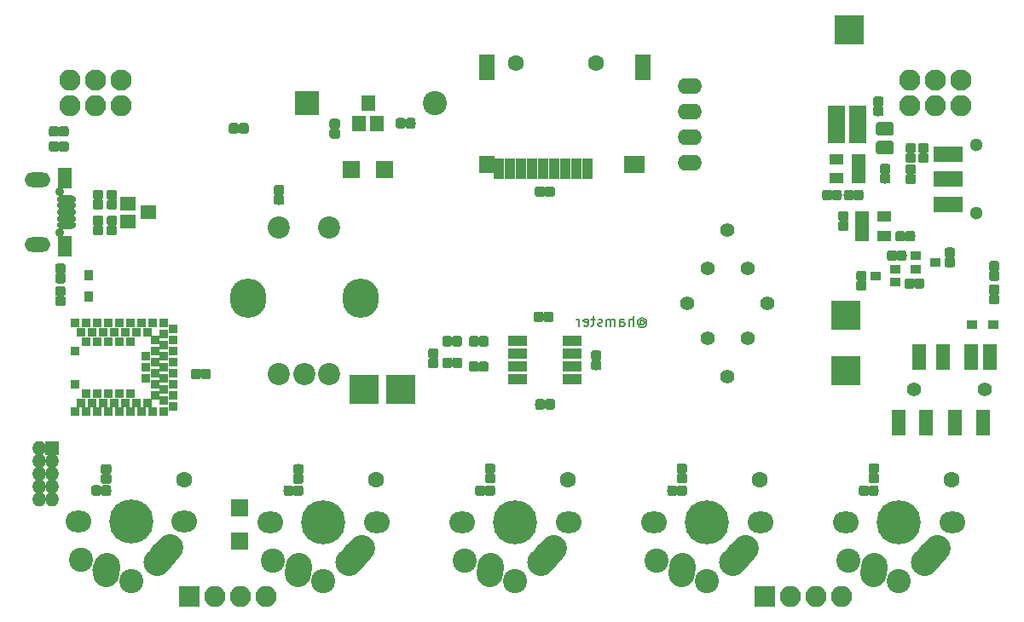
<source format=gbs>
G04 #@! TF.GenerationSoftware,KiCad,Pcbnew,(5.1.0)-1*
G04 #@! TF.CreationDate,2019-05-14T00:20:19-06:00*
G04 #@! TF.ProjectId,laser-theremin,6c617365-722d-4746-9865-72656d696e2e,rev?*
G04 #@! TF.SameCoordinates,Original*
G04 #@! TF.FileFunction,Soldermask,Bot*
G04 #@! TF.FilePolarity,Negative*
%FSLAX46Y46*%
G04 Gerber Fmt 4.6, Leading zero omitted, Abs format (unit mm)*
G04 Created by KiCad (PCBNEW (5.1.0)-1) date 2019-05-14 00:20:19*
%MOMM*%
%LPD*%
G04 APERTURE LIST*
%ADD10C,0.200000*%
%ADD11C,2.650000*%
%ADD12C,2.650000*%
%ADD13O,2.550000X2.150000*%
%ADD14C,1.600000*%
%ADD15C,2.400000*%
%ADD16C,4.387800*%
%ADD17R,2.400000X2.400000*%
%ADD18R,0.900000X0.900000*%
%ADD19C,2.100000*%
%ADD20O,2.100000X2.100000*%
%ADD21R,1.400000X1.400000*%
%ADD22O,1.400000X1.400000*%
%ADD23R,1.600000X2.600000*%
%ADD24R,2.000000X1.800000*%
%ADD25R,1.600000X1.800000*%
%ADD26R,1.100000X2.000000*%
%ADD27R,2.900000X1.650000*%
%ADD28C,1.300000*%
%ADD29R,1.460000X1.050000*%
%ADD30C,1.400000*%
%ADD31C,2.200000*%
%ADD32O,3.600000X3.900000*%
%ADD33C,0.100000*%
%ADD34C,0.990000*%
%ADD35C,1.375000*%
%ADD36R,1.797000X1.797000*%
%ADD37R,1.543000X1.416000*%
%ADD38R,1.400000X1.997660*%
%ADD39O,2.550000X1.450000*%
%ADD40C,0.900000*%
%ADD41O,1.900000X0.800000*%
%ADD42R,1.750000X3.800000*%
%ADD43R,1.416000X1.543000*%
%ADD44R,1.100000X0.850000*%
%ADD45R,1.950000X1.000000*%
%ADD46R,0.850000X1.000000*%
%ADD47R,1.000000X0.850000*%
%ADD48R,2.900000X2.900000*%
%ADD49R,1.398220X2.647900*%
%ADD50O,2.400000X1.600000*%
%ADD51R,2.100000X2.100000*%
G04 APERTURE END LIST*
D10*
X159495714Y-93696190D02*
X159543333Y-93648571D01*
X159638571Y-93600952D01*
X159733809Y-93600952D01*
X159829047Y-93648571D01*
X159876666Y-93696190D01*
X159924285Y-93791428D01*
X159924285Y-93886666D01*
X159876666Y-93981904D01*
X159829047Y-94029523D01*
X159733809Y-94077142D01*
X159638571Y-94077142D01*
X159543333Y-94029523D01*
X159495714Y-93981904D01*
X159495714Y-93600952D02*
X159495714Y-93981904D01*
X159448095Y-94029523D01*
X159400476Y-94029523D01*
X159305238Y-93981904D01*
X159257619Y-93886666D01*
X159257619Y-93648571D01*
X159352857Y-93505714D01*
X159495714Y-93410476D01*
X159686190Y-93362857D01*
X159876666Y-93410476D01*
X160019523Y-93505714D01*
X160114761Y-93648571D01*
X160162380Y-93839047D01*
X160114761Y-94029523D01*
X160019523Y-94172380D01*
X159876666Y-94267619D01*
X159686190Y-94315238D01*
X159495714Y-94267619D01*
X159352857Y-94172380D01*
X158829047Y-94172380D02*
X158829047Y-93172380D01*
X158400476Y-94172380D02*
X158400476Y-93648571D01*
X158448095Y-93553333D01*
X158543333Y-93505714D01*
X158686190Y-93505714D01*
X158781428Y-93553333D01*
X158829047Y-93600952D01*
X157495714Y-94172380D02*
X157495714Y-93648571D01*
X157543333Y-93553333D01*
X157638571Y-93505714D01*
X157829047Y-93505714D01*
X157924285Y-93553333D01*
X157495714Y-94124761D02*
X157590952Y-94172380D01*
X157829047Y-94172380D01*
X157924285Y-94124761D01*
X157971904Y-94029523D01*
X157971904Y-93934285D01*
X157924285Y-93839047D01*
X157829047Y-93791428D01*
X157590952Y-93791428D01*
X157495714Y-93743809D01*
X157019523Y-94172380D02*
X157019523Y-93505714D01*
X157019523Y-93600952D02*
X156971904Y-93553333D01*
X156876666Y-93505714D01*
X156733809Y-93505714D01*
X156638571Y-93553333D01*
X156590952Y-93648571D01*
X156590952Y-94172380D01*
X156590952Y-93648571D02*
X156543333Y-93553333D01*
X156448095Y-93505714D01*
X156305238Y-93505714D01*
X156210000Y-93553333D01*
X156162380Y-93648571D01*
X156162380Y-94172380D01*
X155733809Y-94124761D02*
X155638571Y-94172380D01*
X155448095Y-94172380D01*
X155352857Y-94124761D01*
X155305238Y-94029523D01*
X155305238Y-93981904D01*
X155352857Y-93886666D01*
X155448095Y-93839047D01*
X155590952Y-93839047D01*
X155686190Y-93791428D01*
X155733809Y-93696190D01*
X155733809Y-93648571D01*
X155686190Y-93553333D01*
X155590952Y-93505714D01*
X155448095Y-93505714D01*
X155352857Y-93553333D01*
X155019523Y-93505714D02*
X154638571Y-93505714D01*
X154876666Y-93172380D02*
X154876666Y-94029523D01*
X154829047Y-94124761D01*
X154733809Y-94172380D01*
X154638571Y-94172380D01*
X153924285Y-94124761D02*
X154019523Y-94172380D01*
X154210000Y-94172380D01*
X154305238Y-94124761D01*
X154352857Y-94029523D01*
X154352857Y-93648571D01*
X154305238Y-93553333D01*
X154210000Y-93505714D01*
X154019523Y-93505714D01*
X153924285Y-93553333D01*
X153876666Y-93648571D01*
X153876666Y-93743809D01*
X154352857Y-93839047D01*
X153448095Y-94172380D02*
X153448095Y-93505714D01*
X153448095Y-93696190D02*
X153400476Y-93600952D01*
X153352857Y-93553333D01*
X153257619Y-93505714D01*
X153162380Y-93505714D01*
D11*
X106480000Y-118390000D03*
D12*
X106505506Y-118015868D02*
X106454494Y-118764132D01*
D13*
X114270000Y-113640000D03*
X103710000Y-113640000D03*
D14*
X114210000Y-109440000D03*
D15*
X108990000Y-119540000D03*
X103990000Y-117440000D03*
D11*
X111490000Y-117640000D03*
D16*
X108990000Y-113640000D03*
D11*
X112145005Y-116910004D03*
D12*
X112800000Y-116180000D02*
X111490010Y-117640008D01*
D11*
X125555000Y-118410000D03*
D12*
X125580506Y-118035868D02*
X125529494Y-118784132D01*
D13*
X133345000Y-113660000D03*
X122785000Y-113660000D03*
D14*
X133285000Y-109460000D03*
D15*
X128065000Y-119560000D03*
X123065000Y-117460000D03*
D11*
X130565000Y-117660000D03*
D16*
X128065000Y-113660000D03*
D11*
X131220005Y-116930004D03*
D12*
X131875000Y-116200000D02*
X130565010Y-117660008D01*
D11*
X144605000Y-118410000D03*
D12*
X144630506Y-118035868D02*
X144579494Y-118784132D01*
D13*
X152395000Y-113660000D03*
X141835000Y-113660000D03*
D14*
X152335000Y-109460000D03*
D15*
X147115000Y-119560000D03*
X142115000Y-117460000D03*
D11*
X149615000Y-117660000D03*
D16*
X147115000Y-113660000D03*
D11*
X150270005Y-116930004D03*
D12*
X150925000Y-116200000D02*
X149615010Y-117660008D01*
D11*
X163655000Y-118410000D03*
D12*
X163680506Y-118035868D02*
X163629494Y-118784132D01*
D13*
X171445000Y-113660000D03*
X160885000Y-113660000D03*
D14*
X171385000Y-109460000D03*
D15*
X166165000Y-119560000D03*
X161165000Y-117460000D03*
D11*
X168665000Y-117660000D03*
D16*
X166165000Y-113660000D03*
D11*
X169320005Y-116930004D03*
D12*
X169975000Y-116200000D02*
X168665010Y-117660008D01*
D11*
X182705000Y-118410000D03*
D12*
X182730506Y-118035868D02*
X182679494Y-118784132D01*
D13*
X190495000Y-113660000D03*
X179935000Y-113660000D03*
D14*
X190435000Y-109460000D03*
D15*
X185215000Y-119560000D03*
X180215000Y-117460000D03*
D11*
X187715000Y-117660000D03*
D16*
X185215000Y-113660000D03*
D11*
X188370005Y-116930004D03*
D12*
X189025000Y-116200000D02*
X187715010Y-117660008D01*
D15*
X139150000Y-72000000D03*
D17*
X126450000Y-72000000D03*
D18*
X113140000Y-102160000D03*
X113140000Y-94460000D03*
X113140000Y-101060000D03*
X113140000Y-99960000D03*
X113140000Y-98860000D03*
X113140000Y-97760000D03*
X113140000Y-96660000D03*
X113140000Y-95560000D03*
X110440000Y-99410000D03*
X110440000Y-98310000D03*
X110440000Y-97210000D03*
X104540000Y-100910000D03*
X108940000Y-100910000D03*
X107840000Y-100910000D03*
X106740000Y-100910000D03*
X105640000Y-100910000D03*
X108940000Y-95710000D03*
X107840000Y-95710000D03*
X106740000Y-95710000D03*
X105640000Y-95710000D03*
X104540000Y-95710000D03*
X103440000Y-96660000D03*
X103440000Y-99960000D03*
X103440000Y-102710000D03*
X103990000Y-101810000D03*
X104540000Y-102710000D03*
X105090000Y-101810000D03*
X105640000Y-102710000D03*
X106190000Y-101810000D03*
X106740000Y-102710000D03*
X107290000Y-101810000D03*
X107840000Y-102710000D03*
X108390000Y-101810000D03*
X108940000Y-102710000D03*
X109490000Y-101810000D03*
X110040000Y-102710000D03*
X110590000Y-101810000D03*
X111140000Y-102710000D03*
X112240000Y-102710000D03*
X112240000Y-101610000D03*
X111340000Y-101060000D03*
X112240000Y-100510000D03*
X111340000Y-99960000D03*
X112240000Y-99410000D03*
X111340000Y-98860000D03*
X112240000Y-98310000D03*
X111340000Y-97760000D03*
X112240000Y-97210000D03*
X111340000Y-96660000D03*
X112240000Y-96110000D03*
X111340000Y-95560000D03*
X112240000Y-95010000D03*
X112240000Y-93910000D03*
X111140000Y-93910000D03*
X110590000Y-94810000D03*
X110040000Y-93910000D03*
X109490000Y-94810000D03*
X108940000Y-93910000D03*
X108390000Y-94810000D03*
X107840000Y-93910000D03*
X107290000Y-94810000D03*
X106740000Y-93910000D03*
X106190000Y-94810000D03*
X105640000Y-93910000D03*
X105090000Y-94810000D03*
X104540000Y-93910000D03*
X103990000Y-94810000D03*
X103440000Y-93910000D03*
D19*
X191340000Y-69710000D03*
D20*
X191340000Y-72250000D03*
D19*
X188800000Y-69710000D03*
D20*
X188800000Y-72250000D03*
X186260000Y-69710000D03*
X186260000Y-72250000D03*
D19*
X107990000Y-69710000D03*
D20*
X107990000Y-72250000D03*
D19*
X105450000Y-69710000D03*
D20*
X105450000Y-72250000D03*
X102910000Y-69710000D03*
X102910000Y-72250000D03*
D21*
X101120000Y-106290000D03*
D22*
X99850000Y-106290000D03*
X101120000Y-107560000D03*
X99850000Y-107560000D03*
X101120000Y-108830000D03*
X99850000Y-108830000D03*
X101120000Y-110100000D03*
X99850000Y-110100000D03*
X101120000Y-111370000D03*
X99850000Y-111370000D03*
D23*
X144330000Y-68490000D03*
X159830000Y-68490000D03*
D24*
X158930000Y-78090000D03*
D25*
X144330000Y-78090000D03*
D14*
X155130000Y-68090000D03*
X147150000Y-68090000D03*
D26*
X152080000Y-78590000D03*
X153180000Y-78590000D03*
X154280000Y-78590000D03*
X150980000Y-78590000D03*
X149880000Y-78590000D03*
X148780000Y-78590000D03*
X147680000Y-78590000D03*
X146580000Y-78590000D03*
X145480000Y-78590000D03*
D27*
X190110000Y-77070000D03*
X190110000Y-79570000D03*
X190110000Y-82070000D03*
D28*
X192860000Y-76170000D03*
X192860000Y-82970000D03*
D29*
X179010000Y-77620000D03*
X179010000Y-79520000D03*
X181210000Y-79520000D03*
X181210000Y-78570000D03*
X181210000Y-77620000D03*
D30*
X164190000Y-91950000D03*
X166190000Y-88485898D03*
X170190000Y-88485898D03*
X172190000Y-91950000D03*
X170190000Y-95414102D03*
X166190000Y-95414102D03*
X168190000Y-99250000D03*
X168190000Y-84650000D03*
D31*
X126170000Y-98930000D03*
X128670000Y-84430000D03*
X123670000Y-84430000D03*
X123670000Y-98930000D03*
X128670000Y-98930000D03*
D32*
X131770000Y-91430000D03*
X120570000Y-91430000D03*
D33*
G36*
X149836759Y-80301192D02*
G01*
X149860785Y-80304756D01*
X149884345Y-80310657D01*
X149907214Y-80318840D01*
X149929171Y-80329224D01*
X149950004Y-80341711D01*
X149969512Y-80356180D01*
X149987509Y-80372491D01*
X150003820Y-80390488D01*
X150018289Y-80409996D01*
X150030776Y-80430829D01*
X150041160Y-80452786D01*
X150049343Y-80475655D01*
X150055244Y-80499215D01*
X150058808Y-80523241D01*
X150060000Y-80547500D01*
X150060000Y-81092500D01*
X150058808Y-81116759D01*
X150055244Y-81140785D01*
X150049343Y-81164345D01*
X150041160Y-81187214D01*
X150030776Y-81209171D01*
X150018289Y-81230004D01*
X150003820Y-81249512D01*
X149987509Y-81267509D01*
X149969512Y-81283820D01*
X149950004Y-81298289D01*
X149929171Y-81310776D01*
X149907214Y-81321160D01*
X149884345Y-81329343D01*
X149860785Y-81335244D01*
X149836759Y-81338808D01*
X149812500Y-81340000D01*
X149317500Y-81340000D01*
X149293241Y-81338808D01*
X149269215Y-81335244D01*
X149245655Y-81329343D01*
X149222786Y-81321160D01*
X149200829Y-81310776D01*
X149179996Y-81298289D01*
X149160488Y-81283820D01*
X149142491Y-81267509D01*
X149126180Y-81249512D01*
X149111711Y-81230004D01*
X149099224Y-81209171D01*
X149088840Y-81187214D01*
X149080657Y-81164345D01*
X149074756Y-81140785D01*
X149071192Y-81116759D01*
X149070000Y-81092500D01*
X149070000Y-80547500D01*
X149071192Y-80523241D01*
X149074756Y-80499215D01*
X149080657Y-80475655D01*
X149088840Y-80452786D01*
X149099224Y-80430829D01*
X149111711Y-80409996D01*
X149126180Y-80390488D01*
X149142491Y-80372491D01*
X149160488Y-80356180D01*
X149179996Y-80341711D01*
X149200829Y-80329224D01*
X149222786Y-80318840D01*
X149245655Y-80310657D01*
X149269215Y-80304756D01*
X149293241Y-80301192D01*
X149317500Y-80300000D01*
X149812500Y-80300000D01*
X149836759Y-80301192D01*
X149836759Y-80301192D01*
G37*
D34*
X149565000Y-80820000D03*
D33*
G36*
X150806759Y-80301192D02*
G01*
X150830785Y-80304756D01*
X150854345Y-80310657D01*
X150877214Y-80318840D01*
X150899171Y-80329224D01*
X150920004Y-80341711D01*
X150939512Y-80356180D01*
X150957509Y-80372491D01*
X150973820Y-80390488D01*
X150988289Y-80409996D01*
X151000776Y-80430829D01*
X151011160Y-80452786D01*
X151019343Y-80475655D01*
X151025244Y-80499215D01*
X151028808Y-80523241D01*
X151030000Y-80547500D01*
X151030000Y-81092500D01*
X151028808Y-81116759D01*
X151025244Y-81140785D01*
X151019343Y-81164345D01*
X151011160Y-81187214D01*
X151000776Y-81209171D01*
X150988289Y-81230004D01*
X150973820Y-81249512D01*
X150957509Y-81267509D01*
X150939512Y-81283820D01*
X150920004Y-81298289D01*
X150899171Y-81310776D01*
X150877214Y-81321160D01*
X150854345Y-81329343D01*
X150830785Y-81335244D01*
X150806759Y-81338808D01*
X150782500Y-81340000D01*
X150287500Y-81340000D01*
X150263241Y-81338808D01*
X150239215Y-81335244D01*
X150215655Y-81329343D01*
X150192786Y-81321160D01*
X150170829Y-81310776D01*
X150149996Y-81298289D01*
X150130488Y-81283820D01*
X150112491Y-81267509D01*
X150096180Y-81249512D01*
X150081711Y-81230004D01*
X150069224Y-81209171D01*
X150058840Y-81187214D01*
X150050657Y-81164345D01*
X150044756Y-81140785D01*
X150041192Y-81116759D01*
X150040000Y-81092500D01*
X150040000Y-80547500D01*
X150041192Y-80523241D01*
X150044756Y-80499215D01*
X150050657Y-80475655D01*
X150058840Y-80452786D01*
X150069224Y-80430829D01*
X150081711Y-80409996D01*
X150096180Y-80390488D01*
X150112491Y-80372491D01*
X150130488Y-80356180D01*
X150149996Y-80341711D01*
X150170829Y-80329224D01*
X150192786Y-80318840D01*
X150215655Y-80310657D01*
X150239215Y-80304756D01*
X150263241Y-80301192D01*
X150287500Y-80300000D01*
X150782500Y-80300000D01*
X150806759Y-80301192D01*
X150806759Y-80301192D01*
G37*
D34*
X150535000Y-80820000D03*
D33*
G36*
X129486759Y-74561192D02*
G01*
X129510785Y-74564756D01*
X129534345Y-74570657D01*
X129557214Y-74578840D01*
X129579171Y-74589224D01*
X129600004Y-74601711D01*
X129619512Y-74616180D01*
X129637509Y-74632491D01*
X129653820Y-74650488D01*
X129668289Y-74669996D01*
X129680776Y-74690829D01*
X129691160Y-74712786D01*
X129699343Y-74735655D01*
X129705244Y-74759215D01*
X129708808Y-74783241D01*
X129710000Y-74807500D01*
X129710000Y-75302500D01*
X129708808Y-75326759D01*
X129705244Y-75350785D01*
X129699343Y-75374345D01*
X129691160Y-75397214D01*
X129680776Y-75419171D01*
X129668289Y-75440004D01*
X129653820Y-75459512D01*
X129637509Y-75477509D01*
X129619512Y-75493820D01*
X129600004Y-75508289D01*
X129579171Y-75520776D01*
X129557214Y-75531160D01*
X129534345Y-75539343D01*
X129510785Y-75545244D01*
X129486759Y-75548808D01*
X129462500Y-75550000D01*
X128917500Y-75550000D01*
X128893241Y-75548808D01*
X128869215Y-75545244D01*
X128845655Y-75539343D01*
X128822786Y-75531160D01*
X128800829Y-75520776D01*
X128779996Y-75508289D01*
X128760488Y-75493820D01*
X128742491Y-75477509D01*
X128726180Y-75459512D01*
X128711711Y-75440004D01*
X128699224Y-75419171D01*
X128688840Y-75397214D01*
X128680657Y-75374345D01*
X128674756Y-75350785D01*
X128671192Y-75326759D01*
X128670000Y-75302500D01*
X128670000Y-74807500D01*
X128671192Y-74783241D01*
X128674756Y-74759215D01*
X128680657Y-74735655D01*
X128688840Y-74712786D01*
X128699224Y-74690829D01*
X128711711Y-74669996D01*
X128726180Y-74650488D01*
X128742491Y-74632491D01*
X128760488Y-74616180D01*
X128779996Y-74601711D01*
X128800829Y-74589224D01*
X128822786Y-74578840D01*
X128845655Y-74570657D01*
X128869215Y-74564756D01*
X128893241Y-74561192D01*
X128917500Y-74560000D01*
X129462500Y-74560000D01*
X129486759Y-74561192D01*
X129486759Y-74561192D01*
G37*
D34*
X129190000Y-75055000D03*
D33*
G36*
X129486759Y-73591192D02*
G01*
X129510785Y-73594756D01*
X129534345Y-73600657D01*
X129557214Y-73608840D01*
X129579171Y-73619224D01*
X129600004Y-73631711D01*
X129619512Y-73646180D01*
X129637509Y-73662491D01*
X129653820Y-73680488D01*
X129668289Y-73699996D01*
X129680776Y-73720829D01*
X129691160Y-73742786D01*
X129699343Y-73765655D01*
X129705244Y-73789215D01*
X129708808Y-73813241D01*
X129710000Y-73837500D01*
X129710000Y-74332500D01*
X129708808Y-74356759D01*
X129705244Y-74380785D01*
X129699343Y-74404345D01*
X129691160Y-74427214D01*
X129680776Y-74449171D01*
X129668289Y-74470004D01*
X129653820Y-74489512D01*
X129637509Y-74507509D01*
X129619512Y-74523820D01*
X129600004Y-74538289D01*
X129579171Y-74550776D01*
X129557214Y-74561160D01*
X129534345Y-74569343D01*
X129510785Y-74575244D01*
X129486759Y-74578808D01*
X129462500Y-74580000D01*
X128917500Y-74580000D01*
X128893241Y-74578808D01*
X128869215Y-74575244D01*
X128845655Y-74569343D01*
X128822786Y-74561160D01*
X128800829Y-74550776D01*
X128779996Y-74538289D01*
X128760488Y-74523820D01*
X128742491Y-74507509D01*
X128726180Y-74489512D01*
X128711711Y-74470004D01*
X128699224Y-74449171D01*
X128688840Y-74427214D01*
X128680657Y-74404345D01*
X128674756Y-74380785D01*
X128671192Y-74356759D01*
X128670000Y-74332500D01*
X128670000Y-73837500D01*
X128671192Y-73813241D01*
X128674756Y-73789215D01*
X128680657Y-73765655D01*
X128688840Y-73742786D01*
X128699224Y-73720829D01*
X128711711Y-73699996D01*
X128726180Y-73680488D01*
X128742491Y-73662491D01*
X128760488Y-73646180D01*
X128779996Y-73631711D01*
X128800829Y-73619224D01*
X128822786Y-73608840D01*
X128845655Y-73600657D01*
X128869215Y-73594756D01*
X128893241Y-73591192D01*
X128917500Y-73590000D01*
X129462500Y-73590000D01*
X129486759Y-73591192D01*
X129486759Y-73591192D01*
G37*
D34*
X129190000Y-74085000D03*
D33*
G36*
X184146759Y-79031192D02*
G01*
X184170785Y-79034756D01*
X184194345Y-79040657D01*
X184217214Y-79048840D01*
X184239171Y-79059224D01*
X184260004Y-79071711D01*
X184279512Y-79086180D01*
X184297509Y-79102491D01*
X184313820Y-79120488D01*
X184328289Y-79139996D01*
X184340776Y-79160829D01*
X184351160Y-79182786D01*
X184359343Y-79205655D01*
X184365244Y-79229215D01*
X184368808Y-79253241D01*
X184370000Y-79277500D01*
X184370000Y-79772500D01*
X184368808Y-79796759D01*
X184365244Y-79820785D01*
X184359343Y-79844345D01*
X184351160Y-79867214D01*
X184340776Y-79889171D01*
X184328289Y-79910004D01*
X184313820Y-79929512D01*
X184297509Y-79947509D01*
X184279512Y-79963820D01*
X184260004Y-79978289D01*
X184239171Y-79990776D01*
X184217214Y-80001160D01*
X184194345Y-80009343D01*
X184170785Y-80015244D01*
X184146759Y-80018808D01*
X184122500Y-80020000D01*
X183577500Y-80020000D01*
X183553241Y-80018808D01*
X183529215Y-80015244D01*
X183505655Y-80009343D01*
X183482786Y-80001160D01*
X183460829Y-79990776D01*
X183439996Y-79978289D01*
X183420488Y-79963820D01*
X183402491Y-79947509D01*
X183386180Y-79929512D01*
X183371711Y-79910004D01*
X183359224Y-79889171D01*
X183348840Y-79867214D01*
X183340657Y-79844345D01*
X183334756Y-79820785D01*
X183331192Y-79796759D01*
X183330000Y-79772500D01*
X183330000Y-79277500D01*
X183331192Y-79253241D01*
X183334756Y-79229215D01*
X183340657Y-79205655D01*
X183348840Y-79182786D01*
X183359224Y-79160829D01*
X183371711Y-79139996D01*
X183386180Y-79120488D01*
X183402491Y-79102491D01*
X183420488Y-79086180D01*
X183439996Y-79071711D01*
X183460829Y-79059224D01*
X183482786Y-79048840D01*
X183505655Y-79040657D01*
X183529215Y-79034756D01*
X183553241Y-79031192D01*
X183577500Y-79030000D01*
X184122500Y-79030000D01*
X184146759Y-79031192D01*
X184146759Y-79031192D01*
G37*
D34*
X183850000Y-79525000D03*
D33*
G36*
X184146759Y-78061192D02*
G01*
X184170785Y-78064756D01*
X184194345Y-78070657D01*
X184217214Y-78078840D01*
X184239171Y-78089224D01*
X184260004Y-78101711D01*
X184279512Y-78116180D01*
X184297509Y-78132491D01*
X184313820Y-78150488D01*
X184328289Y-78169996D01*
X184340776Y-78190829D01*
X184351160Y-78212786D01*
X184359343Y-78235655D01*
X184365244Y-78259215D01*
X184368808Y-78283241D01*
X184370000Y-78307500D01*
X184370000Y-78802500D01*
X184368808Y-78826759D01*
X184365244Y-78850785D01*
X184359343Y-78874345D01*
X184351160Y-78897214D01*
X184340776Y-78919171D01*
X184328289Y-78940004D01*
X184313820Y-78959512D01*
X184297509Y-78977509D01*
X184279512Y-78993820D01*
X184260004Y-79008289D01*
X184239171Y-79020776D01*
X184217214Y-79031160D01*
X184194345Y-79039343D01*
X184170785Y-79045244D01*
X184146759Y-79048808D01*
X184122500Y-79050000D01*
X183577500Y-79050000D01*
X183553241Y-79048808D01*
X183529215Y-79045244D01*
X183505655Y-79039343D01*
X183482786Y-79031160D01*
X183460829Y-79020776D01*
X183439996Y-79008289D01*
X183420488Y-78993820D01*
X183402491Y-78977509D01*
X183386180Y-78959512D01*
X183371711Y-78940004D01*
X183359224Y-78919171D01*
X183348840Y-78897214D01*
X183340657Y-78874345D01*
X183334756Y-78850785D01*
X183331192Y-78826759D01*
X183330000Y-78802500D01*
X183330000Y-78307500D01*
X183331192Y-78283241D01*
X183334756Y-78259215D01*
X183340657Y-78235655D01*
X183348840Y-78212786D01*
X183359224Y-78190829D01*
X183371711Y-78169996D01*
X183386180Y-78150488D01*
X183402491Y-78132491D01*
X183420488Y-78116180D01*
X183439996Y-78101711D01*
X183460829Y-78089224D01*
X183482786Y-78078840D01*
X183505655Y-78070657D01*
X183529215Y-78064756D01*
X183553241Y-78061192D01*
X183577500Y-78060000D01*
X184122500Y-78060000D01*
X184146759Y-78061192D01*
X184146759Y-78061192D01*
G37*
D34*
X183850000Y-78555000D03*
D33*
G36*
X116666759Y-98411192D02*
G01*
X116690785Y-98414756D01*
X116714345Y-98420657D01*
X116737214Y-98428840D01*
X116759171Y-98439224D01*
X116780004Y-98451711D01*
X116799512Y-98466180D01*
X116817509Y-98482491D01*
X116833820Y-98500488D01*
X116848289Y-98519996D01*
X116860776Y-98540829D01*
X116871160Y-98562786D01*
X116879343Y-98585655D01*
X116885244Y-98609215D01*
X116888808Y-98633241D01*
X116890000Y-98657500D01*
X116890000Y-99202500D01*
X116888808Y-99226759D01*
X116885244Y-99250785D01*
X116879343Y-99274345D01*
X116871160Y-99297214D01*
X116860776Y-99319171D01*
X116848289Y-99340004D01*
X116833820Y-99359512D01*
X116817509Y-99377509D01*
X116799512Y-99393820D01*
X116780004Y-99408289D01*
X116759171Y-99420776D01*
X116737214Y-99431160D01*
X116714345Y-99439343D01*
X116690785Y-99445244D01*
X116666759Y-99448808D01*
X116642500Y-99450000D01*
X116147500Y-99450000D01*
X116123241Y-99448808D01*
X116099215Y-99445244D01*
X116075655Y-99439343D01*
X116052786Y-99431160D01*
X116030829Y-99420776D01*
X116009996Y-99408289D01*
X115990488Y-99393820D01*
X115972491Y-99377509D01*
X115956180Y-99359512D01*
X115941711Y-99340004D01*
X115929224Y-99319171D01*
X115918840Y-99297214D01*
X115910657Y-99274345D01*
X115904756Y-99250785D01*
X115901192Y-99226759D01*
X115900000Y-99202500D01*
X115900000Y-98657500D01*
X115901192Y-98633241D01*
X115904756Y-98609215D01*
X115910657Y-98585655D01*
X115918840Y-98562786D01*
X115929224Y-98540829D01*
X115941711Y-98519996D01*
X115956180Y-98500488D01*
X115972491Y-98482491D01*
X115990488Y-98466180D01*
X116009996Y-98451711D01*
X116030829Y-98439224D01*
X116052786Y-98428840D01*
X116075655Y-98420657D01*
X116099215Y-98414756D01*
X116123241Y-98411192D01*
X116147500Y-98410000D01*
X116642500Y-98410000D01*
X116666759Y-98411192D01*
X116666759Y-98411192D01*
G37*
D34*
X116395000Y-98930000D03*
D33*
G36*
X115696759Y-98411192D02*
G01*
X115720785Y-98414756D01*
X115744345Y-98420657D01*
X115767214Y-98428840D01*
X115789171Y-98439224D01*
X115810004Y-98451711D01*
X115829512Y-98466180D01*
X115847509Y-98482491D01*
X115863820Y-98500488D01*
X115878289Y-98519996D01*
X115890776Y-98540829D01*
X115901160Y-98562786D01*
X115909343Y-98585655D01*
X115915244Y-98609215D01*
X115918808Y-98633241D01*
X115920000Y-98657500D01*
X115920000Y-99202500D01*
X115918808Y-99226759D01*
X115915244Y-99250785D01*
X115909343Y-99274345D01*
X115901160Y-99297214D01*
X115890776Y-99319171D01*
X115878289Y-99340004D01*
X115863820Y-99359512D01*
X115847509Y-99377509D01*
X115829512Y-99393820D01*
X115810004Y-99408289D01*
X115789171Y-99420776D01*
X115767214Y-99431160D01*
X115744345Y-99439343D01*
X115720785Y-99445244D01*
X115696759Y-99448808D01*
X115672500Y-99450000D01*
X115177500Y-99450000D01*
X115153241Y-99448808D01*
X115129215Y-99445244D01*
X115105655Y-99439343D01*
X115082786Y-99431160D01*
X115060829Y-99420776D01*
X115039996Y-99408289D01*
X115020488Y-99393820D01*
X115002491Y-99377509D01*
X114986180Y-99359512D01*
X114971711Y-99340004D01*
X114959224Y-99319171D01*
X114948840Y-99297214D01*
X114940657Y-99274345D01*
X114934756Y-99250785D01*
X114931192Y-99226759D01*
X114930000Y-99202500D01*
X114930000Y-98657500D01*
X114931192Y-98633241D01*
X114934756Y-98609215D01*
X114940657Y-98585655D01*
X114948840Y-98562786D01*
X114959224Y-98540829D01*
X114971711Y-98519996D01*
X114986180Y-98500488D01*
X115002491Y-98482491D01*
X115020488Y-98466180D01*
X115039996Y-98451711D01*
X115060829Y-98439224D01*
X115082786Y-98428840D01*
X115105655Y-98420657D01*
X115129215Y-98414756D01*
X115153241Y-98411192D01*
X115177500Y-98410000D01*
X115672500Y-98410000D01*
X115696759Y-98411192D01*
X115696759Y-98411192D01*
G37*
D34*
X115425000Y-98930000D03*
D33*
G36*
X184399943Y-73896655D02*
G01*
X184433312Y-73901605D01*
X184466035Y-73909802D01*
X184497797Y-73921166D01*
X184528293Y-73935590D01*
X184557227Y-73952932D01*
X184584323Y-73973028D01*
X184609318Y-73995682D01*
X184631972Y-74020677D01*
X184652068Y-74047773D01*
X184669410Y-74076707D01*
X184683834Y-74107203D01*
X184695198Y-74138965D01*
X184703395Y-74171688D01*
X184708345Y-74205057D01*
X184710000Y-74238750D01*
X184710000Y-74926250D01*
X184708345Y-74959943D01*
X184703395Y-74993312D01*
X184695198Y-75026035D01*
X184683834Y-75057797D01*
X184669410Y-75088293D01*
X184652068Y-75117227D01*
X184631972Y-75144323D01*
X184609318Y-75169318D01*
X184584323Y-75191972D01*
X184557227Y-75212068D01*
X184528293Y-75229410D01*
X184497797Y-75243834D01*
X184466035Y-75255198D01*
X184433312Y-75263395D01*
X184399943Y-75268345D01*
X184366250Y-75270000D01*
X183253750Y-75270000D01*
X183220057Y-75268345D01*
X183186688Y-75263395D01*
X183153965Y-75255198D01*
X183122203Y-75243834D01*
X183091707Y-75229410D01*
X183062773Y-75212068D01*
X183035677Y-75191972D01*
X183010682Y-75169318D01*
X182988028Y-75144323D01*
X182967932Y-75117227D01*
X182950590Y-75088293D01*
X182936166Y-75057797D01*
X182924802Y-75026035D01*
X182916605Y-74993312D01*
X182911655Y-74959943D01*
X182910000Y-74926250D01*
X182910000Y-74238750D01*
X182911655Y-74205057D01*
X182916605Y-74171688D01*
X182924802Y-74138965D01*
X182936166Y-74107203D01*
X182950590Y-74076707D01*
X182967932Y-74047773D01*
X182988028Y-74020677D01*
X183010682Y-73995682D01*
X183035677Y-73973028D01*
X183062773Y-73952932D01*
X183091707Y-73935590D01*
X183122203Y-73921166D01*
X183153965Y-73909802D01*
X183186688Y-73901605D01*
X183220057Y-73896655D01*
X183253750Y-73895000D01*
X184366250Y-73895000D01*
X184399943Y-73896655D01*
X184399943Y-73896655D01*
G37*
D35*
X183810000Y-74582500D03*
D33*
G36*
X184399943Y-75771655D02*
G01*
X184433312Y-75776605D01*
X184466035Y-75784802D01*
X184497797Y-75796166D01*
X184528293Y-75810590D01*
X184557227Y-75827932D01*
X184584323Y-75848028D01*
X184609318Y-75870682D01*
X184631972Y-75895677D01*
X184652068Y-75922773D01*
X184669410Y-75951707D01*
X184683834Y-75982203D01*
X184695198Y-76013965D01*
X184703395Y-76046688D01*
X184708345Y-76080057D01*
X184710000Y-76113750D01*
X184710000Y-76801250D01*
X184708345Y-76834943D01*
X184703395Y-76868312D01*
X184695198Y-76901035D01*
X184683834Y-76932797D01*
X184669410Y-76963293D01*
X184652068Y-76992227D01*
X184631972Y-77019323D01*
X184609318Y-77044318D01*
X184584323Y-77066972D01*
X184557227Y-77087068D01*
X184528293Y-77104410D01*
X184497797Y-77118834D01*
X184466035Y-77130198D01*
X184433312Y-77138395D01*
X184399943Y-77143345D01*
X184366250Y-77145000D01*
X183253750Y-77145000D01*
X183220057Y-77143345D01*
X183186688Y-77138395D01*
X183153965Y-77130198D01*
X183122203Y-77118834D01*
X183091707Y-77104410D01*
X183062773Y-77087068D01*
X183035677Y-77066972D01*
X183010682Y-77044318D01*
X182988028Y-77019323D01*
X182967932Y-76992227D01*
X182950590Y-76963293D01*
X182936166Y-76932797D01*
X182924802Y-76901035D01*
X182916605Y-76868312D01*
X182911655Y-76834943D01*
X182910000Y-76801250D01*
X182910000Y-76113750D01*
X182911655Y-76080057D01*
X182916605Y-76046688D01*
X182924802Y-76013965D01*
X182936166Y-75982203D01*
X182950590Y-75951707D01*
X182967932Y-75922773D01*
X182988028Y-75895677D01*
X183010682Y-75870682D01*
X183035677Y-75848028D01*
X183062773Y-75827932D01*
X183091707Y-75810590D01*
X183122203Y-75796166D01*
X183153965Y-75784802D01*
X183186688Y-75776605D01*
X183220057Y-75771655D01*
X183253750Y-75770000D01*
X184366250Y-75770000D01*
X184399943Y-75771655D01*
X184399943Y-75771655D01*
G37*
D35*
X183810000Y-76457500D03*
D33*
G36*
X105986759Y-80641192D02*
G01*
X106010785Y-80644756D01*
X106034345Y-80650657D01*
X106057214Y-80658840D01*
X106079171Y-80669224D01*
X106100004Y-80681711D01*
X106119512Y-80696180D01*
X106137509Y-80712491D01*
X106153820Y-80730488D01*
X106168289Y-80749996D01*
X106180776Y-80770829D01*
X106191160Y-80792786D01*
X106199343Y-80815655D01*
X106205244Y-80839215D01*
X106208808Y-80863241D01*
X106210000Y-80887500D01*
X106210000Y-81382500D01*
X106208808Y-81406759D01*
X106205244Y-81430785D01*
X106199343Y-81454345D01*
X106191160Y-81477214D01*
X106180776Y-81499171D01*
X106168289Y-81520004D01*
X106153820Y-81539512D01*
X106137509Y-81557509D01*
X106119512Y-81573820D01*
X106100004Y-81588289D01*
X106079171Y-81600776D01*
X106057214Y-81611160D01*
X106034345Y-81619343D01*
X106010785Y-81625244D01*
X105986759Y-81628808D01*
X105962500Y-81630000D01*
X105417500Y-81630000D01*
X105393241Y-81628808D01*
X105369215Y-81625244D01*
X105345655Y-81619343D01*
X105322786Y-81611160D01*
X105300829Y-81600776D01*
X105279996Y-81588289D01*
X105260488Y-81573820D01*
X105242491Y-81557509D01*
X105226180Y-81539512D01*
X105211711Y-81520004D01*
X105199224Y-81499171D01*
X105188840Y-81477214D01*
X105180657Y-81454345D01*
X105174756Y-81430785D01*
X105171192Y-81406759D01*
X105170000Y-81382500D01*
X105170000Y-80887500D01*
X105171192Y-80863241D01*
X105174756Y-80839215D01*
X105180657Y-80815655D01*
X105188840Y-80792786D01*
X105199224Y-80770829D01*
X105211711Y-80749996D01*
X105226180Y-80730488D01*
X105242491Y-80712491D01*
X105260488Y-80696180D01*
X105279996Y-80681711D01*
X105300829Y-80669224D01*
X105322786Y-80658840D01*
X105345655Y-80650657D01*
X105369215Y-80644756D01*
X105393241Y-80641192D01*
X105417500Y-80640000D01*
X105962500Y-80640000D01*
X105986759Y-80641192D01*
X105986759Y-80641192D01*
G37*
D34*
X105690000Y-81135000D03*
D33*
G36*
X105986759Y-81611192D02*
G01*
X106010785Y-81614756D01*
X106034345Y-81620657D01*
X106057214Y-81628840D01*
X106079171Y-81639224D01*
X106100004Y-81651711D01*
X106119512Y-81666180D01*
X106137509Y-81682491D01*
X106153820Y-81700488D01*
X106168289Y-81719996D01*
X106180776Y-81740829D01*
X106191160Y-81762786D01*
X106199343Y-81785655D01*
X106205244Y-81809215D01*
X106208808Y-81833241D01*
X106210000Y-81857500D01*
X106210000Y-82352500D01*
X106208808Y-82376759D01*
X106205244Y-82400785D01*
X106199343Y-82424345D01*
X106191160Y-82447214D01*
X106180776Y-82469171D01*
X106168289Y-82490004D01*
X106153820Y-82509512D01*
X106137509Y-82527509D01*
X106119512Y-82543820D01*
X106100004Y-82558289D01*
X106079171Y-82570776D01*
X106057214Y-82581160D01*
X106034345Y-82589343D01*
X106010785Y-82595244D01*
X105986759Y-82598808D01*
X105962500Y-82600000D01*
X105417500Y-82600000D01*
X105393241Y-82598808D01*
X105369215Y-82595244D01*
X105345655Y-82589343D01*
X105322786Y-82581160D01*
X105300829Y-82570776D01*
X105279996Y-82558289D01*
X105260488Y-82543820D01*
X105242491Y-82527509D01*
X105226180Y-82509512D01*
X105211711Y-82490004D01*
X105199224Y-82469171D01*
X105188840Y-82447214D01*
X105180657Y-82424345D01*
X105174756Y-82400785D01*
X105171192Y-82376759D01*
X105170000Y-82352500D01*
X105170000Y-81857500D01*
X105171192Y-81833241D01*
X105174756Y-81809215D01*
X105180657Y-81785655D01*
X105188840Y-81762786D01*
X105199224Y-81740829D01*
X105211711Y-81719996D01*
X105226180Y-81700488D01*
X105242491Y-81682491D01*
X105260488Y-81666180D01*
X105279996Y-81651711D01*
X105300829Y-81639224D01*
X105322786Y-81628840D01*
X105345655Y-81620657D01*
X105369215Y-81614756D01*
X105393241Y-81611192D01*
X105417500Y-81610000D01*
X105962500Y-81610000D01*
X105986759Y-81611192D01*
X105986759Y-81611192D01*
G37*
D34*
X105690000Y-82105000D03*
D33*
G36*
X105986759Y-84181192D02*
G01*
X106010785Y-84184756D01*
X106034345Y-84190657D01*
X106057214Y-84198840D01*
X106079171Y-84209224D01*
X106100004Y-84221711D01*
X106119512Y-84236180D01*
X106137509Y-84252491D01*
X106153820Y-84270488D01*
X106168289Y-84289996D01*
X106180776Y-84310829D01*
X106191160Y-84332786D01*
X106199343Y-84355655D01*
X106205244Y-84379215D01*
X106208808Y-84403241D01*
X106210000Y-84427500D01*
X106210000Y-84922500D01*
X106208808Y-84946759D01*
X106205244Y-84970785D01*
X106199343Y-84994345D01*
X106191160Y-85017214D01*
X106180776Y-85039171D01*
X106168289Y-85060004D01*
X106153820Y-85079512D01*
X106137509Y-85097509D01*
X106119512Y-85113820D01*
X106100004Y-85128289D01*
X106079171Y-85140776D01*
X106057214Y-85151160D01*
X106034345Y-85159343D01*
X106010785Y-85165244D01*
X105986759Y-85168808D01*
X105962500Y-85170000D01*
X105417500Y-85170000D01*
X105393241Y-85168808D01*
X105369215Y-85165244D01*
X105345655Y-85159343D01*
X105322786Y-85151160D01*
X105300829Y-85140776D01*
X105279996Y-85128289D01*
X105260488Y-85113820D01*
X105242491Y-85097509D01*
X105226180Y-85079512D01*
X105211711Y-85060004D01*
X105199224Y-85039171D01*
X105188840Y-85017214D01*
X105180657Y-84994345D01*
X105174756Y-84970785D01*
X105171192Y-84946759D01*
X105170000Y-84922500D01*
X105170000Y-84427500D01*
X105171192Y-84403241D01*
X105174756Y-84379215D01*
X105180657Y-84355655D01*
X105188840Y-84332786D01*
X105199224Y-84310829D01*
X105211711Y-84289996D01*
X105226180Y-84270488D01*
X105242491Y-84252491D01*
X105260488Y-84236180D01*
X105279996Y-84221711D01*
X105300829Y-84209224D01*
X105322786Y-84198840D01*
X105345655Y-84190657D01*
X105369215Y-84184756D01*
X105393241Y-84181192D01*
X105417500Y-84180000D01*
X105962500Y-84180000D01*
X105986759Y-84181192D01*
X105986759Y-84181192D01*
G37*
D34*
X105690000Y-84675000D03*
D33*
G36*
X105986759Y-83211192D02*
G01*
X106010785Y-83214756D01*
X106034345Y-83220657D01*
X106057214Y-83228840D01*
X106079171Y-83239224D01*
X106100004Y-83251711D01*
X106119512Y-83266180D01*
X106137509Y-83282491D01*
X106153820Y-83300488D01*
X106168289Y-83319996D01*
X106180776Y-83340829D01*
X106191160Y-83362786D01*
X106199343Y-83385655D01*
X106205244Y-83409215D01*
X106208808Y-83433241D01*
X106210000Y-83457500D01*
X106210000Y-83952500D01*
X106208808Y-83976759D01*
X106205244Y-84000785D01*
X106199343Y-84024345D01*
X106191160Y-84047214D01*
X106180776Y-84069171D01*
X106168289Y-84090004D01*
X106153820Y-84109512D01*
X106137509Y-84127509D01*
X106119512Y-84143820D01*
X106100004Y-84158289D01*
X106079171Y-84170776D01*
X106057214Y-84181160D01*
X106034345Y-84189343D01*
X106010785Y-84195244D01*
X105986759Y-84198808D01*
X105962500Y-84200000D01*
X105417500Y-84200000D01*
X105393241Y-84198808D01*
X105369215Y-84195244D01*
X105345655Y-84189343D01*
X105322786Y-84181160D01*
X105300829Y-84170776D01*
X105279996Y-84158289D01*
X105260488Y-84143820D01*
X105242491Y-84127509D01*
X105226180Y-84109512D01*
X105211711Y-84090004D01*
X105199224Y-84069171D01*
X105188840Y-84047214D01*
X105180657Y-84024345D01*
X105174756Y-84000785D01*
X105171192Y-83976759D01*
X105170000Y-83952500D01*
X105170000Y-83457500D01*
X105171192Y-83433241D01*
X105174756Y-83409215D01*
X105180657Y-83385655D01*
X105188840Y-83362786D01*
X105199224Y-83340829D01*
X105211711Y-83319996D01*
X105226180Y-83300488D01*
X105242491Y-83282491D01*
X105260488Y-83266180D01*
X105279996Y-83251711D01*
X105300829Y-83239224D01*
X105322786Y-83228840D01*
X105345655Y-83220657D01*
X105369215Y-83214756D01*
X105393241Y-83211192D01*
X105417500Y-83210000D01*
X105962500Y-83210000D01*
X105986759Y-83211192D01*
X105986759Y-83211192D01*
G37*
D34*
X105690000Y-83705000D03*
D36*
X130869000Y-78610000D03*
X134171000Y-78610000D03*
D37*
X108634000Y-83779000D03*
X108634000Y-82001000D03*
X110666000Y-82890000D03*
D38*
X102398280Y-79470000D03*
D39*
X99650000Y-79645000D03*
D40*
X101850000Y-80870000D03*
X101850000Y-84870000D03*
D39*
X99650000Y-86095000D03*
D38*
X102398280Y-86270000D03*
D41*
X102576080Y-81570000D03*
X102576080Y-82220000D03*
X102576080Y-82870000D03*
X102576080Y-83520000D03*
X102576080Y-84170000D03*
D42*
X178995000Y-74160000D03*
X181145000Y-74160000D03*
D43*
X132490000Y-72024000D03*
X131601000Y-74056000D03*
X133379000Y-74056000D03*
D33*
G36*
X136026759Y-73511192D02*
G01*
X136050785Y-73514756D01*
X136074345Y-73520657D01*
X136097214Y-73528840D01*
X136119171Y-73539224D01*
X136140004Y-73551711D01*
X136159512Y-73566180D01*
X136177509Y-73582491D01*
X136193820Y-73600488D01*
X136208289Y-73619996D01*
X136220776Y-73640829D01*
X136231160Y-73662786D01*
X136239343Y-73685655D01*
X136245244Y-73709215D01*
X136248808Y-73733241D01*
X136250000Y-73757500D01*
X136250000Y-74302500D01*
X136248808Y-74326759D01*
X136245244Y-74350785D01*
X136239343Y-74374345D01*
X136231160Y-74397214D01*
X136220776Y-74419171D01*
X136208289Y-74440004D01*
X136193820Y-74459512D01*
X136177509Y-74477509D01*
X136159512Y-74493820D01*
X136140004Y-74508289D01*
X136119171Y-74520776D01*
X136097214Y-74531160D01*
X136074345Y-74539343D01*
X136050785Y-74545244D01*
X136026759Y-74548808D01*
X136002500Y-74550000D01*
X135507500Y-74550000D01*
X135483241Y-74548808D01*
X135459215Y-74545244D01*
X135435655Y-74539343D01*
X135412786Y-74531160D01*
X135390829Y-74520776D01*
X135369996Y-74508289D01*
X135350488Y-74493820D01*
X135332491Y-74477509D01*
X135316180Y-74459512D01*
X135301711Y-74440004D01*
X135289224Y-74419171D01*
X135278840Y-74397214D01*
X135270657Y-74374345D01*
X135264756Y-74350785D01*
X135261192Y-74326759D01*
X135260000Y-74302500D01*
X135260000Y-73757500D01*
X135261192Y-73733241D01*
X135264756Y-73709215D01*
X135270657Y-73685655D01*
X135278840Y-73662786D01*
X135289224Y-73640829D01*
X135301711Y-73619996D01*
X135316180Y-73600488D01*
X135332491Y-73582491D01*
X135350488Y-73566180D01*
X135369996Y-73551711D01*
X135390829Y-73539224D01*
X135412786Y-73528840D01*
X135435655Y-73520657D01*
X135459215Y-73514756D01*
X135483241Y-73511192D01*
X135507500Y-73510000D01*
X136002500Y-73510000D01*
X136026759Y-73511192D01*
X136026759Y-73511192D01*
G37*
D34*
X135755000Y-74030000D03*
D33*
G36*
X136996759Y-73511192D02*
G01*
X137020785Y-73514756D01*
X137044345Y-73520657D01*
X137067214Y-73528840D01*
X137089171Y-73539224D01*
X137110004Y-73551711D01*
X137129512Y-73566180D01*
X137147509Y-73582491D01*
X137163820Y-73600488D01*
X137178289Y-73619996D01*
X137190776Y-73640829D01*
X137201160Y-73662786D01*
X137209343Y-73685655D01*
X137215244Y-73709215D01*
X137218808Y-73733241D01*
X137220000Y-73757500D01*
X137220000Y-74302500D01*
X137218808Y-74326759D01*
X137215244Y-74350785D01*
X137209343Y-74374345D01*
X137201160Y-74397214D01*
X137190776Y-74419171D01*
X137178289Y-74440004D01*
X137163820Y-74459512D01*
X137147509Y-74477509D01*
X137129512Y-74493820D01*
X137110004Y-74508289D01*
X137089171Y-74520776D01*
X137067214Y-74531160D01*
X137044345Y-74539343D01*
X137020785Y-74545244D01*
X136996759Y-74548808D01*
X136972500Y-74550000D01*
X136477500Y-74550000D01*
X136453241Y-74548808D01*
X136429215Y-74545244D01*
X136405655Y-74539343D01*
X136382786Y-74531160D01*
X136360829Y-74520776D01*
X136339996Y-74508289D01*
X136320488Y-74493820D01*
X136302491Y-74477509D01*
X136286180Y-74459512D01*
X136271711Y-74440004D01*
X136259224Y-74419171D01*
X136248840Y-74397214D01*
X136240657Y-74374345D01*
X136234756Y-74350785D01*
X136231192Y-74326759D01*
X136230000Y-74302500D01*
X136230000Y-73757500D01*
X136231192Y-73733241D01*
X136234756Y-73709215D01*
X136240657Y-73685655D01*
X136248840Y-73662786D01*
X136259224Y-73640829D01*
X136271711Y-73619996D01*
X136286180Y-73600488D01*
X136302491Y-73582491D01*
X136320488Y-73566180D01*
X136339996Y-73551711D01*
X136360829Y-73539224D01*
X136382786Y-73528840D01*
X136405655Y-73520657D01*
X136429215Y-73514756D01*
X136453241Y-73511192D01*
X136477500Y-73510000D01*
X136972500Y-73510000D01*
X136996759Y-73511192D01*
X136996759Y-73511192D01*
G37*
D34*
X136725000Y-74030000D03*
D33*
G36*
X107356759Y-80641192D02*
G01*
X107380785Y-80644756D01*
X107404345Y-80650657D01*
X107427214Y-80658840D01*
X107449171Y-80669224D01*
X107470004Y-80681711D01*
X107489512Y-80696180D01*
X107507509Y-80712491D01*
X107523820Y-80730488D01*
X107538289Y-80749996D01*
X107550776Y-80770829D01*
X107561160Y-80792786D01*
X107569343Y-80815655D01*
X107575244Y-80839215D01*
X107578808Y-80863241D01*
X107580000Y-80887500D01*
X107580000Y-81382500D01*
X107578808Y-81406759D01*
X107575244Y-81430785D01*
X107569343Y-81454345D01*
X107561160Y-81477214D01*
X107550776Y-81499171D01*
X107538289Y-81520004D01*
X107523820Y-81539512D01*
X107507509Y-81557509D01*
X107489512Y-81573820D01*
X107470004Y-81588289D01*
X107449171Y-81600776D01*
X107427214Y-81611160D01*
X107404345Y-81619343D01*
X107380785Y-81625244D01*
X107356759Y-81628808D01*
X107332500Y-81630000D01*
X106787500Y-81630000D01*
X106763241Y-81628808D01*
X106739215Y-81625244D01*
X106715655Y-81619343D01*
X106692786Y-81611160D01*
X106670829Y-81600776D01*
X106649996Y-81588289D01*
X106630488Y-81573820D01*
X106612491Y-81557509D01*
X106596180Y-81539512D01*
X106581711Y-81520004D01*
X106569224Y-81499171D01*
X106558840Y-81477214D01*
X106550657Y-81454345D01*
X106544756Y-81430785D01*
X106541192Y-81406759D01*
X106540000Y-81382500D01*
X106540000Y-80887500D01*
X106541192Y-80863241D01*
X106544756Y-80839215D01*
X106550657Y-80815655D01*
X106558840Y-80792786D01*
X106569224Y-80770829D01*
X106581711Y-80749996D01*
X106596180Y-80730488D01*
X106612491Y-80712491D01*
X106630488Y-80696180D01*
X106649996Y-80681711D01*
X106670829Y-80669224D01*
X106692786Y-80658840D01*
X106715655Y-80650657D01*
X106739215Y-80644756D01*
X106763241Y-80641192D01*
X106787500Y-80640000D01*
X107332500Y-80640000D01*
X107356759Y-80641192D01*
X107356759Y-80641192D01*
G37*
D34*
X107060000Y-81135000D03*
D33*
G36*
X107356759Y-81611192D02*
G01*
X107380785Y-81614756D01*
X107404345Y-81620657D01*
X107427214Y-81628840D01*
X107449171Y-81639224D01*
X107470004Y-81651711D01*
X107489512Y-81666180D01*
X107507509Y-81682491D01*
X107523820Y-81700488D01*
X107538289Y-81719996D01*
X107550776Y-81740829D01*
X107561160Y-81762786D01*
X107569343Y-81785655D01*
X107575244Y-81809215D01*
X107578808Y-81833241D01*
X107580000Y-81857500D01*
X107580000Y-82352500D01*
X107578808Y-82376759D01*
X107575244Y-82400785D01*
X107569343Y-82424345D01*
X107561160Y-82447214D01*
X107550776Y-82469171D01*
X107538289Y-82490004D01*
X107523820Y-82509512D01*
X107507509Y-82527509D01*
X107489512Y-82543820D01*
X107470004Y-82558289D01*
X107449171Y-82570776D01*
X107427214Y-82581160D01*
X107404345Y-82589343D01*
X107380785Y-82595244D01*
X107356759Y-82598808D01*
X107332500Y-82600000D01*
X106787500Y-82600000D01*
X106763241Y-82598808D01*
X106739215Y-82595244D01*
X106715655Y-82589343D01*
X106692786Y-82581160D01*
X106670829Y-82570776D01*
X106649996Y-82558289D01*
X106630488Y-82543820D01*
X106612491Y-82527509D01*
X106596180Y-82509512D01*
X106581711Y-82490004D01*
X106569224Y-82469171D01*
X106558840Y-82447214D01*
X106550657Y-82424345D01*
X106544756Y-82400785D01*
X106541192Y-82376759D01*
X106540000Y-82352500D01*
X106540000Y-81857500D01*
X106541192Y-81833241D01*
X106544756Y-81809215D01*
X106550657Y-81785655D01*
X106558840Y-81762786D01*
X106569224Y-81740829D01*
X106581711Y-81719996D01*
X106596180Y-81700488D01*
X106612491Y-81682491D01*
X106630488Y-81666180D01*
X106649996Y-81651711D01*
X106670829Y-81639224D01*
X106692786Y-81628840D01*
X106715655Y-81620657D01*
X106739215Y-81614756D01*
X106763241Y-81611192D01*
X106787500Y-81610000D01*
X107332500Y-81610000D01*
X107356759Y-81611192D01*
X107356759Y-81611192D01*
G37*
D34*
X107060000Y-82105000D03*
D33*
G36*
X107356759Y-84181192D02*
G01*
X107380785Y-84184756D01*
X107404345Y-84190657D01*
X107427214Y-84198840D01*
X107449171Y-84209224D01*
X107470004Y-84221711D01*
X107489512Y-84236180D01*
X107507509Y-84252491D01*
X107523820Y-84270488D01*
X107538289Y-84289996D01*
X107550776Y-84310829D01*
X107561160Y-84332786D01*
X107569343Y-84355655D01*
X107575244Y-84379215D01*
X107578808Y-84403241D01*
X107580000Y-84427500D01*
X107580000Y-84922500D01*
X107578808Y-84946759D01*
X107575244Y-84970785D01*
X107569343Y-84994345D01*
X107561160Y-85017214D01*
X107550776Y-85039171D01*
X107538289Y-85060004D01*
X107523820Y-85079512D01*
X107507509Y-85097509D01*
X107489512Y-85113820D01*
X107470004Y-85128289D01*
X107449171Y-85140776D01*
X107427214Y-85151160D01*
X107404345Y-85159343D01*
X107380785Y-85165244D01*
X107356759Y-85168808D01*
X107332500Y-85170000D01*
X106787500Y-85170000D01*
X106763241Y-85168808D01*
X106739215Y-85165244D01*
X106715655Y-85159343D01*
X106692786Y-85151160D01*
X106670829Y-85140776D01*
X106649996Y-85128289D01*
X106630488Y-85113820D01*
X106612491Y-85097509D01*
X106596180Y-85079512D01*
X106581711Y-85060004D01*
X106569224Y-85039171D01*
X106558840Y-85017214D01*
X106550657Y-84994345D01*
X106544756Y-84970785D01*
X106541192Y-84946759D01*
X106540000Y-84922500D01*
X106540000Y-84427500D01*
X106541192Y-84403241D01*
X106544756Y-84379215D01*
X106550657Y-84355655D01*
X106558840Y-84332786D01*
X106569224Y-84310829D01*
X106581711Y-84289996D01*
X106596180Y-84270488D01*
X106612491Y-84252491D01*
X106630488Y-84236180D01*
X106649996Y-84221711D01*
X106670829Y-84209224D01*
X106692786Y-84198840D01*
X106715655Y-84190657D01*
X106739215Y-84184756D01*
X106763241Y-84181192D01*
X106787500Y-84180000D01*
X107332500Y-84180000D01*
X107356759Y-84181192D01*
X107356759Y-84181192D01*
G37*
D34*
X107060000Y-84675000D03*
D33*
G36*
X107356759Y-83211192D02*
G01*
X107380785Y-83214756D01*
X107404345Y-83220657D01*
X107427214Y-83228840D01*
X107449171Y-83239224D01*
X107470004Y-83251711D01*
X107489512Y-83266180D01*
X107507509Y-83282491D01*
X107523820Y-83300488D01*
X107538289Y-83319996D01*
X107550776Y-83340829D01*
X107561160Y-83362786D01*
X107569343Y-83385655D01*
X107575244Y-83409215D01*
X107578808Y-83433241D01*
X107580000Y-83457500D01*
X107580000Y-83952500D01*
X107578808Y-83976759D01*
X107575244Y-84000785D01*
X107569343Y-84024345D01*
X107561160Y-84047214D01*
X107550776Y-84069171D01*
X107538289Y-84090004D01*
X107523820Y-84109512D01*
X107507509Y-84127509D01*
X107489512Y-84143820D01*
X107470004Y-84158289D01*
X107449171Y-84170776D01*
X107427214Y-84181160D01*
X107404345Y-84189343D01*
X107380785Y-84195244D01*
X107356759Y-84198808D01*
X107332500Y-84200000D01*
X106787500Y-84200000D01*
X106763241Y-84198808D01*
X106739215Y-84195244D01*
X106715655Y-84189343D01*
X106692786Y-84181160D01*
X106670829Y-84170776D01*
X106649996Y-84158289D01*
X106630488Y-84143820D01*
X106612491Y-84127509D01*
X106596180Y-84109512D01*
X106581711Y-84090004D01*
X106569224Y-84069171D01*
X106558840Y-84047214D01*
X106550657Y-84024345D01*
X106544756Y-84000785D01*
X106541192Y-83976759D01*
X106540000Y-83952500D01*
X106540000Y-83457500D01*
X106541192Y-83433241D01*
X106544756Y-83409215D01*
X106550657Y-83385655D01*
X106558840Y-83362786D01*
X106569224Y-83340829D01*
X106581711Y-83319996D01*
X106596180Y-83300488D01*
X106612491Y-83282491D01*
X106630488Y-83266180D01*
X106649996Y-83251711D01*
X106670829Y-83239224D01*
X106692786Y-83228840D01*
X106715655Y-83220657D01*
X106739215Y-83214756D01*
X106763241Y-83211192D01*
X106787500Y-83210000D01*
X107332500Y-83210000D01*
X107356759Y-83211192D01*
X107356759Y-83211192D01*
G37*
D34*
X107060000Y-83705000D03*
D33*
G36*
X179336759Y-80651192D02*
G01*
X179360785Y-80654756D01*
X179384345Y-80660657D01*
X179407214Y-80668840D01*
X179429171Y-80679224D01*
X179450004Y-80691711D01*
X179469512Y-80706180D01*
X179487509Y-80722491D01*
X179503820Y-80740488D01*
X179518289Y-80759996D01*
X179530776Y-80780829D01*
X179541160Y-80802786D01*
X179549343Y-80825655D01*
X179555244Y-80849215D01*
X179558808Y-80873241D01*
X179560000Y-80897500D01*
X179560000Y-81442500D01*
X179558808Y-81466759D01*
X179555244Y-81490785D01*
X179549343Y-81514345D01*
X179541160Y-81537214D01*
X179530776Y-81559171D01*
X179518289Y-81580004D01*
X179503820Y-81599512D01*
X179487509Y-81617509D01*
X179469512Y-81633820D01*
X179450004Y-81648289D01*
X179429171Y-81660776D01*
X179407214Y-81671160D01*
X179384345Y-81679343D01*
X179360785Y-81685244D01*
X179336759Y-81688808D01*
X179312500Y-81690000D01*
X178817500Y-81690000D01*
X178793241Y-81688808D01*
X178769215Y-81685244D01*
X178745655Y-81679343D01*
X178722786Y-81671160D01*
X178700829Y-81660776D01*
X178679996Y-81648289D01*
X178660488Y-81633820D01*
X178642491Y-81617509D01*
X178626180Y-81599512D01*
X178611711Y-81580004D01*
X178599224Y-81559171D01*
X178588840Y-81537214D01*
X178580657Y-81514345D01*
X178574756Y-81490785D01*
X178571192Y-81466759D01*
X178570000Y-81442500D01*
X178570000Y-80897500D01*
X178571192Y-80873241D01*
X178574756Y-80849215D01*
X178580657Y-80825655D01*
X178588840Y-80802786D01*
X178599224Y-80780829D01*
X178611711Y-80759996D01*
X178626180Y-80740488D01*
X178642491Y-80722491D01*
X178660488Y-80706180D01*
X178679996Y-80691711D01*
X178700829Y-80679224D01*
X178722786Y-80668840D01*
X178745655Y-80660657D01*
X178769215Y-80654756D01*
X178793241Y-80651192D01*
X178817500Y-80650000D01*
X179312500Y-80650000D01*
X179336759Y-80651192D01*
X179336759Y-80651192D01*
G37*
D34*
X179065000Y-81170000D03*
D33*
G36*
X178366759Y-80651192D02*
G01*
X178390785Y-80654756D01*
X178414345Y-80660657D01*
X178437214Y-80668840D01*
X178459171Y-80679224D01*
X178480004Y-80691711D01*
X178499512Y-80706180D01*
X178517509Y-80722491D01*
X178533820Y-80740488D01*
X178548289Y-80759996D01*
X178560776Y-80780829D01*
X178571160Y-80802786D01*
X178579343Y-80825655D01*
X178585244Y-80849215D01*
X178588808Y-80873241D01*
X178590000Y-80897500D01*
X178590000Y-81442500D01*
X178588808Y-81466759D01*
X178585244Y-81490785D01*
X178579343Y-81514345D01*
X178571160Y-81537214D01*
X178560776Y-81559171D01*
X178548289Y-81580004D01*
X178533820Y-81599512D01*
X178517509Y-81617509D01*
X178499512Y-81633820D01*
X178480004Y-81648289D01*
X178459171Y-81660776D01*
X178437214Y-81671160D01*
X178414345Y-81679343D01*
X178390785Y-81685244D01*
X178366759Y-81688808D01*
X178342500Y-81690000D01*
X177847500Y-81690000D01*
X177823241Y-81688808D01*
X177799215Y-81685244D01*
X177775655Y-81679343D01*
X177752786Y-81671160D01*
X177730829Y-81660776D01*
X177709996Y-81648289D01*
X177690488Y-81633820D01*
X177672491Y-81617509D01*
X177656180Y-81599512D01*
X177641711Y-81580004D01*
X177629224Y-81559171D01*
X177618840Y-81537214D01*
X177610657Y-81514345D01*
X177604756Y-81490785D01*
X177601192Y-81466759D01*
X177600000Y-81442500D01*
X177600000Y-80897500D01*
X177601192Y-80873241D01*
X177604756Y-80849215D01*
X177610657Y-80825655D01*
X177618840Y-80802786D01*
X177629224Y-80780829D01*
X177641711Y-80759996D01*
X177656180Y-80740488D01*
X177672491Y-80722491D01*
X177690488Y-80706180D01*
X177709996Y-80691711D01*
X177730829Y-80679224D01*
X177752786Y-80668840D01*
X177775655Y-80660657D01*
X177799215Y-80654756D01*
X177823241Y-80651192D01*
X177847500Y-80650000D01*
X178342500Y-80650000D01*
X178366759Y-80651192D01*
X178366759Y-80651192D01*
G37*
D34*
X178095000Y-81170000D03*
D33*
G36*
X180496759Y-80651192D02*
G01*
X180520785Y-80654756D01*
X180544345Y-80660657D01*
X180567214Y-80668840D01*
X180589171Y-80679224D01*
X180610004Y-80691711D01*
X180629512Y-80706180D01*
X180647509Y-80722491D01*
X180663820Y-80740488D01*
X180678289Y-80759996D01*
X180690776Y-80780829D01*
X180701160Y-80802786D01*
X180709343Y-80825655D01*
X180715244Y-80849215D01*
X180718808Y-80873241D01*
X180720000Y-80897500D01*
X180720000Y-81442500D01*
X180718808Y-81466759D01*
X180715244Y-81490785D01*
X180709343Y-81514345D01*
X180701160Y-81537214D01*
X180690776Y-81559171D01*
X180678289Y-81580004D01*
X180663820Y-81599512D01*
X180647509Y-81617509D01*
X180629512Y-81633820D01*
X180610004Y-81648289D01*
X180589171Y-81660776D01*
X180567214Y-81671160D01*
X180544345Y-81679343D01*
X180520785Y-81685244D01*
X180496759Y-81688808D01*
X180472500Y-81690000D01*
X179977500Y-81690000D01*
X179953241Y-81688808D01*
X179929215Y-81685244D01*
X179905655Y-81679343D01*
X179882786Y-81671160D01*
X179860829Y-81660776D01*
X179839996Y-81648289D01*
X179820488Y-81633820D01*
X179802491Y-81617509D01*
X179786180Y-81599512D01*
X179771711Y-81580004D01*
X179759224Y-81559171D01*
X179748840Y-81537214D01*
X179740657Y-81514345D01*
X179734756Y-81490785D01*
X179731192Y-81466759D01*
X179730000Y-81442500D01*
X179730000Y-80897500D01*
X179731192Y-80873241D01*
X179734756Y-80849215D01*
X179740657Y-80825655D01*
X179748840Y-80802786D01*
X179759224Y-80780829D01*
X179771711Y-80759996D01*
X179786180Y-80740488D01*
X179802491Y-80722491D01*
X179820488Y-80706180D01*
X179839996Y-80691711D01*
X179860829Y-80679224D01*
X179882786Y-80668840D01*
X179905655Y-80660657D01*
X179929215Y-80654756D01*
X179953241Y-80651192D01*
X179977500Y-80650000D01*
X180472500Y-80650000D01*
X180496759Y-80651192D01*
X180496759Y-80651192D01*
G37*
D34*
X180225000Y-81170000D03*
D33*
G36*
X181466759Y-80651192D02*
G01*
X181490785Y-80654756D01*
X181514345Y-80660657D01*
X181537214Y-80668840D01*
X181559171Y-80679224D01*
X181580004Y-80691711D01*
X181599512Y-80706180D01*
X181617509Y-80722491D01*
X181633820Y-80740488D01*
X181648289Y-80759996D01*
X181660776Y-80780829D01*
X181671160Y-80802786D01*
X181679343Y-80825655D01*
X181685244Y-80849215D01*
X181688808Y-80873241D01*
X181690000Y-80897500D01*
X181690000Y-81442500D01*
X181688808Y-81466759D01*
X181685244Y-81490785D01*
X181679343Y-81514345D01*
X181671160Y-81537214D01*
X181660776Y-81559171D01*
X181648289Y-81580004D01*
X181633820Y-81599512D01*
X181617509Y-81617509D01*
X181599512Y-81633820D01*
X181580004Y-81648289D01*
X181559171Y-81660776D01*
X181537214Y-81671160D01*
X181514345Y-81679343D01*
X181490785Y-81685244D01*
X181466759Y-81688808D01*
X181442500Y-81690000D01*
X180947500Y-81690000D01*
X180923241Y-81688808D01*
X180899215Y-81685244D01*
X180875655Y-81679343D01*
X180852786Y-81671160D01*
X180830829Y-81660776D01*
X180809996Y-81648289D01*
X180790488Y-81633820D01*
X180772491Y-81617509D01*
X180756180Y-81599512D01*
X180741711Y-81580004D01*
X180729224Y-81559171D01*
X180718840Y-81537214D01*
X180710657Y-81514345D01*
X180704756Y-81490785D01*
X180701192Y-81466759D01*
X180700000Y-81442500D01*
X180700000Y-80897500D01*
X180701192Y-80873241D01*
X180704756Y-80849215D01*
X180710657Y-80825655D01*
X180718840Y-80802786D01*
X180729224Y-80780829D01*
X180741711Y-80759996D01*
X180756180Y-80740488D01*
X180772491Y-80722491D01*
X180790488Y-80706180D01*
X180809996Y-80691711D01*
X180830829Y-80679224D01*
X180852786Y-80668840D01*
X180875655Y-80660657D01*
X180899215Y-80654756D01*
X180923241Y-80651192D01*
X180947500Y-80650000D01*
X181442500Y-80650000D01*
X181466759Y-80651192D01*
X181466759Y-80651192D01*
G37*
D34*
X181195000Y-81170000D03*
D33*
G36*
X180006759Y-82761192D02*
G01*
X180030785Y-82764756D01*
X180054345Y-82770657D01*
X180077214Y-82778840D01*
X180099171Y-82789224D01*
X180120004Y-82801711D01*
X180139512Y-82816180D01*
X180157509Y-82832491D01*
X180173820Y-82850488D01*
X180188289Y-82869996D01*
X180200776Y-82890829D01*
X180211160Y-82912786D01*
X180219343Y-82935655D01*
X180225244Y-82959215D01*
X180228808Y-82983241D01*
X180230000Y-83007500D01*
X180230000Y-83502500D01*
X180228808Y-83526759D01*
X180225244Y-83550785D01*
X180219343Y-83574345D01*
X180211160Y-83597214D01*
X180200776Y-83619171D01*
X180188289Y-83640004D01*
X180173820Y-83659512D01*
X180157509Y-83677509D01*
X180139512Y-83693820D01*
X180120004Y-83708289D01*
X180099171Y-83720776D01*
X180077214Y-83731160D01*
X180054345Y-83739343D01*
X180030785Y-83745244D01*
X180006759Y-83748808D01*
X179982500Y-83750000D01*
X179437500Y-83750000D01*
X179413241Y-83748808D01*
X179389215Y-83745244D01*
X179365655Y-83739343D01*
X179342786Y-83731160D01*
X179320829Y-83720776D01*
X179299996Y-83708289D01*
X179280488Y-83693820D01*
X179262491Y-83677509D01*
X179246180Y-83659512D01*
X179231711Y-83640004D01*
X179219224Y-83619171D01*
X179208840Y-83597214D01*
X179200657Y-83574345D01*
X179194756Y-83550785D01*
X179191192Y-83526759D01*
X179190000Y-83502500D01*
X179190000Y-83007500D01*
X179191192Y-82983241D01*
X179194756Y-82959215D01*
X179200657Y-82935655D01*
X179208840Y-82912786D01*
X179219224Y-82890829D01*
X179231711Y-82869996D01*
X179246180Y-82850488D01*
X179262491Y-82832491D01*
X179280488Y-82816180D01*
X179299996Y-82801711D01*
X179320829Y-82789224D01*
X179342786Y-82778840D01*
X179365655Y-82770657D01*
X179389215Y-82764756D01*
X179413241Y-82761192D01*
X179437500Y-82760000D01*
X179982500Y-82760000D01*
X180006759Y-82761192D01*
X180006759Y-82761192D01*
G37*
D34*
X179710000Y-83255000D03*
D33*
G36*
X180006759Y-83731192D02*
G01*
X180030785Y-83734756D01*
X180054345Y-83740657D01*
X180077214Y-83748840D01*
X180099171Y-83759224D01*
X180120004Y-83771711D01*
X180139512Y-83786180D01*
X180157509Y-83802491D01*
X180173820Y-83820488D01*
X180188289Y-83839996D01*
X180200776Y-83860829D01*
X180211160Y-83882786D01*
X180219343Y-83905655D01*
X180225244Y-83929215D01*
X180228808Y-83953241D01*
X180230000Y-83977500D01*
X180230000Y-84472500D01*
X180228808Y-84496759D01*
X180225244Y-84520785D01*
X180219343Y-84544345D01*
X180211160Y-84567214D01*
X180200776Y-84589171D01*
X180188289Y-84610004D01*
X180173820Y-84629512D01*
X180157509Y-84647509D01*
X180139512Y-84663820D01*
X180120004Y-84678289D01*
X180099171Y-84690776D01*
X180077214Y-84701160D01*
X180054345Y-84709343D01*
X180030785Y-84715244D01*
X180006759Y-84718808D01*
X179982500Y-84720000D01*
X179437500Y-84720000D01*
X179413241Y-84718808D01*
X179389215Y-84715244D01*
X179365655Y-84709343D01*
X179342786Y-84701160D01*
X179320829Y-84690776D01*
X179299996Y-84678289D01*
X179280488Y-84663820D01*
X179262491Y-84647509D01*
X179246180Y-84629512D01*
X179231711Y-84610004D01*
X179219224Y-84589171D01*
X179208840Y-84567214D01*
X179200657Y-84544345D01*
X179194756Y-84520785D01*
X179191192Y-84496759D01*
X179190000Y-84472500D01*
X179190000Y-83977500D01*
X179191192Y-83953241D01*
X179194756Y-83929215D01*
X179200657Y-83905655D01*
X179208840Y-83882786D01*
X179219224Y-83860829D01*
X179231711Y-83839996D01*
X179246180Y-83820488D01*
X179262491Y-83802491D01*
X179280488Y-83786180D01*
X179299996Y-83771711D01*
X179320829Y-83759224D01*
X179342786Y-83748840D01*
X179365655Y-83740657D01*
X179389215Y-83734756D01*
X179413241Y-83731192D01*
X179437500Y-83730000D01*
X179982500Y-83730000D01*
X180006759Y-83731192D01*
X180006759Y-83731192D01*
G37*
D34*
X179710000Y-84225000D03*
D33*
G36*
X186606759Y-84741192D02*
G01*
X186630785Y-84744756D01*
X186654345Y-84750657D01*
X186677214Y-84758840D01*
X186699171Y-84769224D01*
X186720004Y-84781711D01*
X186739512Y-84796180D01*
X186757509Y-84812491D01*
X186773820Y-84830488D01*
X186788289Y-84849996D01*
X186800776Y-84870829D01*
X186811160Y-84892786D01*
X186819343Y-84915655D01*
X186825244Y-84939215D01*
X186828808Y-84963241D01*
X186830000Y-84987500D01*
X186830000Y-85532500D01*
X186828808Y-85556759D01*
X186825244Y-85580785D01*
X186819343Y-85604345D01*
X186811160Y-85627214D01*
X186800776Y-85649171D01*
X186788289Y-85670004D01*
X186773820Y-85689512D01*
X186757509Y-85707509D01*
X186739512Y-85723820D01*
X186720004Y-85738289D01*
X186699171Y-85750776D01*
X186677214Y-85761160D01*
X186654345Y-85769343D01*
X186630785Y-85775244D01*
X186606759Y-85778808D01*
X186582500Y-85780000D01*
X186087500Y-85780000D01*
X186063241Y-85778808D01*
X186039215Y-85775244D01*
X186015655Y-85769343D01*
X185992786Y-85761160D01*
X185970829Y-85750776D01*
X185949996Y-85738289D01*
X185930488Y-85723820D01*
X185912491Y-85707509D01*
X185896180Y-85689512D01*
X185881711Y-85670004D01*
X185869224Y-85649171D01*
X185858840Y-85627214D01*
X185850657Y-85604345D01*
X185844756Y-85580785D01*
X185841192Y-85556759D01*
X185840000Y-85532500D01*
X185840000Y-84987500D01*
X185841192Y-84963241D01*
X185844756Y-84939215D01*
X185850657Y-84915655D01*
X185858840Y-84892786D01*
X185869224Y-84870829D01*
X185881711Y-84849996D01*
X185896180Y-84830488D01*
X185912491Y-84812491D01*
X185930488Y-84796180D01*
X185949996Y-84781711D01*
X185970829Y-84769224D01*
X185992786Y-84758840D01*
X186015655Y-84750657D01*
X186039215Y-84744756D01*
X186063241Y-84741192D01*
X186087500Y-84740000D01*
X186582500Y-84740000D01*
X186606759Y-84741192D01*
X186606759Y-84741192D01*
G37*
D34*
X186335000Y-85260000D03*
D33*
G36*
X185636759Y-84741192D02*
G01*
X185660785Y-84744756D01*
X185684345Y-84750657D01*
X185707214Y-84758840D01*
X185729171Y-84769224D01*
X185750004Y-84781711D01*
X185769512Y-84796180D01*
X185787509Y-84812491D01*
X185803820Y-84830488D01*
X185818289Y-84849996D01*
X185830776Y-84870829D01*
X185841160Y-84892786D01*
X185849343Y-84915655D01*
X185855244Y-84939215D01*
X185858808Y-84963241D01*
X185860000Y-84987500D01*
X185860000Y-85532500D01*
X185858808Y-85556759D01*
X185855244Y-85580785D01*
X185849343Y-85604345D01*
X185841160Y-85627214D01*
X185830776Y-85649171D01*
X185818289Y-85670004D01*
X185803820Y-85689512D01*
X185787509Y-85707509D01*
X185769512Y-85723820D01*
X185750004Y-85738289D01*
X185729171Y-85750776D01*
X185707214Y-85761160D01*
X185684345Y-85769343D01*
X185660785Y-85775244D01*
X185636759Y-85778808D01*
X185612500Y-85780000D01*
X185117500Y-85780000D01*
X185093241Y-85778808D01*
X185069215Y-85775244D01*
X185045655Y-85769343D01*
X185022786Y-85761160D01*
X185000829Y-85750776D01*
X184979996Y-85738289D01*
X184960488Y-85723820D01*
X184942491Y-85707509D01*
X184926180Y-85689512D01*
X184911711Y-85670004D01*
X184899224Y-85649171D01*
X184888840Y-85627214D01*
X184880657Y-85604345D01*
X184874756Y-85580785D01*
X184871192Y-85556759D01*
X184870000Y-85532500D01*
X184870000Y-84987500D01*
X184871192Y-84963241D01*
X184874756Y-84939215D01*
X184880657Y-84915655D01*
X184888840Y-84892786D01*
X184899224Y-84870829D01*
X184911711Y-84849996D01*
X184926180Y-84830488D01*
X184942491Y-84812491D01*
X184960488Y-84796180D01*
X184979996Y-84781711D01*
X185000829Y-84769224D01*
X185022786Y-84758840D01*
X185045655Y-84750657D01*
X185069215Y-84744756D01*
X185093241Y-84741192D01*
X185117500Y-84740000D01*
X185612500Y-84740000D01*
X185636759Y-84741192D01*
X185636759Y-84741192D01*
G37*
D34*
X185365000Y-85260000D03*
D33*
G36*
X102256759Y-88951192D02*
G01*
X102280785Y-88954756D01*
X102304345Y-88960657D01*
X102327214Y-88968840D01*
X102349171Y-88979224D01*
X102370004Y-88991711D01*
X102389512Y-89006180D01*
X102407509Y-89022491D01*
X102423820Y-89040488D01*
X102438289Y-89059996D01*
X102450776Y-89080829D01*
X102461160Y-89102786D01*
X102469343Y-89125655D01*
X102475244Y-89149215D01*
X102478808Y-89173241D01*
X102480000Y-89197500D01*
X102480000Y-89692500D01*
X102478808Y-89716759D01*
X102475244Y-89740785D01*
X102469343Y-89764345D01*
X102461160Y-89787214D01*
X102450776Y-89809171D01*
X102438289Y-89830004D01*
X102423820Y-89849512D01*
X102407509Y-89867509D01*
X102389512Y-89883820D01*
X102370004Y-89898289D01*
X102349171Y-89910776D01*
X102327214Y-89921160D01*
X102304345Y-89929343D01*
X102280785Y-89935244D01*
X102256759Y-89938808D01*
X102232500Y-89940000D01*
X101687500Y-89940000D01*
X101663241Y-89938808D01*
X101639215Y-89935244D01*
X101615655Y-89929343D01*
X101592786Y-89921160D01*
X101570829Y-89910776D01*
X101549996Y-89898289D01*
X101530488Y-89883820D01*
X101512491Y-89867509D01*
X101496180Y-89849512D01*
X101481711Y-89830004D01*
X101469224Y-89809171D01*
X101458840Y-89787214D01*
X101450657Y-89764345D01*
X101444756Y-89740785D01*
X101441192Y-89716759D01*
X101440000Y-89692500D01*
X101440000Y-89197500D01*
X101441192Y-89173241D01*
X101444756Y-89149215D01*
X101450657Y-89125655D01*
X101458840Y-89102786D01*
X101469224Y-89080829D01*
X101481711Y-89059996D01*
X101496180Y-89040488D01*
X101512491Y-89022491D01*
X101530488Y-89006180D01*
X101549996Y-88991711D01*
X101570829Y-88979224D01*
X101592786Y-88968840D01*
X101615655Y-88960657D01*
X101639215Y-88954756D01*
X101663241Y-88951192D01*
X101687500Y-88950000D01*
X102232500Y-88950000D01*
X102256759Y-88951192D01*
X102256759Y-88951192D01*
G37*
D34*
X101960000Y-89445000D03*
D33*
G36*
X102256759Y-87981192D02*
G01*
X102280785Y-87984756D01*
X102304345Y-87990657D01*
X102327214Y-87998840D01*
X102349171Y-88009224D01*
X102370004Y-88021711D01*
X102389512Y-88036180D01*
X102407509Y-88052491D01*
X102423820Y-88070488D01*
X102438289Y-88089996D01*
X102450776Y-88110829D01*
X102461160Y-88132786D01*
X102469343Y-88155655D01*
X102475244Y-88179215D01*
X102478808Y-88203241D01*
X102480000Y-88227500D01*
X102480000Y-88722500D01*
X102478808Y-88746759D01*
X102475244Y-88770785D01*
X102469343Y-88794345D01*
X102461160Y-88817214D01*
X102450776Y-88839171D01*
X102438289Y-88860004D01*
X102423820Y-88879512D01*
X102407509Y-88897509D01*
X102389512Y-88913820D01*
X102370004Y-88928289D01*
X102349171Y-88940776D01*
X102327214Y-88951160D01*
X102304345Y-88959343D01*
X102280785Y-88965244D01*
X102256759Y-88968808D01*
X102232500Y-88970000D01*
X101687500Y-88970000D01*
X101663241Y-88968808D01*
X101639215Y-88965244D01*
X101615655Y-88959343D01*
X101592786Y-88951160D01*
X101570829Y-88940776D01*
X101549996Y-88928289D01*
X101530488Y-88913820D01*
X101512491Y-88897509D01*
X101496180Y-88879512D01*
X101481711Y-88860004D01*
X101469224Y-88839171D01*
X101458840Y-88817214D01*
X101450657Y-88794345D01*
X101444756Y-88770785D01*
X101441192Y-88746759D01*
X101440000Y-88722500D01*
X101440000Y-88227500D01*
X101441192Y-88203241D01*
X101444756Y-88179215D01*
X101450657Y-88155655D01*
X101458840Y-88132786D01*
X101469224Y-88110829D01*
X101481711Y-88089996D01*
X101496180Y-88070488D01*
X101512491Y-88052491D01*
X101530488Y-88036180D01*
X101549996Y-88021711D01*
X101570829Y-88009224D01*
X101592786Y-87998840D01*
X101615655Y-87990657D01*
X101639215Y-87984756D01*
X101663241Y-87981192D01*
X101687500Y-87980000D01*
X102232500Y-87980000D01*
X102256759Y-87981192D01*
X102256759Y-87981192D01*
G37*
D34*
X101960000Y-88475000D03*
D33*
G36*
X187946759Y-76011192D02*
G01*
X187970785Y-76014756D01*
X187994345Y-76020657D01*
X188017214Y-76028840D01*
X188039171Y-76039224D01*
X188060004Y-76051711D01*
X188079512Y-76066180D01*
X188097509Y-76082491D01*
X188113820Y-76100488D01*
X188128289Y-76119996D01*
X188140776Y-76140829D01*
X188151160Y-76162786D01*
X188159343Y-76185655D01*
X188165244Y-76209215D01*
X188168808Y-76233241D01*
X188170000Y-76257500D01*
X188170000Y-76752500D01*
X188168808Y-76776759D01*
X188165244Y-76800785D01*
X188159343Y-76824345D01*
X188151160Y-76847214D01*
X188140776Y-76869171D01*
X188128289Y-76890004D01*
X188113820Y-76909512D01*
X188097509Y-76927509D01*
X188079512Y-76943820D01*
X188060004Y-76958289D01*
X188039171Y-76970776D01*
X188017214Y-76981160D01*
X187994345Y-76989343D01*
X187970785Y-76995244D01*
X187946759Y-76998808D01*
X187922500Y-77000000D01*
X187377500Y-77000000D01*
X187353241Y-76998808D01*
X187329215Y-76995244D01*
X187305655Y-76989343D01*
X187282786Y-76981160D01*
X187260829Y-76970776D01*
X187239996Y-76958289D01*
X187220488Y-76943820D01*
X187202491Y-76927509D01*
X187186180Y-76909512D01*
X187171711Y-76890004D01*
X187159224Y-76869171D01*
X187148840Y-76847214D01*
X187140657Y-76824345D01*
X187134756Y-76800785D01*
X187131192Y-76776759D01*
X187130000Y-76752500D01*
X187130000Y-76257500D01*
X187131192Y-76233241D01*
X187134756Y-76209215D01*
X187140657Y-76185655D01*
X187148840Y-76162786D01*
X187159224Y-76140829D01*
X187171711Y-76119996D01*
X187186180Y-76100488D01*
X187202491Y-76082491D01*
X187220488Y-76066180D01*
X187239996Y-76051711D01*
X187260829Y-76039224D01*
X187282786Y-76028840D01*
X187305655Y-76020657D01*
X187329215Y-76014756D01*
X187353241Y-76011192D01*
X187377500Y-76010000D01*
X187922500Y-76010000D01*
X187946759Y-76011192D01*
X187946759Y-76011192D01*
G37*
D34*
X187650000Y-76505000D03*
D33*
G36*
X187946759Y-76981192D02*
G01*
X187970785Y-76984756D01*
X187994345Y-76990657D01*
X188017214Y-76998840D01*
X188039171Y-77009224D01*
X188060004Y-77021711D01*
X188079512Y-77036180D01*
X188097509Y-77052491D01*
X188113820Y-77070488D01*
X188128289Y-77089996D01*
X188140776Y-77110829D01*
X188151160Y-77132786D01*
X188159343Y-77155655D01*
X188165244Y-77179215D01*
X188168808Y-77203241D01*
X188170000Y-77227500D01*
X188170000Y-77722500D01*
X188168808Y-77746759D01*
X188165244Y-77770785D01*
X188159343Y-77794345D01*
X188151160Y-77817214D01*
X188140776Y-77839171D01*
X188128289Y-77860004D01*
X188113820Y-77879512D01*
X188097509Y-77897509D01*
X188079512Y-77913820D01*
X188060004Y-77928289D01*
X188039171Y-77940776D01*
X188017214Y-77951160D01*
X187994345Y-77959343D01*
X187970785Y-77965244D01*
X187946759Y-77968808D01*
X187922500Y-77970000D01*
X187377500Y-77970000D01*
X187353241Y-77968808D01*
X187329215Y-77965244D01*
X187305655Y-77959343D01*
X187282786Y-77951160D01*
X187260829Y-77940776D01*
X187239996Y-77928289D01*
X187220488Y-77913820D01*
X187202491Y-77897509D01*
X187186180Y-77879512D01*
X187171711Y-77860004D01*
X187159224Y-77839171D01*
X187148840Y-77817214D01*
X187140657Y-77794345D01*
X187134756Y-77770785D01*
X187131192Y-77746759D01*
X187130000Y-77722500D01*
X187130000Y-77227500D01*
X187131192Y-77203241D01*
X187134756Y-77179215D01*
X187140657Y-77155655D01*
X187148840Y-77132786D01*
X187159224Y-77110829D01*
X187171711Y-77089996D01*
X187186180Y-77070488D01*
X187202491Y-77052491D01*
X187220488Y-77036180D01*
X187239996Y-77021711D01*
X187260829Y-77009224D01*
X187282786Y-76998840D01*
X187305655Y-76990657D01*
X187329215Y-76984756D01*
X187353241Y-76981192D01*
X187377500Y-76980000D01*
X187922500Y-76980000D01*
X187946759Y-76981192D01*
X187946759Y-76981192D01*
G37*
D34*
X187650000Y-77475000D03*
D33*
G36*
X194986759Y-87731192D02*
G01*
X195010785Y-87734756D01*
X195034345Y-87740657D01*
X195057214Y-87748840D01*
X195079171Y-87759224D01*
X195100004Y-87771711D01*
X195119512Y-87786180D01*
X195137509Y-87802491D01*
X195153820Y-87820488D01*
X195168289Y-87839996D01*
X195180776Y-87860829D01*
X195191160Y-87882786D01*
X195199343Y-87905655D01*
X195205244Y-87929215D01*
X195208808Y-87953241D01*
X195210000Y-87977500D01*
X195210000Y-88472500D01*
X195208808Y-88496759D01*
X195205244Y-88520785D01*
X195199343Y-88544345D01*
X195191160Y-88567214D01*
X195180776Y-88589171D01*
X195168289Y-88610004D01*
X195153820Y-88629512D01*
X195137509Y-88647509D01*
X195119512Y-88663820D01*
X195100004Y-88678289D01*
X195079171Y-88690776D01*
X195057214Y-88701160D01*
X195034345Y-88709343D01*
X195010785Y-88715244D01*
X194986759Y-88718808D01*
X194962500Y-88720000D01*
X194417500Y-88720000D01*
X194393241Y-88718808D01*
X194369215Y-88715244D01*
X194345655Y-88709343D01*
X194322786Y-88701160D01*
X194300829Y-88690776D01*
X194279996Y-88678289D01*
X194260488Y-88663820D01*
X194242491Y-88647509D01*
X194226180Y-88629512D01*
X194211711Y-88610004D01*
X194199224Y-88589171D01*
X194188840Y-88567214D01*
X194180657Y-88544345D01*
X194174756Y-88520785D01*
X194171192Y-88496759D01*
X194170000Y-88472500D01*
X194170000Y-87977500D01*
X194171192Y-87953241D01*
X194174756Y-87929215D01*
X194180657Y-87905655D01*
X194188840Y-87882786D01*
X194199224Y-87860829D01*
X194211711Y-87839996D01*
X194226180Y-87820488D01*
X194242491Y-87802491D01*
X194260488Y-87786180D01*
X194279996Y-87771711D01*
X194300829Y-87759224D01*
X194322786Y-87748840D01*
X194345655Y-87740657D01*
X194369215Y-87734756D01*
X194393241Y-87731192D01*
X194417500Y-87730000D01*
X194962500Y-87730000D01*
X194986759Y-87731192D01*
X194986759Y-87731192D01*
G37*
D34*
X194690000Y-88225000D03*
D33*
G36*
X194986759Y-88701192D02*
G01*
X195010785Y-88704756D01*
X195034345Y-88710657D01*
X195057214Y-88718840D01*
X195079171Y-88729224D01*
X195100004Y-88741711D01*
X195119512Y-88756180D01*
X195137509Y-88772491D01*
X195153820Y-88790488D01*
X195168289Y-88809996D01*
X195180776Y-88830829D01*
X195191160Y-88852786D01*
X195199343Y-88875655D01*
X195205244Y-88899215D01*
X195208808Y-88923241D01*
X195210000Y-88947500D01*
X195210000Y-89442500D01*
X195208808Y-89466759D01*
X195205244Y-89490785D01*
X195199343Y-89514345D01*
X195191160Y-89537214D01*
X195180776Y-89559171D01*
X195168289Y-89580004D01*
X195153820Y-89599512D01*
X195137509Y-89617509D01*
X195119512Y-89633820D01*
X195100004Y-89648289D01*
X195079171Y-89660776D01*
X195057214Y-89671160D01*
X195034345Y-89679343D01*
X195010785Y-89685244D01*
X194986759Y-89688808D01*
X194962500Y-89690000D01*
X194417500Y-89690000D01*
X194393241Y-89688808D01*
X194369215Y-89685244D01*
X194345655Y-89679343D01*
X194322786Y-89671160D01*
X194300829Y-89660776D01*
X194279996Y-89648289D01*
X194260488Y-89633820D01*
X194242491Y-89617509D01*
X194226180Y-89599512D01*
X194211711Y-89580004D01*
X194199224Y-89559171D01*
X194188840Y-89537214D01*
X194180657Y-89514345D01*
X194174756Y-89490785D01*
X194171192Y-89466759D01*
X194170000Y-89442500D01*
X194170000Y-88947500D01*
X194171192Y-88923241D01*
X194174756Y-88899215D01*
X194180657Y-88875655D01*
X194188840Y-88852786D01*
X194199224Y-88830829D01*
X194211711Y-88809996D01*
X194226180Y-88790488D01*
X194242491Y-88772491D01*
X194260488Y-88756180D01*
X194279996Y-88741711D01*
X194300829Y-88729224D01*
X194322786Y-88718840D01*
X194345655Y-88710657D01*
X194369215Y-88704756D01*
X194393241Y-88701192D01*
X194417500Y-88700000D01*
X194962500Y-88700000D01*
X194986759Y-88701192D01*
X194986759Y-88701192D01*
G37*
D34*
X194690000Y-89195000D03*
D33*
G36*
X141616759Y-97311192D02*
G01*
X141640785Y-97314756D01*
X141664345Y-97320657D01*
X141687214Y-97328840D01*
X141709171Y-97339224D01*
X141730004Y-97351711D01*
X141749512Y-97366180D01*
X141767509Y-97382491D01*
X141783820Y-97400488D01*
X141798289Y-97419996D01*
X141810776Y-97440829D01*
X141821160Y-97462786D01*
X141829343Y-97485655D01*
X141835244Y-97509215D01*
X141838808Y-97533241D01*
X141840000Y-97557500D01*
X141840000Y-98102500D01*
X141838808Y-98126759D01*
X141835244Y-98150785D01*
X141829343Y-98174345D01*
X141821160Y-98197214D01*
X141810776Y-98219171D01*
X141798289Y-98240004D01*
X141783820Y-98259512D01*
X141767509Y-98277509D01*
X141749512Y-98293820D01*
X141730004Y-98308289D01*
X141709171Y-98320776D01*
X141687214Y-98331160D01*
X141664345Y-98339343D01*
X141640785Y-98345244D01*
X141616759Y-98348808D01*
X141592500Y-98350000D01*
X141097500Y-98350000D01*
X141073241Y-98348808D01*
X141049215Y-98345244D01*
X141025655Y-98339343D01*
X141002786Y-98331160D01*
X140980829Y-98320776D01*
X140959996Y-98308289D01*
X140940488Y-98293820D01*
X140922491Y-98277509D01*
X140906180Y-98259512D01*
X140891711Y-98240004D01*
X140879224Y-98219171D01*
X140868840Y-98197214D01*
X140860657Y-98174345D01*
X140854756Y-98150785D01*
X140851192Y-98126759D01*
X140850000Y-98102500D01*
X140850000Y-97557500D01*
X140851192Y-97533241D01*
X140854756Y-97509215D01*
X140860657Y-97485655D01*
X140868840Y-97462786D01*
X140879224Y-97440829D01*
X140891711Y-97419996D01*
X140906180Y-97400488D01*
X140922491Y-97382491D01*
X140940488Y-97366180D01*
X140959996Y-97351711D01*
X140980829Y-97339224D01*
X141002786Y-97328840D01*
X141025655Y-97320657D01*
X141049215Y-97314756D01*
X141073241Y-97311192D01*
X141097500Y-97310000D01*
X141592500Y-97310000D01*
X141616759Y-97311192D01*
X141616759Y-97311192D01*
G37*
D34*
X141345000Y-97830000D03*
D33*
G36*
X140646759Y-97311192D02*
G01*
X140670785Y-97314756D01*
X140694345Y-97320657D01*
X140717214Y-97328840D01*
X140739171Y-97339224D01*
X140760004Y-97351711D01*
X140779512Y-97366180D01*
X140797509Y-97382491D01*
X140813820Y-97400488D01*
X140828289Y-97419996D01*
X140840776Y-97440829D01*
X140851160Y-97462786D01*
X140859343Y-97485655D01*
X140865244Y-97509215D01*
X140868808Y-97533241D01*
X140870000Y-97557500D01*
X140870000Y-98102500D01*
X140868808Y-98126759D01*
X140865244Y-98150785D01*
X140859343Y-98174345D01*
X140851160Y-98197214D01*
X140840776Y-98219171D01*
X140828289Y-98240004D01*
X140813820Y-98259512D01*
X140797509Y-98277509D01*
X140779512Y-98293820D01*
X140760004Y-98308289D01*
X140739171Y-98320776D01*
X140717214Y-98331160D01*
X140694345Y-98339343D01*
X140670785Y-98345244D01*
X140646759Y-98348808D01*
X140622500Y-98350000D01*
X140127500Y-98350000D01*
X140103241Y-98348808D01*
X140079215Y-98345244D01*
X140055655Y-98339343D01*
X140032786Y-98331160D01*
X140010829Y-98320776D01*
X139989996Y-98308289D01*
X139970488Y-98293820D01*
X139952491Y-98277509D01*
X139936180Y-98259512D01*
X139921711Y-98240004D01*
X139909224Y-98219171D01*
X139898840Y-98197214D01*
X139890657Y-98174345D01*
X139884756Y-98150785D01*
X139881192Y-98126759D01*
X139880000Y-98102500D01*
X139880000Y-97557500D01*
X139881192Y-97533241D01*
X139884756Y-97509215D01*
X139890657Y-97485655D01*
X139898840Y-97462786D01*
X139909224Y-97440829D01*
X139921711Y-97419996D01*
X139936180Y-97400488D01*
X139952491Y-97382491D01*
X139970488Y-97366180D01*
X139989996Y-97351711D01*
X140010829Y-97339224D01*
X140032786Y-97328840D01*
X140055655Y-97320657D01*
X140079215Y-97314756D01*
X140103241Y-97311192D01*
X140127500Y-97310000D01*
X140622500Y-97310000D01*
X140646759Y-97311192D01*
X140646759Y-97311192D01*
G37*
D34*
X140375000Y-97830000D03*
D33*
G36*
X144236759Y-97691192D02*
G01*
X144260785Y-97694756D01*
X144284345Y-97700657D01*
X144307214Y-97708840D01*
X144329171Y-97719224D01*
X144350004Y-97731711D01*
X144369512Y-97746180D01*
X144387509Y-97762491D01*
X144403820Y-97780488D01*
X144418289Y-97799996D01*
X144430776Y-97820829D01*
X144441160Y-97842786D01*
X144449343Y-97865655D01*
X144455244Y-97889215D01*
X144458808Y-97913241D01*
X144460000Y-97937500D01*
X144460000Y-98482500D01*
X144458808Y-98506759D01*
X144455244Y-98530785D01*
X144449343Y-98554345D01*
X144441160Y-98577214D01*
X144430776Y-98599171D01*
X144418289Y-98620004D01*
X144403820Y-98639512D01*
X144387509Y-98657509D01*
X144369512Y-98673820D01*
X144350004Y-98688289D01*
X144329171Y-98700776D01*
X144307214Y-98711160D01*
X144284345Y-98719343D01*
X144260785Y-98725244D01*
X144236759Y-98728808D01*
X144212500Y-98730000D01*
X143717500Y-98730000D01*
X143693241Y-98728808D01*
X143669215Y-98725244D01*
X143645655Y-98719343D01*
X143622786Y-98711160D01*
X143600829Y-98700776D01*
X143579996Y-98688289D01*
X143560488Y-98673820D01*
X143542491Y-98657509D01*
X143526180Y-98639512D01*
X143511711Y-98620004D01*
X143499224Y-98599171D01*
X143488840Y-98577214D01*
X143480657Y-98554345D01*
X143474756Y-98530785D01*
X143471192Y-98506759D01*
X143470000Y-98482500D01*
X143470000Y-97937500D01*
X143471192Y-97913241D01*
X143474756Y-97889215D01*
X143480657Y-97865655D01*
X143488840Y-97842786D01*
X143499224Y-97820829D01*
X143511711Y-97799996D01*
X143526180Y-97780488D01*
X143542491Y-97762491D01*
X143560488Y-97746180D01*
X143579996Y-97731711D01*
X143600829Y-97719224D01*
X143622786Y-97708840D01*
X143645655Y-97700657D01*
X143669215Y-97694756D01*
X143693241Y-97691192D01*
X143717500Y-97690000D01*
X144212500Y-97690000D01*
X144236759Y-97691192D01*
X144236759Y-97691192D01*
G37*
D34*
X143965000Y-98210000D03*
D33*
G36*
X143266759Y-97691192D02*
G01*
X143290785Y-97694756D01*
X143314345Y-97700657D01*
X143337214Y-97708840D01*
X143359171Y-97719224D01*
X143380004Y-97731711D01*
X143399512Y-97746180D01*
X143417509Y-97762491D01*
X143433820Y-97780488D01*
X143448289Y-97799996D01*
X143460776Y-97820829D01*
X143471160Y-97842786D01*
X143479343Y-97865655D01*
X143485244Y-97889215D01*
X143488808Y-97913241D01*
X143490000Y-97937500D01*
X143490000Y-98482500D01*
X143488808Y-98506759D01*
X143485244Y-98530785D01*
X143479343Y-98554345D01*
X143471160Y-98577214D01*
X143460776Y-98599171D01*
X143448289Y-98620004D01*
X143433820Y-98639512D01*
X143417509Y-98657509D01*
X143399512Y-98673820D01*
X143380004Y-98688289D01*
X143359171Y-98700776D01*
X143337214Y-98711160D01*
X143314345Y-98719343D01*
X143290785Y-98725244D01*
X143266759Y-98728808D01*
X143242500Y-98730000D01*
X142747500Y-98730000D01*
X142723241Y-98728808D01*
X142699215Y-98725244D01*
X142675655Y-98719343D01*
X142652786Y-98711160D01*
X142630829Y-98700776D01*
X142609996Y-98688289D01*
X142590488Y-98673820D01*
X142572491Y-98657509D01*
X142556180Y-98639512D01*
X142541711Y-98620004D01*
X142529224Y-98599171D01*
X142518840Y-98577214D01*
X142510657Y-98554345D01*
X142504756Y-98530785D01*
X142501192Y-98506759D01*
X142500000Y-98482500D01*
X142500000Y-97937500D01*
X142501192Y-97913241D01*
X142504756Y-97889215D01*
X142510657Y-97865655D01*
X142518840Y-97842786D01*
X142529224Y-97820829D01*
X142541711Y-97799996D01*
X142556180Y-97780488D01*
X142572491Y-97762491D01*
X142590488Y-97746180D01*
X142609996Y-97731711D01*
X142630829Y-97719224D01*
X142652786Y-97708840D01*
X142675655Y-97700657D01*
X142699215Y-97694756D01*
X142723241Y-97691192D01*
X142747500Y-97690000D01*
X143242500Y-97690000D01*
X143266759Y-97691192D01*
X143266759Y-97691192D01*
G37*
D34*
X142995000Y-98210000D03*
D33*
G36*
X141606759Y-95171192D02*
G01*
X141630785Y-95174756D01*
X141654345Y-95180657D01*
X141677214Y-95188840D01*
X141699171Y-95199224D01*
X141720004Y-95211711D01*
X141739512Y-95226180D01*
X141757509Y-95242491D01*
X141773820Y-95260488D01*
X141788289Y-95279996D01*
X141800776Y-95300829D01*
X141811160Y-95322786D01*
X141819343Y-95345655D01*
X141825244Y-95369215D01*
X141828808Y-95393241D01*
X141830000Y-95417500D01*
X141830000Y-95962500D01*
X141828808Y-95986759D01*
X141825244Y-96010785D01*
X141819343Y-96034345D01*
X141811160Y-96057214D01*
X141800776Y-96079171D01*
X141788289Y-96100004D01*
X141773820Y-96119512D01*
X141757509Y-96137509D01*
X141739512Y-96153820D01*
X141720004Y-96168289D01*
X141699171Y-96180776D01*
X141677214Y-96191160D01*
X141654345Y-96199343D01*
X141630785Y-96205244D01*
X141606759Y-96208808D01*
X141582500Y-96210000D01*
X141087500Y-96210000D01*
X141063241Y-96208808D01*
X141039215Y-96205244D01*
X141015655Y-96199343D01*
X140992786Y-96191160D01*
X140970829Y-96180776D01*
X140949996Y-96168289D01*
X140930488Y-96153820D01*
X140912491Y-96137509D01*
X140896180Y-96119512D01*
X140881711Y-96100004D01*
X140869224Y-96079171D01*
X140858840Y-96057214D01*
X140850657Y-96034345D01*
X140844756Y-96010785D01*
X140841192Y-95986759D01*
X140840000Y-95962500D01*
X140840000Y-95417500D01*
X140841192Y-95393241D01*
X140844756Y-95369215D01*
X140850657Y-95345655D01*
X140858840Y-95322786D01*
X140869224Y-95300829D01*
X140881711Y-95279996D01*
X140896180Y-95260488D01*
X140912491Y-95242491D01*
X140930488Y-95226180D01*
X140949996Y-95211711D01*
X140970829Y-95199224D01*
X140992786Y-95188840D01*
X141015655Y-95180657D01*
X141039215Y-95174756D01*
X141063241Y-95171192D01*
X141087500Y-95170000D01*
X141582500Y-95170000D01*
X141606759Y-95171192D01*
X141606759Y-95171192D01*
G37*
D34*
X141335000Y-95690000D03*
D33*
G36*
X140636759Y-95171192D02*
G01*
X140660785Y-95174756D01*
X140684345Y-95180657D01*
X140707214Y-95188840D01*
X140729171Y-95199224D01*
X140750004Y-95211711D01*
X140769512Y-95226180D01*
X140787509Y-95242491D01*
X140803820Y-95260488D01*
X140818289Y-95279996D01*
X140830776Y-95300829D01*
X140841160Y-95322786D01*
X140849343Y-95345655D01*
X140855244Y-95369215D01*
X140858808Y-95393241D01*
X140860000Y-95417500D01*
X140860000Y-95962500D01*
X140858808Y-95986759D01*
X140855244Y-96010785D01*
X140849343Y-96034345D01*
X140841160Y-96057214D01*
X140830776Y-96079171D01*
X140818289Y-96100004D01*
X140803820Y-96119512D01*
X140787509Y-96137509D01*
X140769512Y-96153820D01*
X140750004Y-96168289D01*
X140729171Y-96180776D01*
X140707214Y-96191160D01*
X140684345Y-96199343D01*
X140660785Y-96205244D01*
X140636759Y-96208808D01*
X140612500Y-96210000D01*
X140117500Y-96210000D01*
X140093241Y-96208808D01*
X140069215Y-96205244D01*
X140045655Y-96199343D01*
X140022786Y-96191160D01*
X140000829Y-96180776D01*
X139979996Y-96168289D01*
X139960488Y-96153820D01*
X139942491Y-96137509D01*
X139926180Y-96119512D01*
X139911711Y-96100004D01*
X139899224Y-96079171D01*
X139888840Y-96057214D01*
X139880657Y-96034345D01*
X139874756Y-96010785D01*
X139871192Y-95986759D01*
X139870000Y-95962500D01*
X139870000Y-95417500D01*
X139871192Y-95393241D01*
X139874756Y-95369215D01*
X139880657Y-95345655D01*
X139888840Y-95322786D01*
X139899224Y-95300829D01*
X139911711Y-95279996D01*
X139926180Y-95260488D01*
X139942491Y-95242491D01*
X139960488Y-95226180D01*
X139979996Y-95211711D01*
X140000829Y-95199224D01*
X140022786Y-95188840D01*
X140045655Y-95180657D01*
X140069215Y-95174756D01*
X140093241Y-95171192D01*
X140117500Y-95170000D01*
X140612500Y-95170000D01*
X140636759Y-95171192D01*
X140636759Y-95171192D01*
G37*
D34*
X140365000Y-95690000D03*
D33*
G36*
X155456759Y-97581192D02*
G01*
X155480785Y-97584756D01*
X155504345Y-97590657D01*
X155527214Y-97598840D01*
X155549171Y-97609224D01*
X155570004Y-97621711D01*
X155589512Y-97636180D01*
X155607509Y-97652491D01*
X155623820Y-97670488D01*
X155638289Y-97689996D01*
X155650776Y-97710829D01*
X155661160Y-97732786D01*
X155669343Y-97755655D01*
X155675244Y-97779215D01*
X155678808Y-97803241D01*
X155680000Y-97827500D01*
X155680000Y-98322500D01*
X155678808Y-98346759D01*
X155675244Y-98370785D01*
X155669343Y-98394345D01*
X155661160Y-98417214D01*
X155650776Y-98439171D01*
X155638289Y-98460004D01*
X155623820Y-98479512D01*
X155607509Y-98497509D01*
X155589512Y-98513820D01*
X155570004Y-98528289D01*
X155549171Y-98540776D01*
X155527214Y-98551160D01*
X155504345Y-98559343D01*
X155480785Y-98565244D01*
X155456759Y-98568808D01*
X155432500Y-98570000D01*
X154887500Y-98570000D01*
X154863241Y-98568808D01*
X154839215Y-98565244D01*
X154815655Y-98559343D01*
X154792786Y-98551160D01*
X154770829Y-98540776D01*
X154749996Y-98528289D01*
X154730488Y-98513820D01*
X154712491Y-98497509D01*
X154696180Y-98479512D01*
X154681711Y-98460004D01*
X154669224Y-98439171D01*
X154658840Y-98417214D01*
X154650657Y-98394345D01*
X154644756Y-98370785D01*
X154641192Y-98346759D01*
X154640000Y-98322500D01*
X154640000Y-97827500D01*
X154641192Y-97803241D01*
X154644756Y-97779215D01*
X154650657Y-97755655D01*
X154658840Y-97732786D01*
X154669224Y-97710829D01*
X154681711Y-97689996D01*
X154696180Y-97670488D01*
X154712491Y-97652491D01*
X154730488Y-97636180D01*
X154749996Y-97621711D01*
X154770829Y-97609224D01*
X154792786Y-97598840D01*
X154815655Y-97590657D01*
X154839215Y-97584756D01*
X154863241Y-97581192D01*
X154887500Y-97580000D01*
X155432500Y-97580000D01*
X155456759Y-97581192D01*
X155456759Y-97581192D01*
G37*
D34*
X155160000Y-98075000D03*
D33*
G36*
X155456759Y-96611192D02*
G01*
X155480785Y-96614756D01*
X155504345Y-96620657D01*
X155527214Y-96628840D01*
X155549171Y-96639224D01*
X155570004Y-96651711D01*
X155589512Y-96666180D01*
X155607509Y-96682491D01*
X155623820Y-96700488D01*
X155638289Y-96719996D01*
X155650776Y-96740829D01*
X155661160Y-96762786D01*
X155669343Y-96785655D01*
X155675244Y-96809215D01*
X155678808Y-96833241D01*
X155680000Y-96857500D01*
X155680000Y-97352500D01*
X155678808Y-97376759D01*
X155675244Y-97400785D01*
X155669343Y-97424345D01*
X155661160Y-97447214D01*
X155650776Y-97469171D01*
X155638289Y-97490004D01*
X155623820Y-97509512D01*
X155607509Y-97527509D01*
X155589512Y-97543820D01*
X155570004Y-97558289D01*
X155549171Y-97570776D01*
X155527214Y-97581160D01*
X155504345Y-97589343D01*
X155480785Y-97595244D01*
X155456759Y-97598808D01*
X155432500Y-97600000D01*
X154887500Y-97600000D01*
X154863241Y-97598808D01*
X154839215Y-97595244D01*
X154815655Y-97589343D01*
X154792786Y-97581160D01*
X154770829Y-97570776D01*
X154749996Y-97558289D01*
X154730488Y-97543820D01*
X154712491Y-97527509D01*
X154696180Y-97509512D01*
X154681711Y-97490004D01*
X154669224Y-97469171D01*
X154658840Y-97447214D01*
X154650657Y-97424345D01*
X154644756Y-97400785D01*
X154641192Y-97376759D01*
X154640000Y-97352500D01*
X154640000Y-96857500D01*
X154641192Y-96833241D01*
X154644756Y-96809215D01*
X154650657Y-96785655D01*
X154658840Y-96762786D01*
X154669224Y-96740829D01*
X154681711Y-96719996D01*
X154696180Y-96700488D01*
X154712491Y-96682491D01*
X154730488Y-96666180D01*
X154749996Y-96651711D01*
X154770829Y-96639224D01*
X154792786Y-96628840D01*
X154815655Y-96620657D01*
X154839215Y-96614756D01*
X154863241Y-96611192D01*
X154887500Y-96610000D01*
X155432500Y-96610000D01*
X155456759Y-96611192D01*
X155456759Y-96611192D01*
G37*
D34*
X155160000Y-97105000D03*
D44*
X188870000Y-87870000D03*
X186870000Y-87220000D03*
X186870000Y-88520000D03*
X184890000Y-88540000D03*
X184890000Y-89840000D03*
X182890000Y-89190000D03*
D33*
G36*
X181786759Y-89681192D02*
G01*
X181810785Y-89684756D01*
X181834345Y-89690657D01*
X181857214Y-89698840D01*
X181879171Y-89709224D01*
X181900004Y-89721711D01*
X181919512Y-89736180D01*
X181937509Y-89752491D01*
X181953820Y-89770488D01*
X181968289Y-89789996D01*
X181980776Y-89810829D01*
X181991160Y-89832786D01*
X181999343Y-89855655D01*
X182005244Y-89879215D01*
X182008808Y-89903241D01*
X182010000Y-89927500D01*
X182010000Y-90422500D01*
X182008808Y-90446759D01*
X182005244Y-90470785D01*
X181999343Y-90494345D01*
X181991160Y-90517214D01*
X181980776Y-90539171D01*
X181968289Y-90560004D01*
X181953820Y-90579512D01*
X181937509Y-90597509D01*
X181919512Y-90613820D01*
X181900004Y-90628289D01*
X181879171Y-90640776D01*
X181857214Y-90651160D01*
X181834345Y-90659343D01*
X181810785Y-90665244D01*
X181786759Y-90668808D01*
X181762500Y-90670000D01*
X181217500Y-90670000D01*
X181193241Y-90668808D01*
X181169215Y-90665244D01*
X181145655Y-90659343D01*
X181122786Y-90651160D01*
X181100829Y-90640776D01*
X181079996Y-90628289D01*
X181060488Y-90613820D01*
X181042491Y-90597509D01*
X181026180Y-90579512D01*
X181011711Y-90560004D01*
X180999224Y-90539171D01*
X180988840Y-90517214D01*
X180980657Y-90494345D01*
X180974756Y-90470785D01*
X180971192Y-90446759D01*
X180970000Y-90422500D01*
X180970000Y-89927500D01*
X180971192Y-89903241D01*
X180974756Y-89879215D01*
X180980657Y-89855655D01*
X180988840Y-89832786D01*
X180999224Y-89810829D01*
X181011711Y-89789996D01*
X181026180Y-89770488D01*
X181042491Y-89752491D01*
X181060488Y-89736180D01*
X181079996Y-89721711D01*
X181100829Y-89709224D01*
X181122786Y-89698840D01*
X181145655Y-89690657D01*
X181169215Y-89684756D01*
X181193241Y-89681192D01*
X181217500Y-89680000D01*
X181762500Y-89680000D01*
X181786759Y-89681192D01*
X181786759Y-89681192D01*
G37*
D34*
X181490000Y-90175000D03*
D33*
G36*
X181786759Y-88711192D02*
G01*
X181810785Y-88714756D01*
X181834345Y-88720657D01*
X181857214Y-88728840D01*
X181879171Y-88739224D01*
X181900004Y-88751711D01*
X181919512Y-88766180D01*
X181937509Y-88782491D01*
X181953820Y-88800488D01*
X181968289Y-88819996D01*
X181980776Y-88840829D01*
X181991160Y-88862786D01*
X181999343Y-88885655D01*
X182005244Y-88909215D01*
X182008808Y-88933241D01*
X182010000Y-88957500D01*
X182010000Y-89452500D01*
X182008808Y-89476759D01*
X182005244Y-89500785D01*
X181999343Y-89524345D01*
X181991160Y-89547214D01*
X181980776Y-89569171D01*
X181968289Y-89590004D01*
X181953820Y-89609512D01*
X181937509Y-89627509D01*
X181919512Y-89643820D01*
X181900004Y-89658289D01*
X181879171Y-89670776D01*
X181857214Y-89681160D01*
X181834345Y-89689343D01*
X181810785Y-89695244D01*
X181786759Y-89698808D01*
X181762500Y-89700000D01*
X181217500Y-89700000D01*
X181193241Y-89698808D01*
X181169215Y-89695244D01*
X181145655Y-89689343D01*
X181122786Y-89681160D01*
X181100829Y-89670776D01*
X181079996Y-89658289D01*
X181060488Y-89643820D01*
X181042491Y-89627509D01*
X181026180Y-89609512D01*
X181011711Y-89590004D01*
X180999224Y-89569171D01*
X180988840Y-89547214D01*
X180980657Y-89524345D01*
X180974756Y-89500785D01*
X180971192Y-89476759D01*
X180970000Y-89452500D01*
X180970000Y-88957500D01*
X180971192Y-88933241D01*
X180974756Y-88909215D01*
X180980657Y-88885655D01*
X180988840Y-88862786D01*
X180999224Y-88840829D01*
X181011711Y-88819996D01*
X181026180Y-88800488D01*
X181042491Y-88782491D01*
X181060488Y-88766180D01*
X181079996Y-88751711D01*
X181100829Y-88739224D01*
X181122786Y-88728840D01*
X181145655Y-88720657D01*
X181169215Y-88714756D01*
X181193241Y-88711192D01*
X181217500Y-88710000D01*
X181762500Y-88710000D01*
X181786759Y-88711192D01*
X181786759Y-88711192D01*
G37*
D34*
X181490000Y-89205000D03*
D33*
G36*
X190566759Y-87351192D02*
G01*
X190590785Y-87354756D01*
X190614345Y-87360657D01*
X190637214Y-87368840D01*
X190659171Y-87379224D01*
X190680004Y-87391711D01*
X190699512Y-87406180D01*
X190717509Y-87422491D01*
X190733820Y-87440488D01*
X190748289Y-87459996D01*
X190760776Y-87480829D01*
X190771160Y-87502786D01*
X190779343Y-87525655D01*
X190785244Y-87549215D01*
X190788808Y-87573241D01*
X190790000Y-87597500D01*
X190790000Y-88092500D01*
X190788808Y-88116759D01*
X190785244Y-88140785D01*
X190779343Y-88164345D01*
X190771160Y-88187214D01*
X190760776Y-88209171D01*
X190748289Y-88230004D01*
X190733820Y-88249512D01*
X190717509Y-88267509D01*
X190699512Y-88283820D01*
X190680004Y-88298289D01*
X190659171Y-88310776D01*
X190637214Y-88321160D01*
X190614345Y-88329343D01*
X190590785Y-88335244D01*
X190566759Y-88338808D01*
X190542500Y-88340000D01*
X189997500Y-88340000D01*
X189973241Y-88338808D01*
X189949215Y-88335244D01*
X189925655Y-88329343D01*
X189902786Y-88321160D01*
X189880829Y-88310776D01*
X189859996Y-88298289D01*
X189840488Y-88283820D01*
X189822491Y-88267509D01*
X189806180Y-88249512D01*
X189791711Y-88230004D01*
X189779224Y-88209171D01*
X189768840Y-88187214D01*
X189760657Y-88164345D01*
X189754756Y-88140785D01*
X189751192Y-88116759D01*
X189750000Y-88092500D01*
X189750000Y-87597500D01*
X189751192Y-87573241D01*
X189754756Y-87549215D01*
X189760657Y-87525655D01*
X189768840Y-87502786D01*
X189779224Y-87480829D01*
X189791711Y-87459996D01*
X189806180Y-87440488D01*
X189822491Y-87422491D01*
X189840488Y-87406180D01*
X189859996Y-87391711D01*
X189880829Y-87379224D01*
X189902786Y-87368840D01*
X189925655Y-87360657D01*
X189949215Y-87354756D01*
X189973241Y-87351192D01*
X189997500Y-87350000D01*
X190542500Y-87350000D01*
X190566759Y-87351192D01*
X190566759Y-87351192D01*
G37*
D34*
X190270000Y-87845000D03*
D33*
G36*
X190566759Y-86381192D02*
G01*
X190590785Y-86384756D01*
X190614345Y-86390657D01*
X190637214Y-86398840D01*
X190659171Y-86409224D01*
X190680004Y-86421711D01*
X190699512Y-86436180D01*
X190717509Y-86452491D01*
X190733820Y-86470488D01*
X190748289Y-86489996D01*
X190760776Y-86510829D01*
X190771160Y-86532786D01*
X190779343Y-86555655D01*
X190785244Y-86579215D01*
X190788808Y-86603241D01*
X190790000Y-86627500D01*
X190790000Y-87122500D01*
X190788808Y-87146759D01*
X190785244Y-87170785D01*
X190779343Y-87194345D01*
X190771160Y-87217214D01*
X190760776Y-87239171D01*
X190748289Y-87260004D01*
X190733820Y-87279512D01*
X190717509Y-87297509D01*
X190699512Y-87313820D01*
X190680004Y-87328289D01*
X190659171Y-87340776D01*
X190637214Y-87351160D01*
X190614345Y-87359343D01*
X190590785Y-87365244D01*
X190566759Y-87368808D01*
X190542500Y-87370000D01*
X189997500Y-87370000D01*
X189973241Y-87368808D01*
X189949215Y-87365244D01*
X189925655Y-87359343D01*
X189902786Y-87351160D01*
X189880829Y-87340776D01*
X189859996Y-87328289D01*
X189840488Y-87313820D01*
X189822491Y-87297509D01*
X189806180Y-87279512D01*
X189791711Y-87260004D01*
X189779224Y-87239171D01*
X189768840Y-87217214D01*
X189760657Y-87194345D01*
X189754756Y-87170785D01*
X189751192Y-87146759D01*
X189750000Y-87122500D01*
X189750000Y-86627500D01*
X189751192Y-86603241D01*
X189754756Y-86579215D01*
X189760657Y-86555655D01*
X189768840Y-86532786D01*
X189779224Y-86510829D01*
X189791711Y-86489996D01*
X189806180Y-86470488D01*
X189822491Y-86452491D01*
X189840488Y-86436180D01*
X189859996Y-86421711D01*
X189880829Y-86409224D01*
X189902786Y-86398840D01*
X189925655Y-86390657D01*
X189949215Y-86384756D01*
X189973241Y-86381192D01*
X189997500Y-86380000D01*
X190542500Y-86380000D01*
X190566759Y-86381192D01*
X190566759Y-86381192D01*
G37*
D34*
X190270000Y-86875000D03*
D33*
G36*
X186686759Y-79091192D02*
G01*
X186710785Y-79094756D01*
X186734345Y-79100657D01*
X186757214Y-79108840D01*
X186779171Y-79119224D01*
X186800004Y-79131711D01*
X186819512Y-79146180D01*
X186837509Y-79162491D01*
X186853820Y-79180488D01*
X186868289Y-79199996D01*
X186880776Y-79220829D01*
X186891160Y-79242786D01*
X186899343Y-79265655D01*
X186905244Y-79289215D01*
X186908808Y-79313241D01*
X186910000Y-79337500D01*
X186910000Y-79832500D01*
X186908808Y-79856759D01*
X186905244Y-79880785D01*
X186899343Y-79904345D01*
X186891160Y-79927214D01*
X186880776Y-79949171D01*
X186868289Y-79970004D01*
X186853820Y-79989512D01*
X186837509Y-80007509D01*
X186819512Y-80023820D01*
X186800004Y-80038289D01*
X186779171Y-80050776D01*
X186757214Y-80061160D01*
X186734345Y-80069343D01*
X186710785Y-80075244D01*
X186686759Y-80078808D01*
X186662500Y-80080000D01*
X186117500Y-80080000D01*
X186093241Y-80078808D01*
X186069215Y-80075244D01*
X186045655Y-80069343D01*
X186022786Y-80061160D01*
X186000829Y-80050776D01*
X185979996Y-80038289D01*
X185960488Y-80023820D01*
X185942491Y-80007509D01*
X185926180Y-79989512D01*
X185911711Y-79970004D01*
X185899224Y-79949171D01*
X185888840Y-79927214D01*
X185880657Y-79904345D01*
X185874756Y-79880785D01*
X185871192Y-79856759D01*
X185870000Y-79832500D01*
X185870000Y-79337500D01*
X185871192Y-79313241D01*
X185874756Y-79289215D01*
X185880657Y-79265655D01*
X185888840Y-79242786D01*
X185899224Y-79220829D01*
X185911711Y-79199996D01*
X185926180Y-79180488D01*
X185942491Y-79162491D01*
X185960488Y-79146180D01*
X185979996Y-79131711D01*
X186000829Y-79119224D01*
X186022786Y-79108840D01*
X186045655Y-79100657D01*
X186069215Y-79094756D01*
X186093241Y-79091192D01*
X186117500Y-79090000D01*
X186662500Y-79090000D01*
X186686759Y-79091192D01*
X186686759Y-79091192D01*
G37*
D34*
X186390000Y-79585000D03*
D33*
G36*
X186686759Y-78121192D02*
G01*
X186710785Y-78124756D01*
X186734345Y-78130657D01*
X186757214Y-78138840D01*
X186779171Y-78149224D01*
X186800004Y-78161711D01*
X186819512Y-78176180D01*
X186837509Y-78192491D01*
X186853820Y-78210488D01*
X186868289Y-78229996D01*
X186880776Y-78250829D01*
X186891160Y-78272786D01*
X186899343Y-78295655D01*
X186905244Y-78319215D01*
X186908808Y-78343241D01*
X186910000Y-78367500D01*
X186910000Y-78862500D01*
X186908808Y-78886759D01*
X186905244Y-78910785D01*
X186899343Y-78934345D01*
X186891160Y-78957214D01*
X186880776Y-78979171D01*
X186868289Y-79000004D01*
X186853820Y-79019512D01*
X186837509Y-79037509D01*
X186819512Y-79053820D01*
X186800004Y-79068289D01*
X186779171Y-79080776D01*
X186757214Y-79091160D01*
X186734345Y-79099343D01*
X186710785Y-79105244D01*
X186686759Y-79108808D01*
X186662500Y-79110000D01*
X186117500Y-79110000D01*
X186093241Y-79108808D01*
X186069215Y-79105244D01*
X186045655Y-79099343D01*
X186022786Y-79091160D01*
X186000829Y-79080776D01*
X185979996Y-79068289D01*
X185960488Y-79053820D01*
X185942491Y-79037509D01*
X185926180Y-79019512D01*
X185911711Y-79000004D01*
X185899224Y-78979171D01*
X185888840Y-78957214D01*
X185880657Y-78934345D01*
X185874756Y-78910785D01*
X185871192Y-78886759D01*
X185870000Y-78862500D01*
X185870000Y-78367500D01*
X185871192Y-78343241D01*
X185874756Y-78319215D01*
X185880657Y-78295655D01*
X185888840Y-78272786D01*
X185899224Y-78250829D01*
X185911711Y-78229996D01*
X185926180Y-78210488D01*
X185942491Y-78192491D01*
X185960488Y-78176180D01*
X185979996Y-78161711D01*
X186000829Y-78149224D01*
X186022786Y-78138840D01*
X186045655Y-78130657D01*
X186069215Y-78124756D01*
X186093241Y-78121192D01*
X186117500Y-78120000D01*
X186662500Y-78120000D01*
X186686759Y-78121192D01*
X186686759Y-78121192D01*
G37*
D34*
X186390000Y-78615000D03*
D33*
G36*
X186686759Y-76011192D02*
G01*
X186710785Y-76014756D01*
X186734345Y-76020657D01*
X186757214Y-76028840D01*
X186779171Y-76039224D01*
X186800004Y-76051711D01*
X186819512Y-76066180D01*
X186837509Y-76082491D01*
X186853820Y-76100488D01*
X186868289Y-76119996D01*
X186880776Y-76140829D01*
X186891160Y-76162786D01*
X186899343Y-76185655D01*
X186905244Y-76209215D01*
X186908808Y-76233241D01*
X186910000Y-76257500D01*
X186910000Y-76752500D01*
X186908808Y-76776759D01*
X186905244Y-76800785D01*
X186899343Y-76824345D01*
X186891160Y-76847214D01*
X186880776Y-76869171D01*
X186868289Y-76890004D01*
X186853820Y-76909512D01*
X186837509Y-76927509D01*
X186819512Y-76943820D01*
X186800004Y-76958289D01*
X186779171Y-76970776D01*
X186757214Y-76981160D01*
X186734345Y-76989343D01*
X186710785Y-76995244D01*
X186686759Y-76998808D01*
X186662500Y-77000000D01*
X186117500Y-77000000D01*
X186093241Y-76998808D01*
X186069215Y-76995244D01*
X186045655Y-76989343D01*
X186022786Y-76981160D01*
X186000829Y-76970776D01*
X185979996Y-76958289D01*
X185960488Y-76943820D01*
X185942491Y-76927509D01*
X185926180Y-76909512D01*
X185911711Y-76890004D01*
X185899224Y-76869171D01*
X185888840Y-76847214D01*
X185880657Y-76824345D01*
X185874756Y-76800785D01*
X185871192Y-76776759D01*
X185870000Y-76752500D01*
X185870000Y-76257500D01*
X185871192Y-76233241D01*
X185874756Y-76209215D01*
X185880657Y-76185655D01*
X185888840Y-76162786D01*
X185899224Y-76140829D01*
X185911711Y-76119996D01*
X185926180Y-76100488D01*
X185942491Y-76082491D01*
X185960488Y-76066180D01*
X185979996Y-76051711D01*
X186000829Y-76039224D01*
X186022786Y-76028840D01*
X186045655Y-76020657D01*
X186069215Y-76014756D01*
X186093241Y-76011192D01*
X186117500Y-76010000D01*
X186662500Y-76010000D01*
X186686759Y-76011192D01*
X186686759Y-76011192D01*
G37*
D34*
X186390000Y-76505000D03*
D33*
G36*
X186686759Y-76981192D02*
G01*
X186710785Y-76984756D01*
X186734345Y-76990657D01*
X186757214Y-76998840D01*
X186779171Y-77009224D01*
X186800004Y-77021711D01*
X186819512Y-77036180D01*
X186837509Y-77052491D01*
X186853820Y-77070488D01*
X186868289Y-77089996D01*
X186880776Y-77110829D01*
X186891160Y-77132786D01*
X186899343Y-77155655D01*
X186905244Y-77179215D01*
X186908808Y-77203241D01*
X186910000Y-77227500D01*
X186910000Y-77722500D01*
X186908808Y-77746759D01*
X186905244Y-77770785D01*
X186899343Y-77794345D01*
X186891160Y-77817214D01*
X186880776Y-77839171D01*
X186868289Y-77860004D01*
X186853820Y-77879512D01*
X186837509Y-77897509D01*
X186819512Y-77913820D01*
X186800004Y-77928289D01*
X186779171Y-77940776D01*
X186757214Y-77951160D01*
X186734345Y-77959343D01*
X186710785Y-77965244D01*
X186686759Y-77968808D01*
X186662500Y-77970000D01*
X186117500Y-77970000D01*
X186093241Y-77968808D01*
X186069215Y-77965244D01*
X186045655Y-77959343D01*
X186022786Y-77951160D01*
X186000829Y-77940776D01*
X185979996Y-77928289D01*
X185960488Y-77913820D01*
X185942491Y-77897509D01*
X185926180Y-77879512D01*
X185911711Y-77860004D01*
X185899224Y-77839171D01*
X185888840Y-77817214D01*
X185880657Y-77794345D01*
X185874756Y-77770785D01*
X185871192Y-77746759D01*
X185870000Y-77722500D01*
X185870000Y-77227500D01*
X185871192Y-77203241D01*
X185874756Y-77179215D01*
X185880657Y-77155655D01*
X185888840Y-77132786D01*
X185899224Y-77110829D01*
X185911711Y-77089996D01*
X185926180Y-77070488D01*
X185942491Y-77052491D01*
X185960488Y-77036180D01*
X185979996Y-77021711D01*
X186000829Y-77009224D01*
X186022786Y-76998840D01*
X186045655Y-76990657D01*
X186069215Y-76984756D01*
X186093241Y-76981192D01*
X186117500Y-76980000D01*
X186662500Y-76980000D01*
X186686759Y-76981192D01*
X186686759Y-76981192D01*
G37*
D34*
X186390000Y-77475000D03*
D33*
G36*
X186526759Y-89431192D02*
G01*
X186550785Y-89434756D01*
X186574345Y-89440657D01*
X186597214Y-89448840D01*
X186619171Y-89459224D01*
X186640004Y-89471711D01*
X186659512Y-89486180D01*
X186677509Y-89502491D01*
X186693820Y-89520488D01*
X186708289Y-89539996D01*
X186720776Y-89560829D01*
X186731160Y-89582786D01*
X186739343Y-89605655D01*
X186745244Y-89629215D01*
X186748808Y-89653241D01*
X186750000Y-89677500D01*
X186750000Y-90222500D01*
X186748808Y-90246759D01*
X186745244Y-90270785D01*
X186739343Y-90294345D01*
X186731160Y-90317214D01*
X186720776Y-90339171D01*
X186708289Y-90360004D01*
X186693820Y-90379512D01*
X186677509Y-90397509D01*
X186659512Y-90413820D01*
X186640004Y-90428289D01*
X186619171Y-90440776D01*
X186597214Y-90451160D01*
X186574345Y-90459343D01*
X186550785Y-90465244D01*
X186526759Y-90468808D01*
X186502500Y-90470000D01*
X186007500Y-90470000D01*
X185983241Y-90468808D01*
X185959215Y-90465244D01*
X185935655Y-90459343D01*
X185912786Y-90451160D01*
X185890829Y-90440776D01*
X185869996Y-90428289D01*
X185850488Y-90413820D01*
X185832491Y-90397509D01*
X185816180Y-90379512D01*
X185801711Y-90360004D01*
X185789224Y-90339171D01*
X185778840Y-90317214D01*
X185770657Y-90294345D01*
X185764756Y-90270785D01*
X185761192Y-90246759D01*
X185760000Y-90222500D01*
X185760000Y-89677500D01*
X185761192Y-89653241D01*
X185764756Y-89629215D01*
X185770657Y-89605655D01*
X185778840Y-89582786D01*
X185789224Y-89560829D01*
X185801711Y-89539996D01*
X185816180Y-89520488D01*
X185832491Y-89502491D01*
X185850488Y-89486180D01*
X185869996Y-89471711D01*
X185890829Y-89459224D01*
X185912786Y-89448840D01*
X185935655Y-89440657D01*
X185959215Y-89434756D01*
X185983241Y-89431192D01*
X186007500Y-89430000D01*
X186502500Y-89430000D01*
X186526759Y-89431192D01*
X186526759Y-89431192D01*
G37*
D34*
X186255000Y-89950000D03*
D33*
G36*
X187496759Y-89431192D02*
G01*
X187520785Y-89434756D01*
X187544345Y-89440657D01*
X187567214Y-89448840D01*
X187589171Y-89459224D01*
X187610004Y-89471711D01*
X187629512Y-89486180D01*
X187647509Y-89502491D01*
X187663820Y-89520488D01*
X187678289Y-89539996D01*
X187690776Y-89560829D01*
X187701160Y-89582786D01*
X187709343Y-89605655D01*
X187715244Y-89629215D01*
X187718808Y-89653241D01*
X187720000Y-89677500D01*
X187720000Y-90222500D01*
X187718808Y-90246759D01*
X187715244Y-90270785D01*
X187709343Y-90294345D01*
X187701160Y-90317214D01*
X187690776Y-90339171D01*
X187678289Y-90360004D01*
X187663820Y-90379512D01*
X187647509Y-90397509D01*
X187629512Y-90413820D01*
X187610004Y-90428289D01*
X187589171Y-90440776D01*
X187567214Y-90451160D01*
X187544345Y-90459343D01*
X187520785Y-90465244D01*
X187496759Y-90468808D01*
X187472500Y-90470000D01*
X186977500Y-90470000D01*
X186953241Y-90468808D01*
X186929215Y-90465244D01*
X186905655Y-90459343D01*
X186882786Y-90451160D01*
X186860829Y-90440776D01*
X186839996Y-90428289D01*
X186820488Y-90413820D01*
X186802491Y-90397509D01*
X186786180Y-90379512D01*
X186771711Y-90360004D01*
X186759224Y-90339171D01*
X186748840Y-90317214D01*
X186740657Y-90294345D01*
X186734756Y-90270785D01*
X186731192Y-90246759D01*
X186730000Y-90222500D01*
X186730000Y-89677500D01*
X186731192Y-89653241D01*
X186734756Y-89629215D01*
X186740657Y-89605655D01*
X186748840Y-89582786D01*
X186759224Y-89560829D01*
X186771711Y-89539996D01*
X186786180Y-89520488D01*
X186802491Y-89502491D01*
X186820488Y-89486180D01*
X186839996Y-89471711D01*
X186860829Y-89459224D01*
X186882786Y-89448840D01*
X186905655Y-89440657D01*
X186929215Y-89434756D01*
X186953241Y-89431192D01*
X186977500Y-89430000D01*
X187472500Y-89430000D01*
X187496759Y-89431192D01*
X187496759Y-89431192D01*
G37*
D34*
X187225000Y-89950000D03*
D33*
G36*
X185766759Y-86661192D02*
G01*
X185790785Y-86664756D01*
X185814345Y-86670657D01*
X185837214Y-86678840D01*
X185859171Y-86689224D01*
X185880004Y-86701711D01*
X185899512Y-86716180D01*
X185917509Y-86732491D01*
X185933820Y-86750488D01*
X185948289Y-86769996D01*
X185960776Y-86790829D01*
X185971160Y-86812786D01*
X185979343Y-86835655D01*
X185985244Y-86859215D01*
X185988808Y-86883241D01*
X185990000Y-86907500D01*
X185990000Y-87452500D01*
X185988808Y-87476759D01*
X185985244Y-87500785D01*
X185979343Y-87524345D01*
X185971160Y-87547214D01*
X185960776Y-87569171D01*
X185948289Y-87590004D01*
X185933820Y-87609512D01*
X185917509Y-87627509D01*
X185899512Y-87643820D01*
X185880004Y-87658289D01*
X185859171Y-87670776D01*
X185837214Y-87681160D01*
X185814345Y-87689343D01*
X185790785Y-87695244D01*
X185766759Y-87698808D01*
X185742500Y-87700000D01*
X185247500Y-87700000D01*
X185223241Y-87698808D01*
X185199215Y-87695244D01*
X185175655Y-87689343D01*
X185152786Y-87681160D01*
X185130829Y-87670776D01*
X185109996Y-87658289D01*
X185090488Y-87643820D01*
X185072491Y-87627509D01*
X185056180Y-87609512D01*
X185041711Y-87590004D01*
X185029224Y-87569171D01*
X185018840Y-87547214D01*
X185010657Y-87524345D01*
X185004756Y-87500785D01*
X185001192Y-87476759D01*
X185000000Y-87452500D01*
X185000000Y-86907500D01*
X185001192Y-86883241D01*
X185004756Y-86859215D01*
X185010657Y-86835655D01*
X185018840Y-86812786D01*
X185029224Y-86790829D01*
X185041711Y-86769996D01*
X185056180Y-86750488D01*
X185072491Y-86732491D01*
X185090488Y-86716180D01*
X185109996Y-86701711D01*
X185130829Y-86689224D01*
X185152786Y-86678840D01*
X185175655Y-86670657D01*
X185199215Y-86664756D01*
X185223241Y-86661192D01*
X185247500Y-86660000D01*
X185742500Y-86660000D01*
X185766759Y-86661192D01*
X185766759Y-86661192D01*
G37*
D34*
X185495000Y-87180000D03*
D33*
G36*
X184796759Y-86661192D02*
G01*
X184820785Y-86664756D01*
X184844345Y-86670657D01*
X184867214Y-86678840D01*
X184889171Y-86689224D01*
X184910004Y-86701711D01*
X184929512Y-86716180D01*
X184947509Y-86732491D01*
X184963820Y-86750488D01*
X184978289Y-86769996D01*
X184990776Y-86790829D01*
X185001160Y-86812786D01*
X185009343Y-86835655D01*
X185015244Y-86859215D01*
X185018808Y-86883241D01*
X185020000Y-86907500D01*
X185020000Y-87452500D01*
X185018808Y-87476759D01*
X185015244Y-87500785D01*
X185009343Y-87524345D01*
X185001160Y-87547214D01*
X184990776Y-87569171D01*
X184978289Y-87590004D01*
X184963820Y-87609512D01*
X184947509Y-87627509D01*
X184929512Y-87643820D01*
X184910004Y-87658289D01*
X184889171Y-87670776D01*
X184867214Y-87681160D01*
X184844345Y-87689343D01*
X184820785Y-87695244D01*
X184796759Y-87698808D01*
X184772500Y-87700000D01*
X184277500Y-87700000D01*
X184253241Y-87698808D01*
X184229215Y-87695244D01*
X184205655Y-87689343D01*
X184182786Y-87681160D01*
X184160829Y-87670776D01*
X184139996Y-87658289D01*
X184120488Y-87643820D01*
X184102491Y-87627509D01*
X184086180Y-87609512D01*
X184071711Y-87590004D01*
X184059224Y-87569171D01*
X184048840Y-87547214D01*
X184040657Y-87524345D01*
X184034756Y-87500785D01*
X184031192Y-87476759D01*
X184030000Y-87452500D01*
X184030000Y-86907500D01*
X184031192Y-86883241D01*
X184034756Y-86859215D01*
X184040657Y-86835655D01*
X184048840Y-86812786D01*
X184059224Y-86790829D01*
X184071711Y-86769996D01*
X184086180Y-86750488D01*
X184102491Y-86732491D01*
X184120488Y-86716180D01*
X184139996Y-86701711D01*
X184160829Y-86689224D01*
X184182786Y-86678840D01*
X184205655Y-86670657D01*
X184229215Y-86664756D01*
X184253241Y-86661192D01*
X184277500Y-86660000D01*
X184772500Y-86660000D01*
X184796759Y-86661192D01*
X184796759Y-86661192D01*
G37*
D34*
X184525000Y-87180000D03*
D33*
G36*
X102246759Y-91201192D02*
G01*
X102270785Y-91204756D01*
X102294345Y-91210657D01*
X102317214Y-91218840D01*
X102339171Y-91229224D01*
X102360004Y-91241711D01*
X102379512Y-91256180D01*
X102397509Y-91272491D01*
X102413820Y-91290488D01*
X102428289Y-91309996D01*
X102440776Y-91330829D01*
X102451160Y-91352786D01*
X102459343Y-91375655D01*
X102465244Y-91399215D01*
X102468808Y-91423241D01*
X102470000Y-91447500D01*
X102470000Y-91942500D01*
X102468808Y-91966759D01*
X102465244Y-91990785D01*
X102459343Y-92014345D01*
X102451160Y-92037214D01*
X102440776Y-92059171D01*
X102428289Y-92080004D01*
X102413820Y-92099512D01*
X102397509Y-92117509D01*
X102379512Y-92133820D01*
X102360004Y-92148289D01*
X102339171Y-92160776D01*
X102317214Y-92171160D01*
X102294345Y-92179343D01*
X102270785Y-92185244D01*
X102246759Y-92188808D01*
X102222500Y-92190000D01*
X101677500Y-92190000D01*
X101653241Y-92188808D01*
X101629215Y-92185244D01*
X101605655Y-92179343D01*
X101582786Y-92171160D01*
X101560829Y-92160776D01*
X101539996Y-92148289D01*
X101520488Y-92133820D01*
X101502491Y-92117509D01*
X101486180Y-92099512D01*
X101471711Y-92080004D01*
X101459224Y-92059171D01*
X101448840Y-92037214D01*
X101440657Y-92014345D01*
X101434756Y-91990785D01*
X101431192Y-91966759D01*
X101430000Y-91942500D01*
X101430000Y-91447500D01*
X101431192Y-91423241D01*
X101434756Y-91399215D01*
X101440657Y-91375655D01*
X101448840Y-91352786D01*
X101459224Y-91330829D01*
X101471711Y-91309996D01*
X101486180Y-91290488D01*
X101502491Y-91272491D01*
X101520488Y-91256180D01*
X101539996Y-91241711D01*
X101560829Y-91229224D01*
X101582786Y-91218840D01*
X101605655Y-91210657D01*
X101629215Y-91204756D01*
X101653241Y-91201192D01*
X101677500Y-91200000D01*
X102222500Y-91200000D01*
X102246759Y-91201192D01*
X102246759Y-91201192D01*
G37*
D34*
X101950000Y-91695000D03*
D33*
G36*
X102246759Y-90231192D02*
G01*
X102270785Y-90234756D01*
X102294345Y-90240657D01*
X102317214Y-90248840D01*
X102339171Y-90259224D01*
X102360004Y-90271711D01*
X102379512Y-90286180D01*
X102397509Y-90302491D01*
X102413820Y-90320488D01*
X102428289Y-90339996D01*
X102440776Y-90360829D01*
X102451160Y-90382786D01*
X102459343Y-90405655D01*
X102465244Y-90429215D01*
X102468808Y-90453241D01*
X102470000Y-90477500D01*
X102470000Y-90972500D01*
X102468808Y-90996759D01*
X102465244Y-91020785D01*
X102459343Y-91044345D01*
X102451160Y-91067214D01*
X102440776Y-91089171D01*
X102428289Y-91110004D01*
X102413820Y-91129512D01*
X102397509Y-91147509D01*
X102379512Y-91163820D01*
X102360004Y-91178289D01*
X102339171Y-91190776D01*
X102317214Y-91201160D01*
X102294345Y-91209343D01*
X102270785Y-91215244D01*
X102246759Y-91218808D01*
X102222500Y-91220000D01*
X101677500Y-91220000D01*
X101653241Y-91218808D01*
X101629215Y-91215244D01*
X101605655Y-91209343D01*
X101582786Y-91201160D01*
X101560829Y-91190776D01*
X101539996Y-91178289D01*
X101520488Y-91163820D01*
X101502491Y-91147509D01*
X101486180Y-91129512D01*
X101471711Y-91110004D01*
X101459224Y-91089171D01*
X101448840Y-91067214D01*
X101440657Y-91044345D01*
X101434756Y-91020785D01*
X101431192Y-90996759D01*
X101430000Y-90972500D01*
X101430000Y-90477500D01*
X101431192Y-90453241D01*
X101434756Y-90429215D01*
X101440657Y-90405655D01*
X101448840Y-90382786D01*
X101459224Y-90360829D01*
X101471711Y-90339996D01*
X101486180Y-90320488D01*
X101502491Y-90302491D01*
X101520488Y-90286180D01*
X101539996Y-90271711D01*
X101560829Y-90259224D01*
X101582786Y-90248840D01*
X101605655Y-90240657D01*
X101629215Y-90234756D01*
X101653241Y-90231192D01*
X101677500Y-90230000D01*
X102222500Y-90230000D01*
X102246759Y-90231192D01*
X102246759Y-90231192D01*
G37*
D34*
X101950000Y-90725000D03*
D33*
G36*
X194966759Y-90071192D02*
G01*
X194990785Y-90074756D01*
X195014345Y-90080657D01*
X195037214Y-90088840D01*
X195059171Y-90099224D01*
X195080004Y-90111711D01*
X195099512Y-90126180D01*
X195117509Y-90142491D01*
X195133820Y-90160488D01*
X195148289Y-90179996D01*
X195160776Y-90200829D01*
X195171160Y-90222786D01*
X195179343Y-90245655D01*
X195185244Y-90269215D01*
X195188808Y-90293241D01*
X195190000Y-90317500D01*
X195190000Y-90812500D01*
X195188808Y-90836759D01*
X195185244Y-90860785D01*
X195179343Y-90884345D01*
X195171160Y-90907214D01*
X195160776Y-90929171D01*
X195148289Y-90950004D01*
X195133820Y-90969512D01*
X195117509Y-90987509D01*
X195099512Y-91003820D01*
X195080004Y-91018289D01*
X195059171Y-91030776D01*
X195037214Y-91041160D01*
X195014345Y-91049343D01*
X194990785Y-91055244D01*
X194966759Y-91058808D01*
X194942500Y-91060000D01*
X194397500Y-91060000D01*
X194373241Y-91058808D01*
X194349215Y-91055244D01*
X194325655Y-91049343D01*
X194302786Y-91041160D01*
X194280829Y-91030776D01*
X194259996Y-91018289D01*
X194240488Y-91003820D01*
X194222491Y-90987509D01*
X194206180Y-90969512D01*
X194191711Y-90950004D01*
X194179224Y-90929171D01*
X194168840Y-90907214D01*
X194160657Y-90884345D01*
X194154756Y-90860785D01*
X194151192Y-90836759D01*
X194150000Y-90812500D01*
X194150000Y-90317500D01*
X194151192Y-90293241D01*
X194154756Y-90269215D01*
X194160657Y-90245655D01*
X194168840Y-90222786D01*
X194179224Y-90200829D01*
X194191711Y-90179996D01*
X194206180Y-90160488D01*
X194222491Y-90142491D01*
X194240488Y-90126180D01*
X194259996Y-90111711D01*
X194280829Y-90099224D01*
X194302786Y-90088840D01*
X194325655Y-90080657D01*
X194349215Y-90074756D01*
X194373241Y-90071192D01*
X194397500Y-90070000D01*
X194942500Y-90070000D01*
X194966759Y-90071192D01*
X194966759Y-90071192D01*
G37*
D34*
X194670000Y-90565000D03*
D33*
G36*
X194966759Y-91041192D02*
G01*
X194990785Y-91044756D01*
X195014345Y-91050657D01*
X195037214Y-91058840D01*
X195059171Y-91069224D01*
X195080004Y-91081711D01*
X195099512Y-91096180D01*
X195117509Y-91112491D01*
X195133820Y-91130488D01*
X195148289Y-91149996D01*
X195160776Y-91170829D01*
X195171160Y-91192786D01*
X195179343Y-91215655D01*
X195185244Y-91239215D01*
X195188808Y-91263241D01*
X195190000Y-91287500D01*
X195190000Y-91782500D01*
X195188808Y-91806759D01*
X195185244Y-91830785D01*
X195179343Y-91854345D01*
X195171160Y-91877214D01*
X195160776Y-91899171D01*
X195148289Y-91920004D01*
X195133820Y-91939512D01*
X195117509Y-91957509D01*
X195099512Y-91973820D01*
X195080004Y-91988289D01*
X195059171Y-92000776D01*
X195037214Y-92011160D01*
X195014345Y-92019343D01*
X194990785Y-92025244D01*
X194966759Y-92028808D01*
X194942500Y-92030000D01*
X194397500Y-92030000D01*
X194373241Y-92028808D01*
X194349215Y-92025244D01*
X194325655Y-92019343D01*
X194302786Y-92011160D01*
X194280829Y-92000776D01*
X194259996Y-91988289D01*
X194240488Y-91973820D01*
X194222491Y-91957509D01*
X194206180Y-91939512D01*
X194191711Y-91920004D01*
X194179224Y-91899171D01*
X194168840Y-91877214D01*
X194160657Y-91854345D01*
X194154756Y-91830785D01*
X194151192Y-91806759D01*
X194150000Y-91782500D01*
X194150000Y-91287500D01*
X194151192Y-91263241D01*
X194154756Y-91239215D01*
X194160657Y-91215655D01*
X194168840Y-91192786D01*
X194179224Y-91170829D01*
X194191711Y-91149996D01*
X194206180Y-91130488D01*
X194222491Y-91112491D01*
X194240488Y-91096180D01*
X194259996Y-91081711D01*
X194280829Y-91069224D01*
X194302786Y-91058840D01*
X194325655Y-91050657D01*
X194349215Y-91044756D01*
X194373241Y-91041192D01*
X194397500Y-91040000D01*
X194942500Y-91040000D01*
X194966759Y-91041192D01*
X194966759Y-91041192D01*
G37*
D34*
X194670000Y-91535000D03*
D33*
G36*
X139286759Y-97381192D02*
G01*
X139310785Y-97384756D01*
X139334345Y-97390657D01*
X139357214Y-97398840D01*
X139379171Y-97409224D01*
X139400004Y-97421711D01*
X139419512Y-97436180D01*
X139437509Y-97452491D01*
X139453820Y-97470488D01*
X139468289Y-97489996D01*
X139480776Y-97510829D01*
X139491160Y-97532786D01*
X139499343Y-97555655D01*
X139505244Y-97579215D01*
X139508808Y-97603241D01*
X139510000Y-97627500D01*
X139510000Y-98122500D01*
X139508808Y-98146759D01*
X139505244Y-98170785D01*
X139499343Y-98194345D01*
X139491160Y-98217214D01*
X139480776Y-98239171D01*
X139468289Y-98260004D01*
X139453820Y-98279512D01*
X139437509Y-98297509D01*
X139419512Y-98313820D01*
X139400004Y-98328289D01*
X139379171Y-98340776D01*
X139357214Y-98351160D01*
X139334345Y-98359343D01*
X139310785Y-98365244D01*
X139286759Y-98368808D01*
X139262500Y-98370000D01*
X138717500Y-98370000D01*
X138693241Y-98368808D01*
X138669215Y-98365244D01*
X138645655Y-98359343D01*
X138622786Y-98351160D01*
X138600829Y-98340776D01*
X138579996Y-98328289D01*
X138560488Y-98313820D01*
X138542491Y-98297509D01*
X138526180Y-98279512D01*
X138511711Y-98260004D01*
X138499224Y-98239171D01*
X138488840Y-98217214D01*
X138480657Y-98194345D01*
X138474756Y-98170785D01*
X138471192Y-98146759D01*
X138470000Y-98122500D01*
X138470000Y-97627500D01*
X138471192Y-97603241D01*
X138474756Y-97579215D01*
X138480657Y-97555655D01*
X138488840Y-97532786D01*
X138499224Y-97510829D01*
X138511711Y-97489996D01*
X138526180Y-97470488D01*
X138542491Y-97452491D01*
X138560488Y-97436180D01*
X138579996Y-97421711D01*
X138600829Y-97409224D01*
X138622786Y-97398840D01*
X138645655Y-97390657D01*
X138669215Y-97384756D01*
X138693241Y-97381192D01*
X138717500Y-97380000D01*
X139262500Y-97380000D01*
X139286759Y-97381192D01*
X139286759Y-97381192D01*
G37*
D34*
X138990000Y-97875000D03*
D33*
G36*
X139286759Y-96411192D02*
G01*
X139310785Y-96414756D01*
X139334345Y-96420657D01*
X139357214Y-96428840D01*
X139379171Y-96439224D01*
X139400004Y-96451711D01*
X139419512Y-96466180D01*
X139437509Y-96482491D01*
X139453820Y-96500488D01*
X139468289Y-96519996D01*
X139480776Y-96540829D01*
X139491160Y-96562786D01*
X139499343Y-96585655D01*
X139505244Y-96609215D01*
X139508808Y-96633241D01*
X139510000Y-96657500D01*
X139510000Y-97152500D01*
X139508808Y-97176759D01*
X139505244Y-97200785D01*
X139499343Y-97224345D01*
X139491160Y-97247214D01*
X139480776Y-97269171D01*
X139468289Y-97290004D01*
X139453820Y-97309512D01*
X139437509Y-97327509D01*
X139419512Y-97343820D01*
X139400004Y-97358289D01*
X139379171Y-97370776D01*
X139357214Y-97381160D01*
X139334345Y-97389343D01*
X139310785Y-97395244D01*
X139286759Y-97398808D01*
X139262500Y-97400000D01*
X138717500Y-97400000D01*
X138693241Y-97398808D01*
X138669215Y-97395244D01*
X138645655Y-97389343D01*
X138622786Y-97381160D01*
X138600829Y-97370776D01*
X138579996Y-97358289D01*
X138560488Y-97343820D01*
X138542491Y-97327509D01*
X138526180Y-97309512D01*
X138511711Y-97290004D01*
X138499224Y-97269171D01*
X138488840Y-97247214D01*
X138480657Y-97224345D01*
X138474756Y-97200785D01*
X138471192Y-97176759D01*
X138470000Y-97152500D01*
X138470000Y-96657500D01*
X138471192Y-96633241D01*
X138474756Y-96609215D01*
X138480657Y-96585655D01*
X138488840Y-96562786D01*
X138499224Y-96540829D01*
X138511711Y-96519996D01*
X138526180Y-96500488D01*
X138542491Y-96482491D01*
X138560488Y-96466180D01*
X138579996Y-96451711D01*
X138600829Y-96439224D01*
X138622786Y-96428840D01*
X138645655Y-96420657D01*
X138669215Y-96414756D01*
X138693241Y-96411192D01*
X138717500Y-96410000D01*
X139262500Y-96410000D01*
X139286759Y-96411192D01*
X139286759Y-96411192D01*
G37*
D34*
X138990000Y-96905000D03*
D33*
G36*
X144246759Y-95171192D02*
G01*
X144270785Y-95174756D01*
X144294345Y-95180657D01*
X144317214Y-95188840D01*
X144339171Y-95199224D01*
X144360004Y-95211711D01*
X144379512Y-95226180D01*
X144397509Y-95242491D01*
X144413820Y-95260488D01*
X144428289Y-95279996D01*
X144440776Y-95300829D01*
X144451160Y-95322786D01*
X144459343Y-95345655D01*
X144465244Y-95369215D01*
X144468808Y-95393241D01*
X144470000Y-95417500D01*
X144470000Y-95962500D01*
X144468808Y-95986759D01*
X144465244Y-96010785D01*
X144459343Y-96034345D01*
X144451160Y-96057214D01*
X144440776Y-96079171D01*
X144428289Y-96100004D01*
X144413820Y-96119512D01*
X144397509Y-96137509D01*
X144379512Y-96153820D01*
X144360004Y-96168289D01*
X144339171Y-96180776D01*
X144317214Y-96191160D01*
X144294345Y-96199343D01*
X144270785Y-96205244D01*
X144246759Y-96208808D01*
X144222500Y-96210000D01*
X143727500Y-96210000D01*
X143703241Y-96208808D01*
X143679215Y-96205244D01*
X143655655Y-96199343D01*
X143632786Y-96191160D01*
X143610829Y-96180776D01*
X143589996Y-96168289D01*
X143570488Y-96153820D01*
X143552491Y-96137509D01*
X143536180Y-96119512D01*
X143521711Y-96100004D01*
X143509224Y-96079171D01*
X143498840Y-96057214D01*
X143490657Y-96034345D01*
X143484756Y-96010785D01*
X143481192Y-95986759D01*
X143480000Y-95962500D01*
X143480000Y-95417500D01*
X143481192Y-95393241D01*
X143484756Y-95369215D01*
X143490657Y-95345655D01*
X143498840Y-95322786D01*
X143509224Y-95300829D01*
X143521711Y-95279996D01*
X143536180Y-95260488D01*
X143552491Y-95242491D01*
X143570488Y-95226180D01*
X143589996Y-95211711D01*
X143610829Y-95199224D01*
X143632786Y-95188840D01*
X143655655Y-95180657D01*
X143679215Y-95174756D01*
X143703241Y-95171192D01*
X143727500Y-95170000D01*
X144222500Y-95170000D01*
X144246759Y-95171192D01*
X144246759Y-95171192D01*
G37*
D34*
X143975000Y-95690000D03*
D33*
G36*
X143276759Y-95171192D02*
G01*
X143300785Y-95174756D01*
X143324345Y-95180657D01*
X143347214Y-95188840D01*
X143369171Y-95199224D01*
X143390004Y-95211711D01*
X143409512Y-95226180D01*
X143427509Y-95242491D01*
X143443820Y-95260488D01*
X143458289Y-95279996D01*
X143470776Y-95300829D01*
X143481160Y-95322786D01*
X143489343Y-95345655D01*
X143495244Y-95369215D01*
X143498808Y-95393241D01*
X143500000Y-95417500D01*
X143500000Y-95962500D01*
X143498808Y-95986759D01*
X143495244Y-96010785D01*
X143489343Y-96034345D01*
X143481160Y-96057214D01*
X143470776Y-96079171D01*
X143458289Y-96100004D01*
X143443820Y-96119512D01*
X143427509Y-96137509D01*
X143409512Y-96153820D01*
X143390004Y-96168289D01*
X143369171Y-96180776D01*
X143347214Y-96191160D01*
X143324345Y-96199343D01*
X143300785Y-96205244D01*
X143276759Y-96208808D01*
X143252500Y-96210000D01*
X142757500Y-96210000D01*
X142733241Y-96208808D01*
X142709215Y-96205244D01*
X142685655Y-96199343D01*
X142662786Y-96191160D01*
X142640829Y-96180776D01*
X142619996Y-96168289D01*
X142600488Y-96153820D01*
X142582491Y-96137509D01*
X142566180Y-96119512D01*
X142551711Y-96100004D01*
X142539224Y-96079171D01*
X142528840Y-96057214D01*
X142520657Y-96034345D01*
X142514756Y-96010785D01*
X142511192Y-95986759D01*
X142510000Y-95962500D01*
X142510000Y-95417500D01*
X142511192Y-95393241D01*
X142514756Y-95369215D01*
X142520657Y-95345655D01*
X142528840Y-95322786D01*
X142539224Y-95300829D01*
X142551711Y-95279996D01*
X142566180Y-95260488D01*
X142582491Y-95242491D01*
X142600488Y-95226180D01*
X142619996Y-95211711D01*
X142640829Y-95199224D01*
X142662786Y-95188840D01*
X142685655Y-95180657D01*
X142709215Y-95174756D01*
X142733241Y-95171192D01*
X142757500Y-95170000D01*
X143252500Y-95170000D01*
X143276759Y-95171192D01*
X143276759Y-95171192D01*
G37*
D34*
X143005000Y-95690000D03*
D33*
G36*
X150826759Y-101441192D02*
G01*
X150850785Y-101444756D01*
X150874345Y-101450657D01*
X150897214Y-101458840D01*
X150919171Y-101469224D01*
X150940004Y-101481711D01*
X150959512Y-101496180D01*
X150977509Y-101512491D01*
X150993820Y-101530488D01*
X151008289Y-101549996D01*
X151020776Y-101570829D01*
X151031160Y-101592786D01*
X151039343Y-101615655D01*
X151045244Y-101639215D01*
X151048808Y-101663241D01*
X151050000Y-101687500D01*
X151050000Y-102232500D01*
X151048808Y-102256759D01*
X151045244Y-102280785D01*
X151039343Y-102304345D01*
X151031160Y-102327214D01*
X151020776Y-102349171D01*
X151008289Y-102370004D01*
X150993820Y-102389512D01*
X150977509Y-102407509D01*
X150959512Y-102423820D01*
X150940004Y-102438289D01*
X150919171Y-102450776D01*
X150897214Y-102461160D01*
X150874345Y-102469343D01*
X150850785Y-102475244D01*
X150826759Y-102478808D01*
X150802500Y-102480000D01*
X150307500Y-102480000D01*
X150283241Y-102478808D01*
X150259215Y-102475244D01*
X150235655Y-102469343D01*
X150212786Y-102461160D01*
X150190829Y-102450776D01*
X150169996Y-102438289D01*
X150150488Y-102423820D01*
X150132491Y-102407509D01*
X150116180Y-102389512D01*
X150101711Y-102370004D01*
X150089224Y-102349171D01*
X150078840Y-102327214D01*
X150070657Y-102304345D01*
X150064756Y-102280785D01*
X150061192Y-102256759D01*
X150060000Y-102232500D01*
X150060000Y-101687500D01*
X150061192Y-101663241D01*
X150064756Y-101639215D01*
X150070657Y-101615655D01*
X150078840Y-101592786D01*
X150089224Y-101570829D01*
X150101711Y-101549996D01*
X150116180Y-101530488D01*
X150132491Y-101512491D01*
X150150488Y-101496180D01*
X150169996Y-101481711D01*
X150190829Y-101469224D01*
X150212786Y-101458840D01*
X150235655Y-101450657D01*
X150259215Y-101444756D01*
X150283241Y-101441192D01*
X150307500Y-101440000D01*
X150802500Y-101440000D01*
X150826759Y-101441192D01*
X150826759Y-101441192D01*
G37*
D34*
X150555000Y-101960000D03*
D33*
G36*
X149856759Y-101441192D02*
G01*
X149880785Y-101444756D01*
X149904345Y-101450657D01*
X149927214Y-101458840D01*
X149949171Y-101469224D01*
X149970004Y-101481711D01*
X149989512Y-101496180D01*
X150007509Y-101512491D01*
X150023820Y-101530488D01*
X150038289Y-101549996D01*
X150050776Y-101570829D01*
X150061160Y-101592786D01*
X150069343Y-101615655D01*
X150075244Y-101639215D01*
X150078808Y-101663241D01*
X150080000Y-101687500D01*
X150080000Y-102232500D01*
X150078808Y-102256759D01*
X150075244Y-102280785D01*
X150069343Y-102304345D01*
X150061160Y-102327214D01*
X150050776Y-102349171D01*
X150038289Y-102370004D01*
X150023820Y-102389512D01*
X150007509Y-102407509D01*
X149989512Y-102423820D01*
X149970004Y-102438289D01*
X149949171Y-102450776D01*
X149927214Y-102461160D01*
X149904345Y-102469343D01*
X149880785Y-102475244D01*
X149856759Y-102478808D01*
X149832500Y-102480000D01*
X149337500Y-102480000D01*
X149313241Y-102478808D01*
X149289215Y-102475244D01*
X149265655Y-102469343D01*
X149242786Y-102461160D01*
X149220829Y-102450776D01*
X149199996Y-102438289D01*
X149180488Y-102423820D01*
X149162491Y-102407509D01*
X149146180Y-102389512D01*
X149131711Y-102370004D01*
X149119224Y-102349171D01*
X149108840Y-102327214D01*
X149100657Y-102304345D01*
X149094756Y-102280785D01*
X149091192Y-102256759D01*
X149090000Y-102232500D01*
X149090000Y-101687500D01*
X149091192Y-101663241D01*
X149094756Y-101639215D01*
X149100657Y-101615655D01*
X149108840Y-101592786D01*
X149119224Y-101570829D01*
X149131711Y-101549996D01*
X149146180Y-101530488D01*
X149162491Y-101512491D01*
X149180488Y-101496180D01*
X149199996Y-101481711D01*
X149220829Y-101469224D01*
X149242786Y-101458840D01*
X149265655Y-101450657D01*
X149289215Y-101444756D01*
X149313241Y-101441192D01*
X149337500Y-101440000D01*
X149832500Y-101440000D01*
X149856759Y-101441192D01*
X149856759Y-101441192D01*
G37*
D34*
X149585000Y-101960000D03*
D33*
G36*
X125846759Y-110011192D02*
G01*
X125870785Y-110014756D01*
X125894345Y-110020657D01*
X125917214Y-110028840D01*
X125939171Y-110039224D01*
X125960004Y-110051711D01*
X125979512Y-110066180D01*
X125997509Y-110082491D01*
X126013820Y-110100488D01*
X126028289Y-110119996D01*
X126040776Y-110140829D01*
X126051160Y-110162786D01*
X126059343Y-110185655D01*
X126065244Y-110209215D01*
X126068808Y-110233241D01*
X126070000Y-110257500D01*
X126070000Y-110802500D01*
X126068808Y-110826759D01*
X126065244Y-110850785D01*
X126059343Y-110874345D01*
X126051160Y-110897214D01*
X126040776Y-110919171D01*
X126028289Y-110940004D01*
X126013820Y-110959512D01*
X125997509Y-110977509D01*
X125979512Y-110993820D01*
X125960004Y-111008289D01*
X125939171Y-111020776D01*
X125917214Y-111031160D01*
X125894345Y-111039343D01*
X125870785Y-111045244D01*
X125846759Y-111048808D01*
X125822500Y-111050000D01*
X125327500Y-111050000D01*
X125303241Y-111048808D01*
X125279215Y-111045244D01*
X125255655Y-111039343D01*
X125232786Y-111031160D01*
X125210829Y-111020776D01*
X125189996Y-111008289D01*
X125170488Y-110993820D01*
X125152491Y-110977509D01*
X125136180Y-110959512D01*
X125121711Y-110940004D01*
X125109224Y-110919171D01*
X125098840Y-110897214D01*
X125090657Y-110874345D01*
X125084756Y-110850785D01*
X125081192Y-110826759D01*
X125080000Y-110802500D01*
X125080000Y-110257500D01*
X125081192Y-110233241D01*
X125084756Y-110209215D01*
X125090657Y-110185655D01*
X125098840Y-110162786D01*
X125109224Y-110140829D01*
X125121711Y-110119996D01*
X125136180Y-110100488D01*
X125152491Y-110082491D01*
X125170488Y-110066180D01*
X125189996Y-110051711D01*
X125210829Y-110039224D01*
X125232786Y-110028840D01*
X125255655Y-110020657D01*
X125279215Y-110014756D01*
X125303241Y-110011192D01*
X125327500Y-110010000D01*
X125822500Y-110010000D01*
X125846759Y-110011192D01*
X125846759Y-110011192D01*
G37*
D34*
X125575000Y-110530000D03*
D33*
G36*
X124876759Y-110011192D02*
G01*
X124900785Y-110014756D01*
X124924345Y-110020657D01*
X124947214Y-110028840D01*
X124969171Y-110039224D01*
X124990004Y-110051711D01*
X125009512Y-110066180D01*
X125027509Y-110082491D01*
X125043820Y-110100488D01*
X125058289Y-110119996D01*
X125070776Y-110140829D01*
X125081160Y-110162786D01*
X125089343Y-110185655D01*
X125095244Y-110209215D01*
X125098808Y-110233241D01*
X125100000Y-110257500D01*
X125100000Y-110802500D01*
X125098808Y-110826759D01*
X125095244Y-110850785D01*
X125089343Y-110874345D01*
X125081160Y-110897214D01*
X125070776Y-110919171D01*
X125058289Y-110940004D01*
X125043820Y-110959512D01*
X125027509Y-110977509D01*
X125009512Y-110993820D01*
X124990004Y-111008289D01*
X124969171Y-111020776D01*
X124947214Y-111031160D01*
X124924345Y-111039343D01*
X124900785Y-111045244D01*
X124876759Y-111048808D01*
X124852500Y-111050000D01*
X124357500Y-111050000D01*
X124333241Y-111048808D01*
X124309215Y-111045244D01*
X124285655Y-111039343D01*
X124262786Y-111031160D01*
X124240829Y-111020776D01*
X124219996Y-111008289D01*
X124200488Y-110993820D01*
X124182491Y-110977509D01*
X124166180Y-110959512D01*
X124151711Y-110940004D01*
X124139224Y-110919171D01*
X124128840Y-110897214D01*
X124120657Y-110874345D01*
X124114756Y-110850785D01*
X124111192Y-110826759D01*
X124110000Y-110802500D01*
X124110000Y-110257500D01*
X124111192Y-110233241D01*
X124114756Y-110209215D01*
X124120657Y-110185655D01*
X124128840Y-110162786D01*
X124139224Y-110140829D01*
X124151711Y-110119996D01*
X124166180Y-110100488D01*
X124182491Y-110082491D01*
X124200488Y-110066180D01*
X124219996Y-110051711D01*
X124240829Y-110039224D01*
X124262786Y-110028840D01*
X124285655Y-110020657D01*
X124309215Y-110014756D01*
X124333241Y-110011192D01*
X124357500Y-110010000D01*
X124852500Y-110010000D01*
X124876759Y-110011192D01*
X124876759Y-110011192D01*
G37*
D34*
X124605000Y-110530000D03*
D33*
G36*
X143916759Y-110011192D02*
G01*
X143940785Y-110014756D01*
X143964345Y-110020657D01*
X143987214Y-110028840D01*
X144009171Y-110039224D01*
X144030004Y-110051711D01*
X144049512Y-110066180D01*
X144067509Y-110082491D01*
X144083820Y-110100488D01*
X144098289Y-110119996D01*
X144110776Y-110140829D01*
X144121160Y-110162786D01*
X144129343Y-110185655D01*
X144135244Y-110209215D01*
X144138808Y-110233241D01*
X144140000Y-110257500D01*
X144140000Y-110802500D01*
X144138808Y-110826759D01*
X144135244Y-110850785D01*
X144129343Y-110874345D01*
X144121160Y-110897214D01*
X144110776Y-110919171D01*
X144098289Y-110940004D01*
X144083820Y-110959512D01*
X144067509Y-110977509D01*
X144049512Y-110993820D01*
X144030004Y-111008289D01*
X144009171Y-111020776D01*
X143987214Y-111031160D01*
X143964345Y-111039343D01*
X143940785Y-111045244D01*
X143916759Y-111048808D01*
X143892500Y-111050000D01*
X143397500Y-111050000D01*
X143373241Y-111048808D01*
X143349215Y-111045244D01*
X143325655Y-111039343D01*
X143302786Y-111031160D01*
X143280829Y-111020776D01*
X143259996Y-111008289D01*
X143240488Y-110993820D01*
X143222491Y-110977509D01*
X143206180Y-110959512D01*
X143191711Y-110940004D01*
X143179224Y-110919171D01*
X143168840Y-110897214D01*
X143160657Y-110874345D01*
X143154756Y-110850785D01*
X143151192Y-110826759D01*
X143150000Y-110802500D01*
X143150000Y-110257500D01*
X143151192Y-110233241D01*
X143154756Y-110209215D01*
X143160657Y-110185655D01*
X143168840Y-110162786D01*
X143179224Y-110140829D01*
X143191711Y-110119996D01*
X143206180Y-110100488D01*
X143222491Y-110082491D01*
X143240488Y-110066180D01*
X143259996Y-110051711D01*
X143280829Y-110039224D01*
X143302786Y-110028840D01*
X143325655Y-110020657D01*
X143349215Y-110014756D01*
X143373241Y-110011192D01*
X143397500Y-110010000D01*
X143892500Y-110010000D01*
X143916759Y-110011192D01*
X143916759Y-110011192D01*
G37*
D34*
X143645000Y-110530000D03*
D33*
G36*
X144886759Y-110011192D02*
G01*
X144910785Y-110014756D01*
X144934345Y-110020657D01*
X144957214Y-110028840D01*
X144979171Y-110039224D01*
X145000004Y-110051711D01*
X145019512Y-110066180D01*
X145037509Y-110082491D01*
X145053820Y-110100488D01*
X145068289Y-110119996D01*
X145080776Y-110140829D01*
X145091160Y-110162786D01*
X145099343Y-110185655D01*
X145105244Y-110209215D01*
X145108808Y-110233241D01*
X145110000Y-110257500D01*
X145110000Y-110802500D01*
X145108808Y-110826759D01*
X145105244Y-110850785D01*
X145099343Y-110874345D01*
X145091160Y-110897214D01*
X145080776Y-110919171D01*
X145068289Y-110940004D01*
X145053820Y-110959512D01*
X145037509Y-110977509D01*
X145019512Y-110993820D01*
X145000004Y-111008289D01*
X144979171Y-111020776D01*
X144957214Y-111031160D01*
X144934345Y-111039343D01*
X144910785Y-111045244D01*
X144886759Y-111048808D01*
X144862500Y-111050000D01*
X144367500Y-111050000D01*
X144343241Y-111048808D01*
X144319215Y-111045244D01*
X144295655Y-111039343D01*
X144272786Y-111031160D01*
X144250829Y-111020776D01*
X144229996Y-111008289D01*
X144210488Y-110993820D01*
X144192491Y-110977509D01*
X144176180Y-110959512D01*
X144161711Y-110940004D01*
X144149224Y-110919171D01*
X144138840Y-110897214D01*
X144130657Y-110874345D01*
X144124756Y-110850785D01*
X144121192Y-110826759D01*
X144120000Y-110802500D01*
X144120000Y-110257500D01*
X144121192Y-110233241D01*
X144124756Y-110209215D01*
X144130657Y-110185655D01*
X144138840Y-110162786D01*
X144149224Y-110140829D01*
X144161711Y-110119996D01*
X144176180Y-110100488D01*
X144192491Y-110082491D01*
X144210488Y-110066180D01*
X144229996Y-110051711D01*
X144250829Y-110039224D01*
X144272786Y-110028840D01*
X144295655Y-110020657D01*
X144319215Y-110014756D01*
X144343241Y-110011192D01*
X144367500Y-110010000D01*
X144862500Y-110010000D01*
X144886759Y-110011192D01*
X144886759Y-110011192D01*
G37*
D34*
X144615000Y-110530000D03*
D33*
G36*
X163946759Y-110011192D02*
G01*
X163970785Y-110014756D01*
X163994345Y-110020657D01*
X164017214Y-110028840D01*
X164039171Y-110039224D01*
X164060004Y-110051711D01*
X164079512Y-110066180D01*
X164097509Y-110082491D01*
X164113820Y-110100488D01*
X164128289Y-110119996D01*
X164140776Y-110140829D01*
X164151160Y-110162786D01*
X164159343Y-110185655D01*
X164165244Y-110209215D01*
X164168808Y-110233241D01*
X164170000Y-110257500D01*
X164170000Y-110802500D01*
X164168808Y-110826759D01*
X164165244Y-110850785D01*
X164159343Y-110874345D01*
X164151160Y-110897214D01*
X164140776Y-110919171D01*
X164128289Y-110940004D01*
X164113820Y-110959512D01*
X164097509Y-110977509D01*
X164079512Y-110993820D01*
X164060004Y-111008289D01*
X164039171Y-111020776D01*
X164017214Y-111031160D01*
X163994345Y-111039343D01*
X163970785Y-111045244D01*
X163946759Y-111048808D01*
X163922500Y-111050000D01*
X163427500Y-111050000D01*
X163403241Y-111048808D01*
X163379215Y-111045244D01*
X163355655Y-111039343D01*
X163332786Y-111031160D01*
X163310829Y-111020776D01*
X163289996Y-111008289D01*
X163270488Y-110993820D01*
X163252491Y-110977509D01*
X163236180Y-110959512D01*
X163221711Y-110940004D01*
X163209224Y-110919171D01*
X163198840Y-110897214D01*
X163190657Y-110874345D01*
X163184756Y-110850785D01*
X163181192Y-110826759D01*
X163180000Y-110802500D01*
X163180000Y-110257500D01*
X163181192Y-110233241D01*
X163184756Y-110209215D01*
X163190657Y-110185655D01*
X163198840Y-110162786D01*
X163209224Y-110140829D01*
X163221711Y-110119996D01*
X163236180Y-110100488D01*
X163252491Y-110082491D01*
X163270488Y-110066180D01*
X163289996Y-110051711D01*
X163310829Y-110039224D01*
X163332786Y-110028840D01*
X163355655Y-110020657D01*
X163379215Y-110014756D01*
X163403241Y-110011192D01*
X163427500Y-110010000D01*
X163922500Y-110010000D01*
X163946759Y-110011192D01*
X163946759Y-110011192D01*
G37*
D34*
X163675000Y-110530000D03*
D33*
G36*
X162976759Y-110011192D02*
G01*
X163000785Y-110014756D01*
X163024345Y-110020657D01*
X163047214Y-110028840D01*
X163069171Y-110039224D01*
X163090004Y-110051711D01*
X163109512Y-110066180D01*
X163127509Y-110082491D01*
X163143820Y-110100488D01*
X163158289Y-110119996D01*
X163170776Y-110140829D01*
X163181160Y-110162786D01*
X163189343Y-110185655D01*
X163195244Y-110209215D01*
X163198808Y-110233241D01*
X163200000Y-110257500D01*
X163200000Y-110802500D01*
X163198808Y-110826759D01*
X163195244Y-110850785D01*
X163189343Y-110874345D01*
X163181160Y-110897214D01*
X163170776Y-110919171D01*
X163158289Y-110940004D01*
X163143820Y-110959512D01*
X163127509Y-110977509D01*
X163109512Y-110993820D01*
X163090004Y-111008289D01*
X163069171Y-111020776D01*
X163047214Y-111031160D01*
X163024345Y-111039343D01*
X163000785Y-111045244D01*
X162976759Y-111048808D01*
X162952500Y-111050000D01*
X162457500Y-111050000D01*
X162433241Y-111048808D01*
X162409215Y-111045244D01*
X162385655Y-111039343D01*
X162362786Y-111031160D01*
X162340829Y-111020776D01*
X162319996Y-111008289D01*
X162300488Y-110993820D01*
X162282491Y-110977509D01*
X162266180Y-110959512D01*
X162251711Y-110940004D01*
X162239224Y-110919171D01*
X162228840Y-110897214D01*
X162220657Y-110874345D01*
X162214756Y-110850785D01*
X162211192Y-110826759D01*
X162210000Y-110802500D01*
X162210000Y-110257500D01*
X162211192Y-110233241D01*
X162214756Y-110209215D01*
X162220657Y-110185655D01*
X162228840Y-110162786D01*
X162239224Y-110140829D01*
X162251711Y-110119996D01*
X162266180Y-110100488D01*
X162282491Y-110082491D01*
X162300488Y-110066180D01*
X162319996Y-110051711D01*
X162340829Y-110039224D01*
X162362786Y-110028840D01*
X162385655Y-110020657D01*
X162409215Y-110014756D01*
X162433241Y-110011192D01*
X162457500Y-110010000D01*
X162952500Y-110010000D01*
X162976759Y-110011192D01*
X162976759Y-110011192D01*
G37*
D34*
X162705000Y-110530000D03*
D33*
G36*
X182006759Y-110011192D02*
G01*
X182030785Y-110014756D01*
X182054345Y-110020657D01*
X182077214Y-110028840D01*
X182099171Y-110039224D01*
X182120004Y-110051711D01*
X182139512Y-110066180D01*
X182157509Y-110082491D01*
X182173820Y-110100488D01*
X182188289Y-110119996D01*
X182200776Y-110140829D01*
X182211160Y-110162786D01*
X182219343Y-110185655D01*
X182225244Y-110209215D01*
X182228808Y-110233241D01*
X182230000Y-110257500D01*
X182230000Y-110802500D01*
X182228808Y-110826759D01*
X182225244Y-110850785D01*
X182219343Y-110874345D01*
X182211160Y-110897214D01*
X182200776Y-110919171D01*
X182188289Y-110940004D01*
X182173820Y-110959512D01*
X182157509Y-110977509D01*
X182139512Y-110993820D01*
X182120004Y-111008289D01*
X182099171Y-111020776D01*
X182077214Y-111031160D01*
X182054345Y-111039343D01*
X182030785Y-111045244D01*
X182006759Y-111048808D01*
X181982500Y-111050000D01*
X181487500Y-111050000D01*
X181463241Y-111048808D01*
X181439215Y-111045244D01*
X181415655Y-111039343D01*
X181392786Y-111031160D01*
X181370829Y-111020776D01*
X181349996Y-111008289D01*
X181330488Y-110993820D01*
X181312491Y-110977509D01*
X181296180Y-110959512D01*
X181281711Y-110940004D01*
X181269224Y-110919171D01*
X181258840Y-110897214D01*
X181250657Y-110874345D01*
X181244756Y-110850785D01*
X181241192Y-110826759D01*
X181240000Y-110802500D01*
X181240000Y-110257500D01*
X181241192Y-110233241D01*
X181244756Y-110209215D01*
X181250657Y-110185655D01*
X181258840Y-110162786D01*
X181269224Y-110140829D01*
X181281711Y-110119996D01*
X181296180Y-110100488D01*
X181312491Y-110082491D01*
X181330488Y-110066180D01*
X181349996Y-110051711D01*
X181370829Y-110039224D01*
X181392786Y-110028840D01*
X181415655Y-110020657D01*
X181439215Y-110014756D01*
X181463241Y-110011192D01*
X181487500Y-110010000D01*
X181982500Y-110010000D01*
X182006759Y-110011192D01*
X182006759Y-110011192D01*
G37*
D34*
X181735000Y-110530000D03*
D33*
G36*
X182976759Y-110011192D02*
G01*
X183000785Y-110014756D01*
X183024345Y-110020657D01*
X183047214Y-110028840D01*
X183069171Y-110039224D01*
X183090004Y-110051711D01*
X183109512Y-110066180D01*
X183127509Y-110082491D01*
X183143820Y-110100488D01*
X183158289Y-110119996D01*
X183170776Y-110140829D01*
X183181160Y-110162786D01*
X183189343Y-110185655D01*
X183195244Y-110209215D01*
X183198808Y-110233241D01*
X183200000Y-110257500D01*
X183200000Y-110802500D01*
X183198808Y-110826759D01*
X183195244Y-110850785D01*
X183189343Y-110874345D01*
X183181160Y-110897214D01*
X183170776Y-110919171D01*
X183158289Y-110940004D01*
X183143820Y-110959512D01*
X183127509Y-110977509D01*
X183109512Y-110993820D01*
X183090004Y-111008289D01*
X183069171Y-111020776D01*
X183047214Y-111031160D01*
X183024345Y-111039343D01*
X183000785Y-111045244D01*
X182976759Y-111048808D01*
X182952500Y-111050000D01*
X182457500Y-111050000D01*
X182433241Y-111048808D01*
X182409215Y-111045244D01*
X182385655Y-111039343D01*
X182362786Y-111031160D01*
X182340829Y-111020776D01*
X182319996Y-111008289D01*
X182300488Y-110993820D01*
X182282491Y-110977509D01*
X182266180Y-110959512D01*
X182251711Y-110940004D01*
X182239224Y-110919171D01*
X182228840Y-110897214D01*
X182220657Y-110874345D01*
X182214756Y-110850785D01*
X182211192Y-110826759D01*
X182210000Y-110802500D01*
X182210000Y-110257500D01*
X182211192Y-110233241D01*
X182214756Y-110209215D01*
X182220657Y-110185655D01*
X182228840Y-110162786D01*
X182239224Y-110140829D01*
X182251711Y-110119996D01*
X182266180Y-110100488D01*
X182282491Y-110082491D01*
X182300488Y-110066180D01*
X182319996Y-110051711D01*
X182340829Y-110039224D01*
X182362786Y-110028840D01*
X182385655Y-110020657D01*
X182409215Y-110014756D01*
X182433241Y-110011192D01*
X182457500Y-110010000D01*
X182952500Y-110010000D01*
X182976759Y-110011192D01*
X182976759Y-110011192D01*
G37*
D34*
X182705000Y-110530000D03*
D33*
G36*
X149706759Y-92741192D02*
G01*
X149730785Y-92744756D01*
X149754345Y-92750657D01*
X149777214Y-92758840D01*
X149799171Y-92769224D01*
X149820004Y-92781711D01*
X149839512Y-92796180D01*
X149857509Y-92812491D01*
X149873820Y-92830488D01*
X149888289Y-92849996D01*
X149900776Y-92870829D01*
X149911160Y-92892786D01*
X149919343Y-92915655D01*
X149925244Y-92939215D01*
X149928808Y-92963241D01*
X149930000Y-92987500D01*
X149930000Y-93532500D01*
X149928808Y-93556759D01*
X149925244Y-93580785D01*
X149919343Y-93604345D01*
X149911160Y-93627214D01*
X149900776Y-93649171D01*
X149888289Y-93670004D01*
X149873820Y-93689512D01*
X149857509Y-93707509D01*
X149839512Y-93723820D01*
X149820004Y-93738289D01*
X149799171Y-93750776D01*
X149777214Y-93761160D01*
X149754345Y-93769343D01*
X149730785Y-93775244D01*
X149706759Y-93778808D01*
X149682500Y-93780000D01*
X149187500Y-93780000D01*
X149163241Y-93778808D01*
X149139215Y-93775244D01*
X149115655Y-93769343D01*
X149092786Y-93761160D01*
X149070829Y-93750776D01*
X149049996Y-93738289D01*
X149030488Y-93723820D01*
X149012491Y-93707509D01*
X148996180Y-93689512D01*
X148981711Y-93670004D01*
X148969224Y-93649171D01*
X148958840Y-93627214D01*
X148950657Y-93604345D01*
X148944756Y-93580785D01*
X148941192Y-93556759D01*
X148940000Y-93532500D01*
X148940000Y-92987500D01*
X148941192Y-92963241D01*
X148944756Y-92939215D01*
X148950657Y-92915655D01*
X148958840Y-92892786D01*
X148969224Y-92870829D01*
X148981711Y-92849996D01*
X148996180Y-92830488D01*
X149012491Y-92812491D01*
X149030488Y-92796180D01*
X149049996Y-92781711D01*
X149070829Y-92769224D01*
X149092786Y-92758840D01*
X149115655Y-92750657D01*
X149139215Y-92744756D01*
X149163241Y-92741192D01*
X149187500Y-92740000D01*
X149682500Y-92740000D01*
X149706759Y-92741192D01*
X149706759Y-92741192D01*
G37*
D34*
X149435000Y-93260000D03*
D33*
G36*
X150676759Y-92741192D02*
G01*
X150700785Y-92744756D01*
X150724345Y-92750657D01*
X150747214Y-92758840D01*
X150769171Y-92769224D01*
X150790004Y-92781711D01*
X150809512Y-92796180D01*
X150827509Y-92812491D01*
X150843820Y-92830488D01*
X150858289Y-92849996D01*
X150870776Y-92870829D01*
X150881160Y-92892786D01*
X150889343Y-92915655D01*
X150895244Y-92939215D01*
X150898808Y-92963241D01*
X150900000Y-92987500D01*
X150900000Y-93532500D01*
X150898808Y-93556759D01*
X150895244Y-93580785D01*
X150889343Y-93604345D01*
X150881160Y-93627214D01*
X150870776Y-93649171D01*
X150858289Y-93670004D01*
X150843820Y-93689512D01*
X150827509Y-93707509D01*
X150809512Y-93723820D01*
X150790004Y-93738289D01*
X150769171Y-93750776D01*
X150747214Y-93761160D01*
X150724345Y-93769343D01*
X150700785Y-93775244D01*
X150676759Y-93778808D01*
X150652500Y-93780000D01*
X150157500Y-93780000D01*
X150133241Y-93778808D01*
X150109215Y-93775244D01*
X150085655Y-93769343D01*
X150062786Y-93761160D01*
X150040829Y-93750776D01*
X150019996Y-93738289D01*
X150000488Y-93723820D01*
X149982491Y-93707509D01*
X149966180Y-93689512D01*
X149951711Y-93670004D01*
X149939224Y-93649171D01*
X149928840Y-93627214D01*
X149920657Y-93604345D01*
X149914756Y-93580785D01*
X149911192Y-93556759D01*
X149910000Y-93532500D01*
X149910000Y-92987500D01*
X149911192Y-92963241D01*
X149914756Y-92939215D01*
X149920657Y-92915655D01*
X149928840Y-92892786D01*
X149939224Y-92870829D01*
X149951711Y-92849996D01*
X149966180Y-92830488D01*
X149982491Y-92812491D01*
X150000488Y-92796180D01*
X150019996Y-92781711D01*
X150040829Y-92769224D01*
X150062786Y-92758840D01*
X150085655Y-92750657D01*
X150109215Y-92744756D01*
X150133241Y-92741192D01*
X150157500Y-92740000D01*
X150652500Y-92740000D01*
X150676759Y-92741192D01*
X150676759Y-92741192D01*
G37*
D34*
X150405000Y-93260000D03*
D33*
G36*
X102546759Y-74331192D02*
G01*
X102570785Y-74334756D01*
X102594345Y-74340657D01*
X102617214Y-74348840D01*
X102639171Y-74359224D01*
X102660004Y-74371711D01*
X102679512Y-74386180D01*
X102697509Y-74402491D01*
X102713820Y-74420488D01*
X102728289Y-74439996D01*
X102740776Y-74460829D01*
X102751160Y-74482786D01*
X102759343Y-74505655D01*
X102765244Y-74529215D01*
X102768808Y-74553241D01*
X102770000Y-74577500D01*
X102770000Y-75122500D01*
X102768808Y-75146759D01*
X102765244Y-75170785D01*
X102759343Y-75194345D01*
X102751160Y-75217214D01*
X102740776Y-75239171D01*
X102728289Y-75260004D01*
X102713820Y-75279512D01*
X102697509Y-75297509D01*
X102679512Y-75313820D01*
X102660004Y-75328289D01*
X102639171Y-75340776D01*
X102617214Y-75351160D01*
X102594345Y-75359343D01*
X102570785Y-75365244D01*
X102546759Y-75368808D01*
X102522500Y-75370000D01*
X102027500Y-75370000D01*
X102003241Y-75368808D01*
X101979215Y-75365244D01*
X101955655Y-75359343D01*
X101932786Y-75351160D01*
X101910829Y-75340776D01*
X101889996Y-75328289D01*
X101870488Y-75313820D01*
X101852491Y-75297509D01*
X101836180Y-75279512D01*
X101821711Y-75260004D01*
X101809224Y-75239171D01*
X101798840Y-75217214D01*
X101790657Y-75194345D01*
X101784756Y-75170785D01*
X101781192Y-75146759D01*
X101780000Y-75122500D01*
X101780000Y-74577500D01*
X101781192Y-74553241D01*
X101784756Y-74529215D01*
X101790657Y-74505655D01*
X101798840Y-74482786D01*
X101809224Y-74460829D01*
X101821711Y-74439996D01*
X101836180Y-74420488D01*
X101852491Y-74402491D01*
X101870488Y-74386180D01*
X101889996Y-74371711D01*
X101910829Y-74359224D01*
X101932786Y-74348840D01*
X101955655Y-74340657D01*
X101979215Y-74334756D01*
X102003241Y-74331192D01*
X102027500Y-74330000D01*
X102522500Y-74330000D01*
X102546759Y-74331192D01*
X102546759Y-74331192D01*
G37*
D34*
X102275000Y-74850000D03*
D33*
G36*
X101576759Y-74331192D02*
G01*
X101600785Y-74334756D01*
X101624345Y-74340657D01*
X101647214Y-74348840D01*
X101669171Y-74359224D01*
X101690004Y-74371711D01*
X101709512Y-74386180D01*
X101727509Y-74402491D01*
X101743820Y-74420488D01*
X101758289Y-74439996D01*
X101770776Y-74460829D01*
X101781160Y-74482786D01*
X101789343Y-74505655D01*
X101795244Y-74529215D01*
X101798808Y-74553241D01*
X101800000Y-74577500D01*
X101800000Y-75122500D01*
X101798808Y-75146759D01*
X101795244Y-75170785D01*
X101789343Y-75194345D01*
X101781160Y-75217214D01*
X101770776Y-75239171D01*
X101758289Y-75260004D01*
X101743820Y-75279512D01*
X101727509Y-75297509D01*
X101709512Y-75313820D01*
X101690004Y-75328289D01*
X101669171Y-75340776D01*
X101647214Y-75351160D01*
X101624345Y-75359343D01*
X101600785Y-75365244D01*
X101576759Y-75368808D01*
X101552500Y-75370000D01*
X101057500Y-75370000D01*
X101033241Y-75368808D01*
X101009215Y-75365244D01*
X100985655Y-75359343D01*
X100962786Y-75351160D01*
X100940829Y-75340776D01*
X100919996Y-75328289D01*
X100900488Y-75313820D01*
X100882491Y-75297509D01*
X100866180Y-75279512D01*
X100851711Y-75260004D01*
X100839224Y-75239171D01*
X100828840Y-75217214D01*
X100820657Y-75194345D01*
X100814756Y-75170785D01*
X100811192Y-75146759D01*
X100810000Y-75122500D01*
X100810000Y-74577500D01*
X100811192Y-74553241D01*
X100814756Y-74529215D01*
X100820657Y-74505655D01*
X100828840Y-74482786D01*
X100839224Y-74460829D01*
X100851711Y-74439996D01*
X100866180Y-74420488D01*
X100882491Y-74402491D01*
X100900488Y-74386180D01*
X100919996Y-74371711D01*
X100940829Y-74359224D01*
X100962786Y-74348840D01*
X100985655Y-74340657D01*
X101009215Y-74334756D01*
X101033241Y-74331192D01*
X101057500Y-74330000D01*
X101552500Y-74330000D01*
X101576759Y-74331192D01*
X101576759Y-74331192D01*
G37*
D34*
X101305000Y-74850000D03*
D33*
G36*
X101576759Y-75811192D02*
G01*
X101600785Y-75814756D01*
X101624345Y-75820657D01*
X101647214Y-75828840D01*
X101669171Y-75839224D01*
X101690004Y-75851711D01*
X101709512Y-75866180D01*
X101727509Y-75882491D01*
X101743820Y-75900488D01*
X101758289Y-75919996D01*
X101770776Y-75940829D01*
X101781160Y-75962786D01*
X101789343Y-75985655D01*
X101795244Y-76009215D01*
X101798808Y-76033241D01*
X101800000Y-76057500D01*
X101800000Y-76602500D01*
X101798808Y-76626759D01*
X101795244Y-76650785D01*
X101789343Y-76674345D01*
X101781160Y-76697214D01*
X101770776Y-76719171D01*
X101758289Y-76740004D01*
X101743820Y-76759512D01*
X101727509Y-76777509D01*
X101709512Y-76793820D01*
X101690004Y-76808289D01*
X101669171Y-76820776D01*
X101647214Y-76831160D01*
X101624345Y-76839343D01*
X101600785Y-76845244D01*
X101576759Y-76848808D01*
X101552500Y-76850000D01*
X101057500Y-76850000D01*
X101033241Y-76848808D01*
X101009215Y-76845244D01*
X100985655Y-76839343D01*
X100962786Y-76831160D01*
X100940829Y-76820776D01*
X100919996Y-76808289D01*
X100900488Y-76793820D01*
X100882491Y-76777509D01*
X100866180Y-76759512D01*
X100851711Y-76740004D01*
X100839224Y-76719171D01*
X100828840Y-76697214D01*
X100820657Y-76674345D01*
X100814756Y-76650785D01*
X100811192Y-76626759D01*
X100810000Y-76602500D01*
X100810000Y-76057500D01*
X100811192Y-76033241D01*
X100814756Y-76009215D01*
X100820657Y-75985655D01*
X100828840Y-75962786D01*
X100839224Y-75940829D01*
X100851711Y-75919996D01*
X100866180Y-75900488D01*
X100882491Y-75882491D01*
X100900488Y-75866180D01*
X100919996Y-75851711D01*
X100940829Y-75839224D01*
X100962786Y-75828840D01*
X100985655Y-75820657D01*
X101009215Y-75814756D01*
X101033241Y-75811192D01*
X101057500Y-75810000D01*
X101552500Y-75810000D01*
X101576759Y-75811192D01*
X101576759Y-75811192D01*
G37*
D34*
X101305000Y-76330000D03*
D33*
G36*
X102546759Y-75811192D02*
G01*
X102570785Y-75814756D01*
X102594345Y-75820657D01*
X102617214Y-75828840D01*
X102639171Y-75839224D01*
X102660004Y-75851711D01*
X102679512Y-75866180D01*
X102697509Y-75882491D01*
X102713820Y-75900488D01*
X102728289Y-75919996D01*
X102740776Y-75940829D01*
X102751160Y-75962786D01*
X102759343Y-75985655D01*
X102765244Y-76009215D01*
X102768808Y-76033241D01*
X102770000Y-76057500D01*
X102770000Y-76602500D01*
X102768808Y-76626759D01*
X102765244Y-76650785D01*
X102759343Y-76674345D01*
X102751160Y-76697214D01*
X102740776Y-76719171D01*
X102728289Y-76740004D01*
X102713820Y-76759512D01*
X102697509Y-76777509D01*
X102679512Y-76793820D01*
X102660004Y-76808289D01*
X102639171Y-76820776D01*
X102617214Y-76831160D01*
X102594345Y-76839343D01*
X102570785Y-76845244D01*
X102546759Y-76848808D01*
X102522500Y-76850000D01*
X102027500Y-76850000D01*
X102003241Y-76848808D01*
X101979215Y-76845244D01*
X101955655Y-76839343D01*
X101932786Y-76831160D01*
X101910829Y-76820776D01*
X101889996Y-76808289D01*
X101870488Y-76793820D01*
X101852491Y-76777509D01*
X101836180Y-76759512D01*
X101821711Y-76740004D01*
X101809224Y-76719171D01*
X101798840Y-76697214D01*
X101790657Y-76674345D01*
X101784756Y-76650785D01*
X101781192Y-76626759D01*
X101780000Y-76602500D01*
X101780000Y-76057500D01*
X101781192Y-76033241D01*
X101784756Y-76009215D01*
X101790657Y-75985655D01*
X101798840Y-75962786D01*
X101809224Y-75940829D01*
X101821711Y-75919996D01*
X101836180Y-75900488D01*
X101852491Y-75882491D01*
X101870488Y-75866180D01*
X101889996Y-75851711D01*
X101910829Y-75839224D01*
X101932786Y-75828840D01*
X101955655Y-75820657D01*
X101979215Y-75814756D01*
X102003241Y-75811192D01*
X102027500Y-75810000D01*
X102522500Y-75810000D01*
X102546759Y-75811192D01*
X102546759Y-75811192D01*
G37*
D34*
X102275000Y-76330000D03*
D29*
X181560000Y-85220000D03*
X181560000Y-84270000D03*
X181560000Y-83320000D03*
X183760000Y-83320000D03*
X183760000Y-85220000D03*
D45*
X147360000Y-99495000D03*
X147360000Y-98225000D03*
X147360000Y-96955000D03*
X147360000Y-95685000D03*
X152760000Y-95685000D03*
X152760000Y-96955000D03*
X152760000Y-98225000D03*
X152760000Y-99495000D03*
D33*
G36*
X123956759Y-80181192D02*
G01*
X123980785Y-80184756D01*
X124004345Y-80190657D01*
X124027214Y-80198840D01*
X124049171Y-80209224D01*
X124070004Y-80221711D01*
X124089512Y-80236180D01*
X124107509Y-80252491D01*
X124123820Y-80270488D01*
X124138289Y-80289996D01*
X124150776Y-80310829D01*
X124161160Y-80332786D01*
X124169343Y-80355655D01*
X124175244Y-80379215D01*
X124178808Y-80403241D01*
X124180000Y-80427500D01*
X124180000Y-80922500D01*
X124178808Y-80946759D01*
X124175244Y-80970785D01*
X124169343Y-80994345D01*
X124161160Y-81017214D01*
X124150776Y-81039171D01*
X124138289Y-81060004D01*
X124123820Y-81079512D01*
X124107509Y-81097509D01*
X124089512Y-81113820D01*
X124070004Y-81128289D01*
X124049171Y-81140776D01*
X124027214Y-81151160D01*
X124004345Y-81159343D01*
X123980785Y-81165244D01*
X123956759Y-81168808D01*
X123932500Y-81170000D01*
X123387500Y-81170000D01*
X123363241Y-81168808D01*
X123339215Y-81165244D01*
X123315655Y-81159343D01*
X123292786Y-81151160D01*
X123270829Y-81140776D01*
X123249996Y-81128289D01*
X123230488Y-81113820D01*
X123212491Y-81097509D01*
X123196180Y-81079512D01*
X123181711Y-81060004D01*
X123169224Y-81039171D01*
X123158840Y-81017214D01*
X123150657Y-80994345D01*
X123144756Y-80970785D01*
X123141192Y-80946759D01*
X123140000Y-80922500D01*
X123140000Y-80427500D01*
X123141192Y-80403241D01*
X123144756Y-80379215D01*
X123150657Y-80355655D01*
X123158840Y-80332786D01*
X123169224Y-80310829D01*
X123181711Y-80289996D01*
X123196180Y-80270488D01*
X123212491Y-80252491D01*
X123230488Y-80236180D01*
X123249996Y-80221711D01*
X123270829Y-80209224D01*
X123292786Y-80198840D01*
X123315655Y-80190657D01*
X123339215Y-80184756D01*
X123363241Y-80181192D01*
X123387500Y-80180000D01*
X123932500Y-80180000D01*
X123956759Y-80181192D01*
X123956759Y-80181192D01*
G37*
D34*
X123660000Y-80675000D03*
D33*
G36*
X123956759Y-81151192D02*
G01*
X123980785Y-81154756D01*
X124004345Y-81160657D01*
X124027214Y-81168840D01*
X124049171Y-81179224D01*
X124070004Y-81191711D01*
X124089512Y-81206180D01*
X124107509Y-81222491D01*
X124123820Y-81240488D01*
X124138289Y-81259996D01*
X124150776Y-81280829D01*
X124161160Y-81302786D01*
X124169343Y-81325655D01*
X124175244Y-81349215D01*
X124178808Y-81373241D01*
X124180000Y-81397500D01*
X124180000Y-81892500D01*
X124178808Y-81916759D01*
X124175244Y-81940785D01*
X124169343Y-81964345D01*
X124161160Y-81987214D01*
X124150776Y-82009171D01*
X124138289Y-82030004D01*
X124123820Y-82049512D01*
X124107509Y-82067509D01*
X124089512Y-82083820D01*
X124070004Y-82098289D01*
X124049171Y-82110776D01*
X124027214Y-82121160D01*
X124004345Y-82129343D01*
X123980785Y-82135244D01*
X123956759Y-82138808D01*
X123932500Y-82140000D01*
X123387500Y-82140000D01*
X123363241Y-82138808D01*
X123339215Y-82135244D01*
X123315655Y-82129343D01*
X123292786Y-82121160D01*
X123270829Y-82110776D01*
X123249996Y-82098289D01*
X123230488Y-82083820D01*
X123212491Y-82067509D01*
X123196180Y-82049512D01*
X123181711Y-82030004D01*
X123169224Y-82009171D01*
X123158840Y-81987214D01*
X123150657Y-81964345D01*
X123144756Y-81940785D01*
X123141192Y-81916759D01*
X123140000Y-81892500D01*
X123140000Y-81397500D01*
X123141192Y-81373241D01*
X123144756Y-81349215D01*
X123150657Y-81325655D01*
X123158840Y-81302786D01*
X123169224Y-81280829D01*
X123181711Y-81259996D01*
X123196180Y-81240488D01*
X123212491Y-81222491D01*
X123230488Y-81206180D01*
X123249996Y-81191711D01*
X123270829Y-81179224D01*
X123292786Y-81168840D01*
X123315655Y-81160657D01*
X123339215Y-81154756D01*
X123363241Y-81151192D01*
X123387500Y-81150000D01*
X123932500Y-81150000D01*
X123956759Y-81151192D01*
X123956759Y-81151192D01*
G37*
D34*
X123660000Y-81645000D03*
D33*
G36*
X119446759Y-74011192D02*
G01*
X119470785Y-74014756D01*
X119494345Y-74020657D01*
X119517214Y-74028840D01*
X119539171Y-74039224D01*
X119560004Y-74051711D01*
X119579512Y-74066180D01*
X119597509Y-74082491D01*
X119613820Y-74100488D01*
X119628289Y-74119996D01*
X119640776Y-74140829D01*
X119651160Y-74162786D01*
X119659343Y-74185655D01*
X119665244Y-74209215D01*
X119668808Y-74233241D01*
X119670000Y-74257500D01*
X119670000Y-74802500D01*
X119668808Y-74826759D01*
X119665244Y-74850785D01*
X119659343Y-74874345D01*
X119651160Y-74897214D01*
X119640776Y-74919171D01*
X119628289Y-74940004D01*
X119613820Y-74959512D01*
X119597509Y-74977509D01*
X119579512Y-74993820D01*
X119560004Y-75008289D01*
X119539171Y-75020776D01*
X119517214Y-75031160D01*
X119494345Y-75039343D01*
X119470785Y-75045244D01*
X119446759Y-75048808D01*
X119422500Y-75050000D01*
X118927500Y-75050000D01*
X118903241Y-75048808D01*
X118879215Y-75045244D01*
X118855655Y-75039343D01*
X118832786Y-75031160D01*
X118810829Y-75020776D01*
X118789996Y-75008289D01*
X118770488Y-74993820D01*
X118752491Y-74977509D01*
X118736180Y-74959512D01*
X118721711Y-74940004D01*
X118709224Y-74919171D01*
X118698840Y-74897214D01*
X118690657Y-74874345D01*
X118684756Y-74850785D01*
X118681192Y-74826759D01*
X118680000Y-74802500D01*
X118680000Y-74257500D01*
X118681192Y-74233241D01*
X118684756Y-74209215D01*
X118690657Y-74185655D01*
X118698840Y-74162786D01*
X118709224Y-74140829D01*
X118721711Y-74119996D01*
X118736180Y-74100488D01*
X118752491Y-74082491D01*
X118770488Y-74066180D01*
X118789996Y-74051711D01*
X118810829Y-74039224D01*
X118832786Y-74028840D01*
X118855655Y-74020657D01*
X118879215Y-74014756D01*
X118903241Y-74011192D01*
X118927500Y-74010000D01*
X119422500Y-74010000D01*
X119446759Y-74011192D01*
X119446759Y-74011192D01*
G37*
D34*
X119175000Y-74530000D03*
D33*
G36*
X120416759Y-74011192D02*
G01*
X120440785Y-74014756D01*
X120464345Y-74020657D01*
X120487214Y-74028840D01*
X120509171Y-74039224D01*
X120530004Y-74051711D01*
X120549512Y-74066180D01*
X120567509Y-74082491D01*
X120583820Y-74100488D01*
X120598289Y-74119996D01*
X120610776Y-74140829D01*
X120621160Y-74162786D01*
X120629343Y-74185655D01*
X120635244Y-74209215D01*
X120638808Y-74233241D01*
X120640000Y-74257500D01*
X120640000Y-74802500D01*
X120638808Y-74826759D01*
X120635244Y-74850785D01*
X120629343Y-74874345D01*
X120621160Y-74897214D01*
X120610776Y-74919171D01*
X120598289Y-74940004D01*
X120583820Y-74959512D01*
X120567509Y-74977509D01*
X120549512Y-74993820D01*
X120530004Y-75008289D01*
X120509171Y-75020776D01*
X120487214Y-75031160D01*
X120464345Y-75039343D01*
X120440785Y-75045244D01*
X120416759Y-75048808D01*
X120392500Y-75050000D01*
X119897500Y-75050000D01*
X119873241Y-75048808D01*
X119849215Y-75045244D01*
X119825655Y-75039343D01*
X119802786Y-75031160D01*
X119780829Y-75020776D01*
X119759996Y-75008289D01*
X119740488Y-74993820D01*
X119722491Y-74977509D01*
X119706180Y-74959512D01*
X119691711Y-74940004D01*
X119679224Y-74919171D01*
X119668840Y-74897214D01*
X119660657Y-74874345D01*
X119654756Y-74850785D01*
X119651192Y-74826759D01*
X119650000Y-74802500D01*
X119650000Y-74257500D01*
X119651192Y-74233241D01*
X119654756Y-74209215D01*
X119660657Y-74185655D01*
X119668840Y-74162786D01*
X119679224Y-74140829D01*
X119691711Y-74119996D01*
X119706180Y-74100488D01*
X119722491Y-74082491D01*
X119740488Y-74066180D01*
X119759996Y-74051711D01*
X119780829Y-74039224D01*
X119802786Y-74028840D01*
X119825655Y-74020657D01*
X119849215Y-74014756D01*
X119873241Y-74011192D01*
X119897500Y-74010000D01*
X120392500Y-74010000D01*
X120416759Y-74011192D01*
X120416759Y-74011192D01*
G37*
D34*
X120145000Y-74530000D03*
D33*
G36*
X183466759Y-71381192D02*
G01*
X183490785Y-71384756D01*
X183514345Y-71390657D01*
X183537214Y-71398840D01*
X183559171Y-71409224D01*
X183580004Y-71421711D01*
X183599512Y-71436180D01*
X183617509Y-71452491D01*
X183633820Y-71470488D01*
X183648289Y-71489996D01*
X183660776Y-71510829D01*
X183671160Y-71532786D01*
X183679343Y-71555655D01*
X183685244Y-71579215D01*
X183688808Y-71603241D01*
X183690000Y-71627500D01*
X183690000Y-72122500D01*
X183688808Y-72146759D01*
X183685244Y-72170785D01*
X183679343Y-72194345D01*
X183671160Y-72217214D01*
X183660776Y-72239171D01*
X183648289Y-72260004D01*
X183633820Y-72279512D01*
X183617509Y-72297509D01*
X183599512Y-72313820D01*
X183580004Y-72328289D01*
X183559171Y-72340776D01*
X183537214Y-72351160D01*
X183514345Y-72359343D01*
X183490785Y-72365244D01*
X183466759Y-72368808D01*
X183442500Y-72370000D01*
X182897500Y-72370000D01*
X182873241Y-72368808D01*
X182849215Y-72365244D01*
X182825655Y-72359343D01*
X182802786Y-72351160D01*
X182780829Y-72340776D01*
X182759996Y-72328289D01*
X182740488Y-72313820D01*
X182722491Y-72297509D01*
X182706180Y-72279512D01*
X182691711Y-72260004D01*
X182679224Y-72239171D01*
X182668840Y-72217214D01*
X182660657Y-72194345D01*
X182654756Y-72170785D01*
X182651192Y-72146759D01*
X182650000Y-72122500D01*
X182650000Y-71627500D01*
X182651192Y-71603241D01*
X182654756Y-71579215D01*
X182660657Y-71555655D01*
X182668840Y-71532786D01*
X182679224Y-71510829D01*
X182691711Y-71489996D01*
X182706180Y-71470488D01*
X182722491Y-71452491D01*
X182740488Y-71436180D01*
X182759996Y-71421711D01*
X182780829Y-71409224D01*
X182802786Y-71398840D01*
X182825655Y-71390657D01*
X182849215Y-71384756D01*
X182873241Y-71381192D01*
X182897500Y-71380000D01*
X183442500Y-71380000D01*
X183466759Y-71381192D01*
X183466759Y-71381192D01*
G37*
D34*
X183170000Y-71875000D03*
D33*
G36*
X183466759Y-72351192D02*
G01*
X183490785Y-72354756D01*
X183514345Y-72360657D01*
X183537214Y-72368840D01*
X183559171Y-72379224D01*
X183580004Y-72391711D01*
X183599512Y-72406180D01*
X183617509Y-72422491D01*
X183633820Y-72440488D01*
X183648289Y-72459996D01*
X183660776Y-72480829D01*
X183671160Y-72502786D01*
X183679343Y-72525655D01*
X183685244Y-72549215D01*
X183688808Y-72573241D01*
X183690000Y-72597500D01*
X183690000Y-73092500D01*
X183688808Y-73116759D01*
X183685244Y-73140785D01*
X183679343Y-73164345D01*
X183671160Y-73187214D01*
X183660776Y-73209171D01*
X183648289Y-73230004D01*
X183633820Y-73249512D01*
X183617509Y-73267509D01*
X183599512Y-73283820D01*
X183580004Y-73298289D01*
X183559171Y-73310776D01*
X183537214Y-73321160D01*
X183514345Y-73329343D01*
X183490785Y-73335244D01*
X183466759Y-73338808D01*
X183442500Y-73340000D01*
X182897500Y-73340000D01*
X182873241Y-73338808D01*
X182849215Y-73335244D01*
X182825655Y-73329343D01*
X182802786Y-73321160D01*
X182780829Y-73310776D01*
X182759996Y-73298289D01*
X182740488Y-73283820D01*
X182722491Y-73267509D01*
X182706180Y-73249512D01*
X182691711Y-73230004D01*
X182679224Y-73209171D01*
X182668840Y-73187214D01*
X182660657Y-73164345D01*
X182654756Y-73140785D01*
X182651192Y-73116759D01*
X182650000Y-73092500D01*
X182650000Y-72597500D01*
X182651192Y-72573241D01*
X182654756Y-72549215D01*
X182660657Y-72525655D01*
X182668840Y-72502786D01*
X182679224Y-72480829D01*
X182691711Y-72459996D01*
X182706180Y-72440488D01*
X182722491Y-72422491D01*
X182740488Y-72406180D01*
X182759996Y-72391711D01*
X182780829Y-72379224D01*
X182802786Y-72368840D01*
X182825655Y-72360657D01*
X182849215Y-72354756D01*
X182873241Y-72351192D01*
X182897500Y-72350000D01*
X183442500Y-72350000D01*
X183466759Y-72351192D01*
X183466759Y-72351192D01*
G37*
D34*
X183170000Y-72845000D03*
D33*
G36*
X105796759Y-110001192D02*
G01*
X105820785Y-110004756D01*
X105844345Y-110010657D01*
X105867214Y-110018840D01*
X105889171Y-110029224D01*
X105910004Y-110041711D01*
X105929512Y-110056180D01*
X105947509Y-110072491D01*
X105963820Y-110090488D01*
X105978289Y-110109996D01*
X105990776Y-110130829D01*
X106001160Y-110152786D01*
X106009343Y-110175655D01*
X106015244Y-110199215D01*
X106018808Y-110223241D01*
X106020000Y-110247500D01*
X106020000Y-110792500D01*
X106018808Y-110816759D01*
X106015244Y-110840785D01*
X106009343Y-110864345D01*
X106001160Y-110887214D01*
X105990776Y-110909171D01*
X105978289Y-110930004D01*
X105963820Y-110949512D01*
X105947509Y-110967509D01*
X105929512Y-110983820D01*
X105910004Y-110998289D01*
X105889171Y-111010776D01*
X105867214Y-111021160D01*
X105844345Y-111029343D01*
X105820785Y-111035244D01*
X105796759Y-111038808D01*
X105772500Y-111040000D01*
X105277500Y-111040000D01*
X105253241Y-111038808D01*
X105229215Y-111035244D01*
X105205655Y-111029343D01*
X105182786Y-111021160D01*
X105160829Y-111010776D01*
X105139996Y-110998289D01*
X105120488Y-110983820D01*
X105102491Y-110967509D01*
X105086180Y-110949512D01*
X105071711Y-110930004D01*
X105059224Y-110909171D01*
X105048840Y-110887214D01*
X105040657Y-110864345D01*
X105034756Y-110840785D01*
X105031192Y-110816759D01*
X105030000Y-110792500D01*
X105030000Y-110247500D01*
X105031192Y-110223241D01*
X105034756Y-110199215D01*
X105040657Y-110175655D01*
X105048840Y-110152786D01*
X105059224Y-110130829D01*
X105071711Y-110109996D01*
X105086180Y-110090488D01*
X105102491Y-110072491D01*
X105120488Y-110056180D01*
X105139996Y-110041711D01*
X105160829Y-110029224D01*
X105182786Y-110018840D01*
X105205655Y-110010657D01*
X105229215Y-110004756D01*
X105253241Y-110001192D01*
X105277500Y-110000000D01*
X105772500Y-110000000D01*
X105796759Y-110001192D01*
X105796759Y-110001192D01*
G37*
D34*
X105525000Y-110520000D03*
D33*
G36*
X106766759Y-110001192D02*
G01*
X106790785Y-110004756D01*
X106814345Y-110010657D01*
X106837214Y-110018840D01*
X106859171Y-110029224D01*
X106880004Y-110041711D01*
X106899512Y-110056180D01*
X106917509Y-110072491D01*
X106933820Y-110090488D01*
X106948289Y-110109996D01*
X106960776Y-110130829D01*
X106971160Y-110152786D01*
X106979343Y-110175655D01*
X106985244Y-110199215D01*
X106988808Y-110223241D01*
X106990000Y-110247500D01*
X106990000Y-110792500D01*
X106988808Y-110816759D01*
X106985244Y-110840785D01*
X106979343Y-110864345D01*
X106971160Y-110887214D01*
X106960776Y-110909171D01*
X106948289Y-110930004D01*
X106933820Y-110949512D01*
X106917509Y-110967509D01*
X106899512Y-110983820D01*
X106880004Y-110998289D01*
X106859171Y-111010776D01*
X106837214Y-111021160D01*
X106814345Y-111029343D01*
X106790785Y-111035244D01*
X106766759Y-111038808D01*
X106742500Y-111040000D01*
X106247500Y-111040000D01*
X106223241Y-111038808D01*
X106199215Y-111035244D01*
X106175655Y-111029343D01*
X106152786Y-111021160D01*
X106130829Y-111010776D01*
X106109996Y-110998289D01*
X106090488Y-110983820D01*
X106072491Y-110967509D01*
X106056180Y-110949512D01*
X106041711Y-110930004D01*
X106029224Y-110909171D01*
X106018840Y-110887214D01*
X106010657Y-110864345D01*
X106004756Y-110840785D01*
X106001192Y-110816759D01*
X106000000Y-110792500D01*
X106000000Y-110247500D01*
X106001192Y-110223241D01*
X106004756Y-110199215D01*
X106010657Y-110175655D01*
X106018840Y-110152786D01*
X106029224Y-110130829D01*
X106041711Y-110109996D01*
X106056180Y-110090488D01*
X106072491Y-110072491D01*
X106090488Y-110056180D01*
X106109996Y-110041711D01*
X106130829Y-110029224D01*
X106152786Y-110018840D01*
X106175655Y-110010657D01*
X106199215Y-110004756D01*
X106223241Y-110001192D01*
X106247500Y-110000000D01*
X106742500Y-110000000D01*
X106766759Y-110001192D01*
X106766759Y-110001192D01*
G37*
D34*
X106495000Y-110520000D03*
D33*
G36*
X106786759Y-108871192D02*
G01*
X106810785Y-108874756D01*
X106834345Y-108880657D01*
X106857214Y-108888840D01*
X106879171Y-108899224D01*
X106900004Y-108911711D01*
X106919512Y-108926180D01*
X106937509Y-108942491D01*
X106953820Y-108960488D01*
X106968289Y-108979996D01*
X106980776Y-109000829D01*
X106991160Y-109022786D01*
X106999343Y-109045655D01*
X107005244Y-109069215D01*
X107008808Y-109093241D01*
X107010000Y-109117500D01*
X107010000Y-109612500D01*
X107008808Y-109636759D01*
X107005244Y-109660785D01*
X106999343Y-109684345D01*
X106991160Y-109707214D01*
X106980776Y-109729171D01*
X106968289Y-109750004D01*
X106953820Y-109769512D01*
X106937509Y-109787509D01*
X106919512Y-109803820D01*
X106900004Y-109818289D01*
X106879171Y-109830776D01*
X106857214Y-109841160D01*
X106834345Y-109849343D01*
X106810785Y-109855244D01*
X106786759Y-109858808D01*
X106762500Y-109860000D01*
X106217500Y-109860000D01*
X106193241Y-109858808D01*
X106169215Y-109855244D01*
X106145655Y-109849343D01*
X106122786Y-109841160D01*
X106100829Y-109830776D01*
X106079996Y-109818289D01*
X106060488Y-109803820D01*
X106042491Y-109787509D01*
X106026180Y-109769512D01*
X106011711Y-109750004D01*
X105999224Y-109729171D01*
X105988840Y-109707214D01*
X105980657Y-109684345D01*
X105974756Y-109660785D01*
X105971192Y-109636759D01*
X105970000Y-109612500D01*
X105970000Y-109117500D01*
X105971192Y-109093241D01*
X105974756Y-109069215D01*
X105980657Y-109045655D01*
X105988840Y-109022786D01*
X105999224Y-109000829D01*
X106011711Y-108979996D01*
X106026180Y-108960488D01*
X106042491Y-108942491D01*
X106060488Y-108926180D01*
X106079996Y-108911711D01*
X106100829Y-108899224D01*
X106122786Y-108888840D01*
X106145655Y-108880657D01*
X106169215Y-108874756D01*
X106193241Y-108871192D01*
X106217500Y-108870000D01*
X106762500Y-108870000D01*
X106786759Y-108871192D01*
X106786759Y-108871192D01*
G37*
D34*
X106490000Y-109365000D03*
D33*
G36*
X106786759Y-107901192D02*
G01*
X106810785Y-107904756D01*
X106834345Y-107910657D01*
X106857214Y-107918840D01*
X106879171Y-107929224D01*
X106900004Y-107941711D01*
X106919512Y-107956180D01*
X106937509Y-107972491D01*
X106953820Y-107990488D01*
X106968289Y-108009996D01*
X106980776Y-108030829D01*
X106991160Y-108052786D01*
X106999343Y-108075655D01*
X107005244Y-108099215D01*
X107008808Y-108123241D01*
X107010000Y-108147500D01*
X107010000Y-108642500D01*
X107008808Y-108666759D01*
X107005244Y-108690785D01*
X106999343Y-108714345D01*
X106991160Y-108737214D01*
X106980776Y-108759171D01*
X106968289Y-108780004D01*
X106953820Y-108799512D01*
X106937509Y-108817509D01*
X106919512Y-108833820D01*
X106900004Y-108848289D01*
X106879171Y-108860776D01*
X106857214Y-108871160D01*
X106834345Y-108879343D01*
X106810785Y-108885244D01*
X106786759Y-108888808D01*
X106762500Y-108890000D01*
X106217500Y-108890000D01*
X106193241Y-108888808D01*
X106169215Y-108885244D01*
X106145655Y-108879343D01*
X106122786Y-108871160D01*
X106100829Y-108860776D01*
X106079996Y-108848289D01*
X106060488Y-108833820D01*
X106042491Y-108817509D01*
X106026180Y-108799512D01*
X106011711Y-108780004D01*
X105999224Y-108759171D01*
X105988840Y-108737214D01*
X105980657Y-108714345D01*
X105974756Y-108690785D01*
X105971192Y-108666759D01*
X105970000Y-108642500D01*
X105970000Y-108147500D01*
X105971192Y-108123241D01*
X105974756Y-108099215D01*
X105980657Y-108075655D01*
X105988840Y-108052786D01*
X105999224Y-108030829D01*
X106011711Y-108009996D01*
X106026180Y-107990488D01*
X106042491Y-107972491D01*
X106060488Y-107956180D01*
X106079996Y-107941711D01*
X106100829Y-107929224D01*
X106122786Y-107918840D01*
X106145655Y-107910657D01*
X106169215Y-107904756D01*
X106193241Y-107901192D01*
X106217500Y-107900000D01*
X106762500Y-107900000D01*
X106786759Y-107901192D01*
X106786759Y-107901192D01*
G37*
D34*
X106490000Y-108395000D03*
D33*
G36*
X125866759Y-107891192D02*
G01*
X125890785Y-107894756D01*
X125914345Y-107900657D01*
X125937214Y-107908840D01*
X125959171Y-107919224D01*
X125980004Y-107931711D01*
X125999512Y-107946180D01*
X126017509Y-107962491D01*
X126033820Y-107980488D01*
X126048289Y-107999996D01*
X126060776Y-108020829D01*
X126071160Y-108042786D01*
X126079343Y-108065655D01*
X126085244Y-108089215D01*
X126088808Y-108113241D01*
X126090000Y-108137500D01*
X126090000Y-108632500D01*
X126088808Y-108656759D01*
X126085244Y-108680785D01*
X126079343Y-108704345D01*
X126071160Y-108727214D01*
X126060776Y-108749171D01*
X126048289Y-108770004D01*
X126033820Y-108789512D01*
X126017509Y-108807509D01*
X125999512Y-108823820D01*
X125980004Y-108838289D01*
X125959171Y-108850776D01*
X125937214Y-108861160D01*
X125914345Y-108869343D01*
X125890785Y-108875244D01*
X125866759Y-108878808D01*
X125842500Y-108880000D01*
X125297500Y-108880000D01*
X125273241Y-108878808D01*
X125249215Y-108875244D01*
X125225655Y-108869343D01*
X125202786Y-108861160D01*
X125180829Y-108850776D01*
X125159996Y-108838289D01*
X125140488Y-108823820D01*
X125122491Y-108807509D01*
X125106180Y-108789512D01*
X125091711Y-108770004D01*
X125079224Y-108749171D01*
X125068840Y-108727214D01*
X125060657Y-108704345D01*
X125054756Y-108680785D01*
X125051192Y-108656759D01*
X125050000Y-108632500D01*
X125050000Y-108137500D01*
X125051192Y-108113241D01*
X125054756Y-108089215D01*
X125060657Y-108065655D01*
X125068840Y-108042786D01*
X125079224Y-108020829D01*
X125091711Y-107999996D01*
X125106180Y-107980488D01*
X125122491Y-107962491D01*
X125140488Y-107946180D01*
X125159996Y-107931711D01*
X125180829Y-107919224D01*
X125202786Y-107908840D01*
X125225655Y-107900657D01*
X125249215Y-107894756D01*
X125273241Y-107891192D01*
X125297500Y-107890000D01*
X125842500Y-107890000D01*
X125866759Y-107891192D01*
X125866759Y-107891192D01*
G37*
D34*
X125570000Y-108385000D03*
D33*
G36*
X125866759Y-108861192D02*
G01*
X125890785Y-108864756D01*
X125914345Y-108870657D01*
X125937214Y-108878840D01*
X125959171Y-108889224D01*
X125980004Y-108901711D01*
X125999512Y-108916180D01*
X126017509Y-108932491D01*
X126033820Y-108950488D01*
X126048289Y-108969996D01*
X126060776Y-108990829D01*
X126071160Y-109012786D01*
X126079343Y-109035655D01*
X126085244Y-109059215D01*
X126088808Y-109083241D01*
X126090000Y-109107500D01*
X126090000Y-109602500D01*
X126088808Y-109626759D01*
X126085244Y-109650785D01*
X126079343Y-109674345D01*
X126071160Y-109697214D01*
X126060776Y-109719171D01*
X126048289Y-109740004D01*
X126033820Y-109759512D01*
X126017509Y-109777509D01*
X125999512Y-109793820D01*
X125980004Y-109808289D01*
X125959171Y-109820776D01*
X125937214Y-109831160D01*
X125914345Y-109839343D01*
X125890785Y-109845244D01*
X125866759Y-109848808D01*
X125842500Y-109850000D01*
X125297500Y-109850000D01*
X125273241Y-109848808D01*
X125249215Y-109845244D01*
X125225655Y-109839343D01*
X125202786Y-109831160D01*
X125180829Y-109820776D01*
X125159996Y-109808289D01*
X125140488Y-109793820D01*
X125122491Y-109777509D01*
X125106180Y-109759512D01*
X125091711Y-109740004D01*
X125079224Y-109719171D01*
X125068840Y-109697214D01*
X125060657Y-109674345D01*
X125054756Y-109650785D01*
X125051192Y-109626759D01*
X125050000Y-109602500D01*
X125050000Y-109107500D01*
X125051192Y-109083241D01*
X125054756Y-109059215D01*
X125060657Y-109035655D01*
X125068840Y-109012786D01*
X125079224Y-108990829D01*
X125091711Y-108969996D01*
X125106180Y-108950488D01*
X125122491Y-108932491D01*
X125140488Y-108916180D01*
X125159996Y-108901711D01*
X125180829Y-108889224D01*
X125202786Y-108878840D01*
X125225655Y-108870657D01*
X125249215Y-108864756D01*
X125273241Y-108861192D01*
X125297500Y-108860000D01*
X125842500Y-108860000D01*
X125866759Y-108861192D01*
X125866759Y-108861192D01*
G37*
D34*
X125570000Y-109355000D03*
D33*
G36*
X144916759Y-108821192D02*
G01*
X144940785Y-108824756D01*
X144964345Y-108830657D01*
X144987214Y-108838840D01*
X145009171Y-108849224D01*
X145030004Y-108861711D01*
X145049512Y-108876180D01*
X145067509Y-108892491D01*
X145083820Y-108910488D01*
X145098289Y-108929996D01*
X145110776Y-108950829D01*
X145121160Y-108972786D01*
X145129343Y-108995655D01*
X145135244Y-109019215D01*
X145138808Y-109043241D01*
X145140000Y-109067500D01*
X145140000Y-109562500D01*
X145138808Y-109586759D01*
X145135244Y-109610785D01*
X145129343Y-109634345D01*
X145121160Y-109657214D01*
X145110776Y-109679171D01*
X145098289Y-109700004D01*
X145083820Y-109719512D01*
X145067509Y-109737509D01*
X145049512Y-109753820D01*
X145030004Y-109768289D01*
X145009171Y-109780776D01*
X144987214Y-109791160D01*
X144964345Y-109799343D01*
X144940785Y-109805244D01*
X144916759Y-109808808D01*
X144892500Y-109810000D01*
X144347500Y-109810000D01*
X144323241Y-109808808D01*
X144299215Y-109805244D01*
X144275655Y-109799343D01*
X144252786Y-109791160D01*
X144230829Y-109780776D01*
X144209996Y-109768289D01*
X144190488Y-109753820D01*
X144172491Y-109737509D01*
X144156180Y-109719512D01*
X144141711Y-109700004D01*
X144129224Y-109679171D01*
X144118840Y-109657214D01*
X144110657Y-109634345D01*
X144104756Y-109610785D01*
X144101192Y-109586759D01*
X144100000Y-109562500D01*
X144100000Y-109067500D01*
X144101192Y-109043241D01*
X144104756Y-109019215D01*
X144110657Y-108995655D01*
X144118840Y-108972786D01*
X144129224Y-108950829D01*
X144141711Y-108929996D01*
X144156180Y-108910488D01*
X144172491Y-108892491D01*
X144190488Y-108876180D01*
X144209996Y-108861711D01*
X144230829Y-108849224D01*
X144252786Y-108838840D01*
X144275655Y-108830657D01*
X144299215Y-108824756D01*
X144323241Y-108821192D01*
X144347500Y-108820000D01*
X144892500Y-108820000D01*
X144916759Y-108821192D01*
X144916759Y-108821192D01*
G37*
D34*
X144620000Y-109315000D03*
D33*
G36*
X144916759Y-107851192D02*
G01*
X144940785Y-107854756D01*
X144964345Y-107860657D01*
X144987214Y-107868840D01*
X145009171Y-107879224D01*
X145030004Y-107891711D01*
X145049512Y-107906180D01*
X145067509Y-107922491D01*
X145083820Y-107940488D01*
X145098289Y-107959996D01*
X145110776Y-107980829D01*
X145121160Y-108002786D01*
X145129343Y-108025655D01*
X145135244Y-108049215D01*
X145138808Y-108073241D01*
X145140000Y-108097500D01*
X145140000Y-108592500D01*
X145138808Y-108616759D01*
X145135244Y-108640785D01*
X145129343Y-108664345D01*
X145121160Y-108687214D01*
X145110776Y-108709171D01*
X145098289Y-108730004D01*
X145083820Y-108749512D01*
X145067509Y-108767509D01*
X145049512Y-108783820D01*
X145030004Y-108798289D01*
X145009171Y-108810776D01*
X144987214Y-108821160D01*
X144964345Y-108829343D01*
X144940785Y-108835244D01*
X144916759Y-108838808D01*
X144892500Y-108840000D01*
X144347500Y-108840000D01*
X144323241Y-108838808D01*
X144299215Y-108835244D01*
X144275655Y-108829343D01*
X144252786Y-108821160D01*
X144230829Y-108810776D01*
X144209996Y-108798289D01*
X144190488Y-108783820D01*
X144172491Y-108767509D01*
X144156180Y-108749512D01*
X144141711Y-108730004D01*
X144129224Y-108709171D01*
X144118840Y-108687214D01*
X144110657Y-108664345D01*
X144104756Y-108640785D01*
X144101192Y-108616759D01*
X144100000Y-108592500D01*
X144100000Y-108097500D01*
X144101192Y-108073241D01*
X144104756Y-108049215D01*
X144110657Y-108025655D01*
X144118840Y-108002786D01*
X144129224Y-107980829D01*
X144141711Y-107959996D01*
X144156180Y-107940488D01*
X144172491Y-107922491D01*
X144190488Y-107906180D01*
X144209996Y-107891711D01*
X144230829Y-107879224D01*
X144252786Y-107868840D01*
X144275655Y-107860657D01*
X144299215Y-107854756D01*
X144323241Y-107851192D01*
X144347500Y-107850000D01*
X144892500Y-107850000D01*
X144916759Y-107851192D01*
X144916759Y-107851192D01*
G37*
D34*
X144620000Y-108345000D03*
D33*
G36*
X163966759Y-107851192D02*
G01*
X163990785Y-107854756D01*
X164014345Y-107860657D01*
X164037214Y-107868840D01*
X164059171Y-107879224D01*
X164080004Y-107891711D01*
X164099512Y-107906180D01*
X164117509Y-107922491D01*
X164133820Y-107940488D01*
X164148289Y-107959996D01*
X164160776Y-107980829D01*
X164171160Y-108002786D01*
X164179343Y-108025655D01*
X164185244Y-108049215D01*
X164188808Y-108073241D01*
X164190000Y-108097500D01*
X164190000Y-108592500D01*
X164188808Y-108616759D01*
X164185244Y-108640785D01*
X164179343Y-108664345D01*
X164171160Y-108687214D01*
X164160776Y-108709171D01*
X164148289Y-108730004D01*
X164133820Y-108749512D01*
X164117509Y-108767509D01*
X164099512Y-108783820D01*
X164080004Y-108798289D01*
X164059171Y-108810776D01*
X164037214Y-108821160D01*
X164014345Y-108829343D01*
X163990785Y-108835244D01*
X163966759Y-108838808D01*
X163942500Y-108840000D01*
X163397500Y-108840000D01*
X163373241Y-108838808D01*
X163349215Y-108835244D01*
X163325655Y-108829343D01*
X163302786Y-108821160D01*
X163280829Y-108810776D01*
X163259996Y-108798289D01*
X163240488Y-108783820D01*
X163222491Y-108767509D01*
X163206180Y-108749512D01*
X163191711Y-108730004D01*
X163179224Y-108709171D01*
X163168840Y-108687214D01*
X163160657Y-108664345D01*
X163154756Y-108640785D01*
X163151192Y-108616759D01*
X163150000Y-108592500D01*
X163150000Y-108097500D01*
X163151192Y-108073241D01*
X163154756Y-108049215D01*
X163160657Y-108025655D01*
X163168840Y-108002786D01*
X163179224Y-107980829D01*
X163191711Y-107959996D01*
X163206180Y-107940488D01*
X163222491Y-107922491D01*
X163240488Y-107906180D01*
X163259996Y-107891711D01*
X163280829Y-107879224D01*
X163302786Y-107868840D01*
X163325655Y-107860657D01*
X163349215Y-107854756D01*
X163373241Y-107851192D01*
X163397500Y-107850000D01*
X163942500Y-107850000D01*
X163966759Y-107851192D01*
X163966759Y-107851192D01*
G37*
D34*
X163670000Y-108345000D03*
D33*
G36*
X163966759Y-108821192D02*
G01*
X163990785Y-108824756D01*
X164014345Y-108830657D01*
X164037214Y-108838840D01*
X164059171Y-108849224D01*
X164080004Y-108861711D01*
X164099512Y-108876180D01*
X164117509Y-108892491D01*
X164133820Y-108910488D01*
X164148289Y-108929996D01*
X164160776Y-108950829D01*
X164171160Y-108972786D01*
X164179343Y-108995655D01*
X164185244Y-109019215D01*
X164188808Y-109043241D01*
X164190000Y-109067500D01*
X164190000Y-109562500D01*
X164188808Y-109586759D01*
X164185244Y-109610785D01*
X164179343Y-109634345D01*
X164171160Y-109657214D01*
X164160776Y-109679171D01*
X164148289Y-109700004D01*
X164133820Y-109719512D01*
X164117509Y-109737509D01*
X164099512Y-109753820D01*
X164080004Y-109768289D01*
X164059171Y-109780776D01*
X164037214Y-109791160D01*
X164014345Y-109799343D01*
X163990785Y-109805244D01*
X163966759Y-109808808D01*
X163942500Y-109810000D01*
X163397500Y-109810000D01*
X163373241Y-109808808D01*
X163349215Y-109805244D01*
X163325655Y-109799343D01*
X163302786Y-109791160D01*
X163280829Y-109780776D01*
X163259996Y-109768289D01*
X163240488Y-109753820D01*
X163222491Y-109737509D01*
X163206180Y-109719512D01*
X163191711Y-109700004D01*
X163179224Y-109679171D01*
X163168840Y-109657214D01*
X163160657Y-109634345D01*
X163154756Y-109610785D01*
X163151192Y-109586759D01*
X163150000Y-109562500D01*
X163150000Y-109067500D01*
X163151192Y-109043241D01*
X163154756Y-109019215D01*
X163160657Y-108995655D01*
X163168840Y-108972786D01*
X163179224Y-108950829D01*
X163191711Y-108929996D01*
X163206180Y-108910488D01*
X163222491Y-108892491D01*
X163240488Y-108876180D01*
X163259996Y-108861711D01*
X163280829Y-108849224D01*
X163302786Y-108838840D01*
X163325655Y-108830657D01*
X163349215Y-108824756D01*
X163373241Y-108821192D01*
X163397500Y-108820000D01*
X163942500Y-108820000D01*
X163966759Y-108821192D01*
X163966759Y-108821192D01*
G37*
D34*
X163670000Y-109315000D03*
D33*
G36*
X183016759Y-108811192D02*
G01*
X183040785Y-108814756D01*
X183064345Y-108820657D01*
X183087214Y-108828840D01*
X183109171Y-108839224D01*
X183130004Y-108851711D01*
X183149512Y-108866180D01*
X183167509Y-108882491D01*
X183183820Y-108900488D01*
X183198289Y-108919996D01*
X183210776Y-108940829D01*
X183221160Y-108962786D01*
X183229343Y-108985655D01*
X183235244Y-109009215D01*
X183238808Y-109033241D01*
X183240000Y-109057500D01*
X183240000Y-109552500D01*
X183238808Y-109576759D01*
X183235244Y-109600785D01*
X183229343Y-109624345D01*
X183221160Y-109647214D01*
X183210776Y-109669171D01*
X183198289Y-109690004D01*
X183183820Y-109709512D01*
X183167509Y-109727509D01*
X183149512Y-109743820D01*
X183130004Y-109758289D01*
X183109171Y-109770776D01*
X183087214Y-109781160D01*
X183064345Y-109789343D01*
X183040785Y-109795244D01*
X183016759Y-109798808D01*
X182992500Y-109800000D01*
X182447500Y-109800000D01*
X182423241Y-109798808D01*
X182399215Y-109795244D01*
X182375655Y-109789343D01*
X182352786Y-109781160D01*
X182330829Y-109770776D01*
X182309996Y-109758289D01*
X182290488Y-109743820D01*
X182272491Y-109727509D01*
X182256180Y-109709512D01*
X182241711Y-109690004D01*
X182229224Y-109669171D01*
X182218840Y-109647214D01*
X182210657Y-109624345D01*
X182204756Y-109600785D01*
X182201192Y-109576759D01*
X182200000Y-109552500D01*
X182200000Y-109057500D01*
X182201192Y-109033241D01*
X182204756Y-109009215D01*
X182210657Y-108985655D01*
X182218840Y-108962786D01*
X182229224Y-108940829D01*
X182241711Y-108919996D01*
X182256180Y-108900488D01*
X182272491Y-108882491D01*
X182290488Y-108866180D01*
X182309996Y-108851711D01*
X182330829Y-108839224D01*
X182352786Y-108828840D01*
X182375655Y-108820657D01*
X182399215Y-108814756D01*
X182423241Y-108811192D01*
X182447500Y-108810000D01*
X182992500Y-108810000D01*
X183016759Y-108811192D01*
X183016759Y-108811192D01*
G37*
D34*
X182720000Y-109305000D03*
D33*
G36*
X183016759Y-107841192D02*
G01*
X183040785Y-107844756D01*
X183064345Y-107850657D01*
X183087214Y-107858840D01*
X183109171Y-107869224D01*
X183130004Y-107881711D01*
X183149512Y-107896180D01*
X183167509Y-107912491D01*
X183183820Y-107930488D01*
X183198289Y-107949996D01*
X183210776Y-107970829D01*
X183221160Y-107992786D01*
X183229343Y-108015655D01*
X183235244Y-108039215D01*
X183238808Y-108063241D01*
X183240000Y-108087500D01*
X183240000Y-108582500D01*
X183238808Y-108606759D01*
X183235244Y-108630785D01*
X183229343Y-108654345D01*
X183221160Y-108677214D01*
X183210776Y-108699171D01*
X183198289Y-108720004D01*
X183183820Y-108739512D01*
X183167509Y-108757509D01*
X183149512Y-108773820D01*
X183130004Y-108788289D01*
X183109171Y-108800776D01*
X183087214Y-108811160D01*
X183064345Y-108819343D01*
X183040785Y-108825244D01*
X183016759Y-108828808D01*
X182992500Y-108830000D01*
X182447500Y-108830000D01*
X182423241Y-108828808D01*
X182399215Y-108825244D01*
X182375655Y-108819343D01*
X182352786Y-108811160D01*
X182330829Y-108800776D01*
X182309996Y-108788289D01*
X182290488Y-108773820D01*
X182272491Y-108757509D01*
X182256180Y-108739512D01*
X182241711Y-108720004D01*
X182229224Y-108699171D01*
X182218840Y-108677214D01*
X182210657Y-108654345D01*
X182204756Y-108630785D01*
X182201192Y-108606759D01*
X182200000Y-108582500D01*
X182200000Y-108087500D01*
X182201192Y-108063241D01*
X182204756Y-108039215D01*
X182210657Y-108015655D01*
X182218840Y-107992786D01*
X182229224Y-107970829D01*
X182241711Y-107949996D01*
X182256180Y-107930488D01*
X182272491Y-107912491D01*
X182290488Y-107896180D01*
X182309996Y-107881711D01*
X182330829Y-107869224D01*
X182352786Y-107858840D01*
X182375655Y-107850657D01*
X182399215Y-107844756D01*
X182423241Y-107841192D01*
X182447500Y-107840000D01*
X182992500Y-107840000D01*
X183016759Y-107841192D01*
X183016759Y-107841192D01*
G37*
D34*
X182720000Y-108335000D03*
D46*
X104780000Y-89150000D03*
X104780000Y-91250000D03*
D47*
X194570000Y-94060000D03*
X192470000Y-94060000D03*
D48*
X179930000Y-98620000D03*
X179930000Y-93110000D03*
D49*
X194270000Y-97271500D03*
X192370000Y-97271500D03*
X189570000Y-97271500D03*
X185160000Y-103748500D03*
X193610000Y-103748500D03*
X190760000Y-103748500D03*
X187910000Y-103748500D03*
X187220000Y-97271500D03*
D30*
X186707420Y-100510000D03*
X193707660Y-100510000D03*
D50*
X164430000Y-70340000D03*
X164430000Y-72880000D03*
X164430000Y-75420000D03*
X164430000Y-77960000D03*
D36*
X119770000Y-112279000D03*
X119770000Y-115581000D03*
D51*
X171880000Y-121070000D03*
D20*
X174420000Y-121070000D03*
X176960000Y-121070000D03*
X179500000Y-121070000D03*
X122380000Y-121070000D03*
X119840000Y-121070000D03*
X117300000Y-121070000D03*
D51*
X114760000Y-121070000D03*
D48*
X135750000Y-100500000D03*
X132140000Y-100500000D03*
X180300000Y-64710000D03*
M02*

</source>
